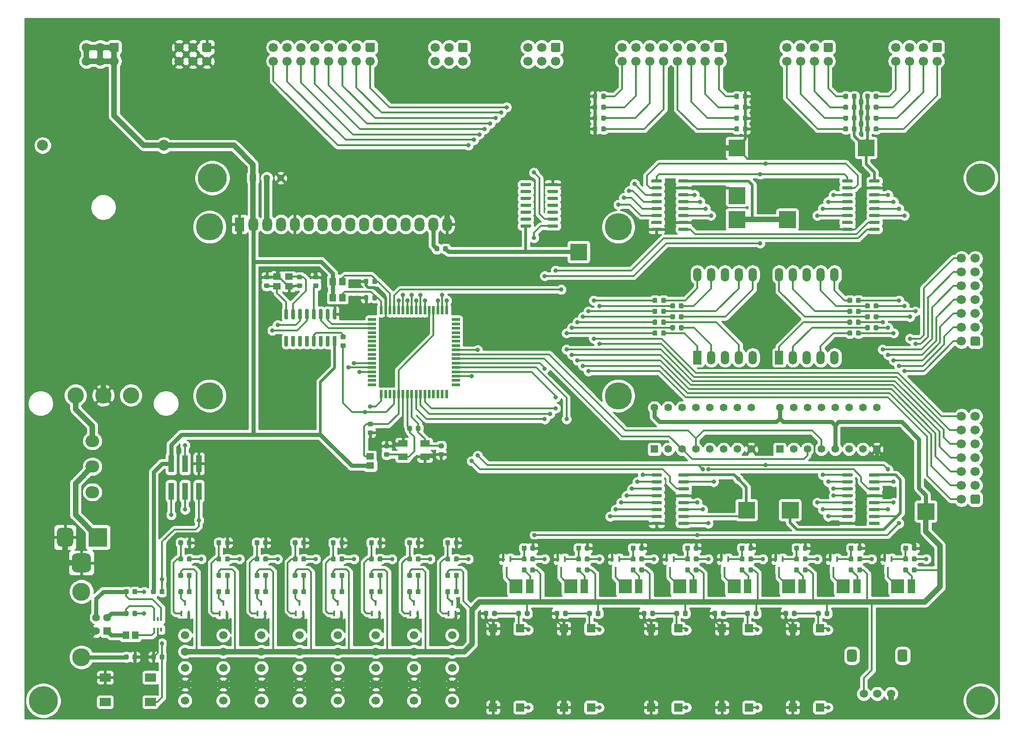
<source format=gtl>
G04 #@! TF.GenerationSoftware,KiCad,Pcbnew,(5.1.6)-1*
G04 #@! TF.CreationDate,2021-11-15T16:27:51+07:00*
G04 #@! TF.ProjectId,digitalSystemBoard,64696769-7461-46c5-9379-7374656d426f,rev?*
G04 #@! TF.SameCoordinates,Original*
G04 #@! TF.FileFunction,Copper,L1,Top*
G04 #@! TF.FilePolarity,Positive*
%FSLAX46Y46*%
G04 Gerber Fmt 4.6, Leading zero omitted, Abs format (unit mm)*
G04 Created by KiCad (PCBNEW (5.1.6)-1) date 2021-11-15 16:27:51*
%MOMM*%
%LPD*%
G01*
G04 APERTURE LIST*
G04 #@! TA.AperFunction,EtchedComponent*
%ADD10C,0.100000*%
G04 #@! TD*
G04 #@! TA.AperFunction,ComponentPad*
%ADD11C,0.750000*%
G04 #@! TD*
G04 #@! TA.AperFunction,ComponentPad*
%ADD12R,1.800000X2.600000*%
G04 #@! TD*
G04 #@! TA.AperFunction,ComponentPad*
%ADD13O,1.800000X2.600000*%
G04 #@! TD*
G04 #@! TA.AperFunction,WasherPad*
%ADD14C,5.000000*%
G04 #@! TD*
G04 #@! TA.AperFunction,SMDPad,CuDef*
%ADD15R,1.200000X1.470000*%
G04 #@! TD*
G04 #@! TA.AperFunction,SMDPad,CuDef*
%ADD16R,1.400000X1.200000*%
G04 #@! TD*
G04 #@! TA.AperFunction,SMDPad,CuDef*
%ADD17R,0.550000X1.500000*%
G04 #@! TD*
G04 #@! TA.AperFunction,SMDPad,CuDef*
%ADD18R,1.500000X0.550000*%
G04 #@! TD*
G04 #@! TA.AperFunction,SMDPad,CuDef*
%ADD19R,1.399997X2.599995*%
G04 #@! TD*
G04 #@! TA.AperFunction,SMDPad,CuDef*
%ADD20R,2.399995X2.599995*%
G04 #@! TD*
G04 #@! TA.AperFunction,SMDPad,CuDef*
%ADD21R,2.000000X1.500000*%
G04 #@! TD*
G04 #@! TA.AperFunction,ComponentPad*
%ADD22C,3.000000*%
G04 #@! TD*
G04 #@! TA.AperFunction,ComponentPad*
%ADD23C,1.248000*%
G04 #@! TD*
G04 #@! TA.AperFunction,ComponentPad*
%ADD24R,1.248000X1.248000*%
G04 #@! TD*
G04 #@! TA.AperFunction,ComponentPad*
%ADD25C,2.000000*%
G04 #@! TD*
G04 #@! TA.AperFunction,ComponentPad*
%ADD26O,2.500000X2.250000*%
G04 #@! TD*
G04 #@! TA.AperFunction,SMDPad,CuDef*
%ADD27R,1.500000X1.500000*%
G04 #@! TD*
G04 #@! TA.AperFunction,SMDPad,CuDef*
%ADD28R,0.457200X1.117600*%
G04 #@! TD*
G04 #@! TA.AperFunction,ComponentPad*
%ADD29R,1.524000X2.524000*%
G04 #@! TD*
G04 #@! TA.AperFunction,ComponentPad*
%ADD30O,1.524000X2.524000*%
G04 #@! TD*
G04 #@! TA.AperFunction,ComponentPad*
%ADD31C,1.700000*%
G04 #@! TD*
G04 #@! TA.AperFunction,ComponentPad*
%ADD32C,1.397000*%
G04 #@! TD*
G04 #@! TA.AperFunction,ComponentPad*
%ADD33R,1.397000X1.397000*%
G04 #@! TD*
G04 #@! TA.AperFunction,WasherPad*
%ADD34C,1.524000*%
G04 #@! TD*
G04 #@! TA.AperFunction,ComponentPad*
%ADD35C,1.524000*%
G04 #@! TD*
G04 #@! TA.AperFunction,ComponentPad*
%ADD36R,3.500000X3.500000*%
G04 #@! TD*
G04 #@! TA.AperFunction,SMDPad,CuDef*
%ADD37R,1.000000X3.150000*%
G04 #@! TD*
G04 #@! TA.AperFunction,WasherPad*
%ADD38C,5.300000*%
G04 #@! TD*
G04 #@! TA.AperFunction,SMDPad,CuDef*
%ADD39R,1.800000X1.200000*%
G04 #@! TD*
G04 #@! TA.AperFunction,ComponentPad*
%ADD40R,1.408000X1.408000*%
G04 #@! TD*
G04 #@! TA.AperFunction,ComponentPad*
%ADD41C,1.408000*%
G04 #@! TD*
G04 #@! TA.AperFunction,ComponentPad*
%ADD42C,3.316000*%
G04 #@! TD*
G04 #@! TA.AperFunction,SMDPad,CuDef*
%ADD43R,1.470000X1.200000*%
G04 #@! TD*
G04 #@! TA.AperFunction,Conductor*
%ADD44R,0.350000X0.800000*%
G04 #@! TD*
G04 #@! TA.AperFunction,ViaPad*
%ADD45C,0.800000*%
G04 #@! TD*
G04 #@! TA.AperFunction,Conductor*
%ADD46C,0.350000*%
G04 #@! TD*
G04 #@! TA.AperFunction,Conductor*
%ADD47C,0.500000*%
G04 #@! TD*
G04 #@! TA.AperFunction,Conductor*
%ADD48C,1.000000*%
G04 #@! TD*
G04 #@! TA.AperFunction,Conductor*
%ADD49C,0.750000*%
G04 #@! TD*
G04 #@! TA.AperFunction,Conductor*
%ADD50C,0.254000*%
G04 #@! TD*
G04 APERTURE END LIST*
D10*
G36*
X184500000Y-122500000D02*
G01*
X181500000Y-122500000D01*
X181500000Y-119500000D01*
X184500000Y-119500000D01*
X184500000Y-122500000D01*
G37*
X184500000Y-122500000D02*
X181500000Y-122500000D01*
X181500000Y-119500000D01*
X184500000Y-119500000D01*
X184500000Y-122500000D01*
G36*
X192500000Y-122500000D02*
G01*
X189500000Y-122500000D01*
X189500000Y-119500000D01*
X192500000Y-119500000D01*
X192500000Y-122500000D01*
G37*
X192500000Y-122500000D02*
X189500000Y-122500000D01*
X189500000Y-119500000D01*
X192500000Y-119500000D01*
X192500000Y-122500000D01*
G36*
X217410000Y-122750000D02*
G01*
X214410000Y-122750000D01*
X214410000Y-119750000D01*
X217410000Y-119750000D01*
X217410000Y-122750000D01*
G37*
X217410000Y-122750000D02*
X214410000Y-122750000D01*
X214410000Y-119750000D01*
X217410000Y-119750000D01*
X217410000Y-122750000D01*
G36*
X182720000Y-55960000D02*
G01*
X179720000Y-55960000D01*
X179720000Y-52960000D01*
X182720000Y-52960000D01*
X182720000Y-55960000D01*
G37*
X182720000Y-55960000D02*
X179720000Y-55960000D01*
X179720000Y-52960000D01*
X182720000Y-52960000D01*
X182720000Y-55960000D01*
G36*
X182720000Y-64700000D02*
G01*
X179720000Y-64700000D01*
X179720000Y-61700000D01*
X182720000Y-61700000D01*
X182720000Y-64700000D01*
G37*
X182720000Y-64700000D02*
X179720000Y-64700000D01*
X179720000Y-61700000D01*
X182720000Y-61700000D01*
X182720000Y-64700000D01*
G36*
X192010000Y-69110000D02*
G01*
X189010000Y-69110000D01*
X189010000Y-66110000D01*
X192010000Y-66110000D01*
X192010000Y-69110000D01*
G37*
X192010000Y-69110000D02*
X189010000Y-69110000D01*
X189010000Y-66110000D01*
X192010000Y-66110000D01*
X192010000Y-69110000D01*
G36*
X206450000Y-55960000D02*
G01*
X203450000Y-55960000D01*
X203450000Y-52960000D01*
X206450000Y-52960000D01*
X206450000Y-55960000D01*
G37*
X206450000Y-55960000D02*
X203450000Y-55960000D01*
X203450000Y-52960000D01*
X206450000Y-52960000D01*
X206450000Y-55960000D01*
G36*
X182720000Y-69110000D02*
G01*
X179720000Y-69110000D01*
X179720000Y-66110000D01*
X182720000Y-66110000D01*
X182720000Y-69110000D01*
G37*
X182720000Y-69110000D02*
X179720000Y-69110000D01*
X179720000Y-66110000D01*
X182720000Y-66110000D01*
X182720000Y-69110000D01*
G36*
X153710000Y-75070000D02*
G01*
X150710000Y-75070000D01*
X150710000Y-72070000D01*
X153710000Y-72070000D01*
X153710000Y-75070000D01*
G37*
X153710000Y-75070000D02*
X150710000Y-75070000D01*
X150710000Y-72070000D01*
X153710000Y-72070000D01*
X153710000Y-75070000D01*
D11*
X184000000Y-122000000D03*
X182000000Y-122000000D03*
X182000000Y-120000000D03*
X184000000Y-120000000D03*
X183000000Y-121000000D03*
X191000000Y-121000000D03*
X192000000Y-120000000D03*
X190000000Y-120000000D03*
X190000000Y-122000000D03*
X192000000Y-122000000D03*
X216910000Y-122250000D03*
X214910000Y-122250000D03*
X214910000Y-120250000D03*
X216910000Y-120250000D03*
X215910000Y-121250000D03*
X181220000Y-54460000D03*
X182220000Y-53460000D03*
X180220000Y-53460000D03*
X180220000Y-55460000D03*
X182220000Y-55460000D03*
X182220000Y-64200000D03*
X180220000Y-64200000D03*
X180220000Y-62200000D03*
X182220000Y-62200000D03*
X181220000Y-63200000D03*
X190510000Y-67610000D03*
X191510000Y-66610000D03*
X189510000Y-66610000D03*
X189510000Y-68610000D03*
X191510000Y-68610000D03*
X205950000Y-55460000D03*
X203950000Y-55460000D03*
X203950000Y-53460000D03*
X205950000Y-53460000D03*
X204950000Y-54460000D03*
X182220000Y-68610000D03*
X180220000Y-68610000D03*
X180220000Y-66610000D03*
X182220000Y-66610000D03*
X181220000Y-67610000D03*
X153210000Y-74570000D03*
X151210000Y-74570000D03*
X151210000Y-72570000D03*
X153210000Y-72570000D03*
X152210000Y-73570000D03*
D12*
X90000000Y-68500000D03*
D13*
X92540000Y-68500000D03*
X95080000Y-68500000D03*
X97620000Y-68500000D03*
X100160000Y-68500000D03*
X102700000Y-68500000D03*
X105240000Y-68500000D03*
X107780000Y-68500000D03*
X110320000Y-68500000D03*
X112860000Y-68500000D03*
X115400000Y-68500000D03*
X117940000Y-68500000D03*
X120480000Y-68500000D03*
X123020000Y-68500000D03*
X125560000Y-68500000D03*
X128100000Y-68500000D03*
D14*
X84500000Y-69000000D03*
X84500000Y-100000000D03*
X159500000Y-100000000D03*
X159500000Y-69000000D03*
D15*
X107140000Y-82000000D03*
X108860000Y-82000000D03*
X107140000Y-79000000D03*
X108860000Y-79000000D03*
G04 #@! TA.AperFunction,SMDPad,CuDef*
G36*
G01*
X113650000Y-81743750D02*
X113650000Y-82256250D01*
G75*
G02*
X113431250Y-82475000I-218750J0D01*
G01*
X112993750Y-82475000D01*
G75*
G02*
X112775000Y-82256250I0J218750D01*
G01*
X112775000Y-81743750D01*
G75*
G02*
X112993750Y-81525000I218750J0D01*
G01*
X113431250Y-81525000D01*
G75*
G02*
X113650000Y-81743750I0J-218750D01*
G01*
G37*
G04 #@! TD.AperFunction*
G04 #@! TA.AperFunction,SMDPad,CuDef*
G36*
G01*
X115225000Y-81743750D02*
X115225000Y-82256250D01*
G75*
G02*
X115006250Y-82475000I-218750J0D01*
G01*
X114568750Y-82475000D01*
G75*
G02*
X114350000Y-82256250I0J218750D01*
G01*
X114350000Y-81743750D01*
G75*
G02*
X114568750Y-81525000I218750J0D01*
G01*
X115006250Y-81525000D01*
G75*
G02*
X115225000Y-81743750I0J-218750D01*
G01*
G37*
G04 #@! TD.AperFunction*
G04 #@! TA.AperFunction,SMDPad,CuDef*
G36*
G01*
X113650000Y-78743750D02*
X113650000Y-79256250D01*
G75*
G02*
X113431250Y-79475000I-218750J0D01*
G01*
X112993750Y-79475000D01*
G75*
G02*
X112775000Y-79256250I0J218750D01*
G01*
X112775000Y-78743750D01*
G75*
G02*
X112993750Y-78525000I218750J0D01*
G01*
X113431250Y-78525000D01*
G75*
G02*
X113650000Y-78743750I0J-218750D01*
G01*
G37*
G04 #@! TD.AperFunction*
G04 #@! TA.AperFunction,SMDPad,CuDef*
G36*
G01*
X115225000Y-78743750D02*
X115225000Y-79256250D01*
G75*
G02*
X115006250Y-79475000I-218750J0D01*
G01*
X114568750Y-79475000D01*
G75*
G02*
X114350000Y-79256250I0J218750D01*
G01*
X114350000Y-78743750D01*
G75*
G02*
X114568750Y-78525000I218750J0D01*
G01*
X115006250Y-78525000D01*
G75*
G02*
X115225000Y-78743750I0J-218750D01*
G01*
G37*
G04 #@! TD.AperFunction*
D16*
X99100000Y-79850000D03*
X96900000Y-79850000D03*
X96900000Y-78150000D03*
X99100000Y-78150000D03*
G04 #@! TA.AperFunction,SMDPad,CuDef*
G36*
G01*
X107295000Y-89000000D02*
X107595000Y-89000000D01*
G75*
G02*
X107745000Y-89150000I0J-150000D01*
G01*
X107745000Y-90800000D01*
G75*
G02*
X107595000Y-90950000I-150000J0D01*
G01*
X107295000Y-90950000D01*
G75*
G02*
X107145000Y-90800000I0J150000D01*
G01*
X107145000Y-89150000D01*
G75*
G02*
X107295000Y-89000000I150000J0D01*
G01*
G37*
G04 #@! TD.AperFunction*
G04 #@! TA.AperFunction,SMDPad,CuDef*
G36*
G01*
X106025000Y-89000000D02*
X106325000Y-89000000D01*
G75*
G02*
X106475000Y-89150000I0J-150000D01*
G01*
X106475000Y-90800000D01*
G75*
G02*
X106325000Y-90950000I-150000J0D01*
G01*
X106025000Y-90950000D01*
G75*
G02*
X105875000Y-90800000I0J150000D01*
G01*
X105875000Y-89150000D01*
G75*
G02*
X106025000Y-89000000I150000J0D01*
G01*
G37*
G04 #@! TD.AperFunction*
G04 #@! TA.AperFunction,SMDPad,CuDef*
G36*
G01*
X104755000Y-89000000D02*
X105055000Y-89000000D01*
G75*
G02*
X105205000Y-89150000I0J-150000D01*
G01*
X105205000Y-90800000D01*
G75*
G02*
X105055000Y-90950000I-150000J0D01*
G01*
X104755000Y-90950000D01*
G75*
G02*
X104605000Y-90800000I0J150000D01*
G01*
X104605000Y-89150000D01*
G75*
G02*
X104755000Y-89000000I150000J0D01*
G01*
G37*
G04 #@! TD.AperFunction*
G04 #@! TA.AperFunction,SMDPad,CuDef*
G36*
G01*
X103485000Y-89000000D02*
X103785000Y-89000000D01*
G75*
G02*
X103935000Y-89150000I0J-150000D01*
G01*
X103935000Y-90800000D01*
G75*
G02*
X103785000Y-90950000I-150000J0D01*
G01*
X103485000Y-90950000D01*
G75*
G02*
X103335000Y-90800000I0J150000D01*
G01*
X103335000Y-89150000D01*
G75*
G02*
X103485000Y-89000000I150000J0D01*
G01*
G37*
G04 #@! TD.AperFunction*
G04 #@! TA.AperFunction,SMDPad,CuDef*
G36*
G01*
X102215000Y-89000000D02*
X102515000Y-89000000D01*
G75*
G02*
X102665000Y-89150000I0J-150000D01*
G01*
X102665000Y-90800000D01*
G75*
G02*
X102515000Y-90950000I-150000J0D01*
G01*
X102215000Y-90950000D01*
G75*
G02*
X102065000Y-90800000I0J150000D01*
G01*
X102065000Y-89150000D01*
G75*
G02*
X102215000Y-89000000I150000J0D01*
G01*
G37*
G04 #@! TD.AperFunction*
G04 #@! TA.AperFunction,SMDPad,CuDef*
G36*
G01*
X100945000Y-89000000D02*
X101245000Y-89000000D01*
G75*
G02*
X101395000Y-89150000I0J-150000D01*
G01*
X101395000Y-90800000D01*
G75*
G02*
X101245000Y-90950000I-150000J0D01*
G01*
X100945000Y-90950000D01*
G75*
G02*
X100795000Y-90800000I0J150000D01*
G01*
X100795000Y-89150000D01*
G75*
G02*
X100945000Y-89000000I150000J0D01*
G01*
G37*
G04 #@! TD.AperFunction*
G04 #@! TA.AperFunction,SMDPad,CuDef*
G36*
G01*
X99675000Y-89000000D02*
X99975000Y-89000000D01*
G75*
G02*
X100125000Y-89150000I0J-150000D01*
G01*
X100125000Y-90800000D01*
G75*
G02*
X99975000Y-90950000I-150000J0D01*
G01*
X99675000Y-90950000D01*
G75*
G02*
X99525000Y-90800000I0J150000D01*
G01*
X99525000Y-89150000D01*
G75*
G02*
X99675000Y-89000000I150000J0D01*
G01*
G37*
G04 #@! TD.AperFunction*
G04 #@! TA.AperFunction,SMDPad,CuDef*
G36*
G01*
X98405000Y-89000000D02*
X98705000Y-89000000D01*
G75*
G02*
X98855000Y-89150000I0J-150000D01*
G01*
X98855000Y-90800000D01*
G75*
G02*
X98705000Y-90950000I-150000J0D01*
G01*
X98405000Y-90950000D01*
G75*
G02*
X98255000Y-90800000I0J150000D01*
G01*
X98255000Y-89150000D01*
G75*
G02*
X98405000Y-89000000I150000J0D01*
G01*
G37*
G04 #@! TD.AperFunction*
G04 #@! TA.AperFunction,SMDPad,CuDef*
G36*
G01*
X98405000Y-84050000D02*
X98705000Y-84050000D01*
G75*
G02*
X98855000Y-84200000I0J-150000D01*
G01*
X98855000Y-85850000D01*
G75*
G02*
X98705000Y-86000000I-150000J0D01*
G01*
X98405000Y-86000000D01*
G75*
G02*
X98255000Y-85850000I0J150000D01*
G01*
X98255000Y-84200000D01*
G75*
G02*
X98405000Y-84050000I150000J0D01*
G01*
G37*
G04 #@! TD.AperFunction*
G04 #@! TA.AperFunction,SMDPad,CuDef*
G36*
G01*
X99675000Y-84050000D02*
X99975000Y-84050000D01*
G75*
G02*
X100125000Y-84200000I0J-150000D01*
G01*
X100125000Y-85850000D01*
G75*
G02*
X99975000Y-86000000I-150000J0D01*
G01*
X99675000Y-86000000D01*
G75*
G02*
X99525000Y-85850000I0J150000D01*
G01*
X99525000Y-84200000D01*
G75*
G02*
X99675000Y-84050000I150000J0D01*
G01*
G37*
G04 #@! TD.AperFunction*
G04 #@! TA.AperFunction,SMDPad,CuDef*
G36*
G01*
X100945000Y-84050000D02*
X101245000Y-84050000D01*
G75*
G02*
X101395000Y-84200000I0J-150000D01*
G01*
X101395000Y-85850000D01*
G75*
G02*
X101245000Y-86000000I-150000J0D01*
G01*
X100945000Y-86000000D01*
G75*
G02*
X100795000Y-85850000I0J150000D01*
G01*
X100795000Y-84200000D01*
G75*
G02*
X100945000Y-84050000I150000J0D01*
G01*
G37*
G04 #@! TD.AperFunction*
G04 #@! TA.AperFunction,SMDPad,CuDef*
G36*
G01*
X102215000Y-84050000D02*
X102515000Y-84050000D01*
G75*
G02*
X102665000Y-84200000I0J-150000D01*
G01*
X102665000Y-85850000D01*
G75*
G02*
X102515000Y-86000000I-150000J0D01*
G01*
X102215000Y-86000000D01*
G75*
G02*
X102065000Y-85850000I0J150000D01*
G01*
X102065000Y-84200000D01*
G75*
G02*
X102215000Y-84050000I150000J0D01*
G01*
G37*
G04 #@! TD.AperFunction*
G04 #@! TA.AperFunction,SMDPad,CuDef*
G36*
G01*
X103485000Y-84050000D02*
X103785000Y-84050000D01*
G75*
G02*
X103935000Y-84200000I0J-150000D01*
G01*
X103935000Y-85850000D01*
G75*
G02*
X103785000Y-86000000I-150000J0D01*
G01*
X103485000Y-86000000D01*
G75*
G02*
X103335000Y-85850000I0J150000D01*
G01*
X103335000Y-84200000D01*
G75*
G02*
X103485000Y-84050000I150000J0D01*
G01*
G37*
G04 #@! TD.AperFunction*
G04 #@! TA.AperFunction,SMDPad,CuDef*
G36*
G01*
X104755000Y-84050000D02*
X105055000Y-84050000D01*
G75*
G02*
X105205000Y-84200000I0J-150000D01*
G01*
X105205000Y-85850000D01*
G75*
G02*
X105055000Y-86000000I-150000J0D01*
G01*
X104755000Y-86000000D01*
G75*
G02*
X104605000Y-85850000I0J150000D01*
G01*
X104605000Y-84200000D01*
G75*
G02*
X104755000Y-84050000I150000J0D01*
G01*
G37*
G04 #@! TD.AperFunction*
G04 #@! TA.AperFunction,SMDPad,CuDef*
G36*
G01*
X106025000Y-84050000D02*
X106325000Y-84050000D01*
G75*
G02*
X106475000Y-84200000I0J-150000D01*
G01*
X106475000Y-85850000D01*
G75*
G02*
X106325000Y-86000000I-150000J0D01*
G01*
X106025000Y-86000000D01*
G75*
G02*
X105875000Y-85850000I0J150000D01*
G01*
X105875000Y-84200000D01*
G75*
G02*
X106025000Y-84050000I150000J0D01*
G01*
G37*
G04 #@! TD.AperFunction*
G04 #@! TA.AperFunction,SMDPad,CuDef*
G36*
G01*
X107295000Y-84050000D02*
X107595000Y-84050000D01*
G75*
G02*
X107745000Y-84200000I0J-150000D01*
G01*
X107745000Y-85850000D01*
G75*
G02*
X107595000Y-86000000I-150000J0D01*
G01*
X107295000Y-86000000D01*
G75*
G02*
X107145000Y-85850000I0J150000D01*
G01*
X107145000Y-84200000D01*
G75*
G02*
X107295000Y-84050000I150000J0D01*
G01*
G37*
G04 #@! TD.AperFunction*
G04 #@! TA.AperFunction,SMDPad,CuDef*
G36*
G01*
X109256250Y-89650000D02*
X108743750Y-89650000D01*
G75*
G02*
X108525000Y-89431250I0J218750D01*
G01*
X108525000Y-88993750D01*
G75*
G02*
X108743750Y-88775000I218750J0D01*
G01*
X109256250Y-88775000D01*
G75*
G02*
X109475000Y-88993750I0J-218750D01*
G01*
X109475000Y-89431250D01*
G75*
G02*
X109256250Y-89650000I-218750J0D01*
G01*
G37*
G04 #@! TD.AperFunction*
G04 #@! TA.AperFunction,SMDPad,CuDef*
G36*
G01*
X109256250Y-91225000D02*
X108743750Y-91225000D01*
G75*
G02*
X108525000Y-91006250I0J218750D01*
G01*
X108525000Y-90568750D01*
G75*
G02*
X108743750Y-90350000I218750J0D01*
G01*
X109256250Y-90350000D01*
G75*
G02*
X109475000Y-90568750I0J-218750D01*
G01*
X109475000Y-91006250D01*
G75*
G02*
X109256250Y-91225000I-218750J0D01*
G01*
G37*
G04 #@! TD.AperFunction*
G04 #@! TA.AperFunction,SMDPad,CuDef*
G36*
G01*
X95256250Y-78650000D02*
X94743750Y-78650000D01*
G75*
G02*
X94525000Y-78431250I0J218750D01*
G01*
X94525000Y-77993750D01*
G75*
G02*
X94743750Y-77775000I218750J0D01*
G01*
X95256250Y-77775000D01*
G75*
G02*
X95475000Y-77993750I0J-218750D01*
G01*
X95475000Y-78431250D01*
G75*
G02*
X95256250Y-78650000I-218750J0D01*
G01*
G37*
G04 #@! TD.AperFunction*
G04 #@! TA.AperFunction,SMDPad,CuDef*
G36*
G01*
X95256250Y-80225000D02*
X94743750Y-80225000D01*
G75*
G02*
X94525000Y-80006250I0J218750D01*
G01*
X94525000Y-79568750D01*
G75*
G02*
X94743750Y-79350000I218750J0D01*
G01*
X95256250Y-79350000D01*
G75*
G02*
X95475000Y-79568750I0J-218750D01*
G01*
X95475000Y-80006250D01*
G75*
G02*
X95256250Y-80225000I-218750J0D01*
G01*
G37*
G04 #@! TD.AperFunction*
G04 #@! TA.AperFunction,SMDPad,CuDef*
G36*
G01*
X100743750Y-79350000D02*
X101256250Y-79350000D01*
G75*
G02*
X101475000Y-79568750I0J-218750D01*
G01*
X101475000Y-80006250D01*
G75*
G02*
X101256250Y-80225000I-218750J0D01*
G01*
X100743750Y-80225000D01*
G75*
G02*
X100525000Y-80006250I0J218750D01*
G01*
X100525000Y-79568750D01*
G75*
G02*
X100743750Y-79350000I218750J0D01*
G01*
G37*
G04 #@! TD.AperFunction*
G04 #@! TA.AperFunction,SMDPad,CuDef*
G36*
G01*
X100743750Y-77775000D02*
X101256250Y-77775000D01*
G75*
G02*
X101475000Y-77993750I0J-218750D01*
G01*
X101475000Y-78431250D01*
G75*
G02*
X101256250Y-78650000I-218750J0D01*
G01*
X100743750Y-78650000D01*
G75*
G02*
X100525000Y-78431250I0J218750D01*
G01*
X100525000Y-77993750D01*
G75*
G02*
X100743750Y-77775000I218750J0D01*
G01*
G37*
G04 #@! TD.AperFunction*
G04 #@! TA.AperFunction,SMDPad,CuDef*
G36*
G01*
X104256250Y-78650000D02*
X103743750Y-78650000D01*
G75*
G02*
X103525000Y-78431250I0J218750D01*
G01*
X103525000Y-77993750D01*
G75*
G02*
X103743750Y-77775000I218750J0D01*
G01*
X104256250Y-77775000D01*
G75*
G02*
X104475000Y-77993750I0J-218750D01*
G01*
X104475000Y-78431250D01*
G75*
G02*
X104256250Y-78650000I-218750J0D01*
G01*
G37*
G04 #@! TD.AperFunction*
G04 #@! TA.AperFunction,SMDPad,CuDef*
G36*
G01*
X104256250Y-80225000D02*
X103743750Y-80225000D01*
G75*
G02*
X103525000Y-80006250I0J218750D01*
G01*
X103525000Y-79568750D01*
G75*
G02*
X103743750Y-79350000I218750J0D01*
G01*
X104256250Y-79350000D01*
G75*
G02*
X104475000Y-79568750I0J-218750D01*
G01*
X104475000Y-80006250D01*
G75*
G02*
X104256250Y-80225000I-218750J0D01*
G01*
G37*
G04 #@! TD.AperFunction*
D17*
X116000000Y-84300000D03*
X116800000Y-84300000D03*
X117600000Y-84300000D03*
X118400000Y-84300000D03*
X119200000Y-84300000D03*
X120000000Y-84300000D03*
X120800000Y-84300000D03*
X121600000Y-84300000D03*
X122400000Y-84300000D03*
X123200000Y-84300000D03*
X124000000Y-84300000D03*
X124800000Y-84300000D03*
X125600000Y-84300000D03*
X126400000Y-84300000D03*
X127200000Y-84300000D03*
X128000000Y-84300000D03*
D18*
X129700000Y-86000000D03*
X129700000Y-86800000D03*
X129700000Y-87600000D03*
X129700000Y-88400000D03*
X129700000Y-89200000D03*
X129700000Y-90000000D03*
X129700000Y-90800000D03*
X129700000Y-91600000D03*
X129700000Y-92400000D03*
X129700000Y-93200000D03*
X129700000Y-94000000D03*
X129700000Y-94800000D03*
X129700000Y-95600000D03*
X129700000Y-96400000D03*
X129700000Y-97200000D03*
X129700000Y-98000000D03*
D17*
X128000000Y-99700000D03*
X127200000Y-99700000D03*
X126400000Y-99700000D03*
X125600000Y-99700000D03*
X124800000Y-99700000D03*
X124000000Y-99700000D03*
X123200000Y-99700000D03*
X122400000Y-99700000D03*
X121600000Y-99700000D03*
X120800000Y-99700000D03*
X120000000Y-99700000D03*
X119200000Y-99700000D03*
X118400000Y-99700000D03*
X117600000Y-99700000D03*
X116800000Y-99700000D03*
X116000000Y-99700000D03*
D18*
X114300000Y-98000000D03*
X114300000Y-97200000D03*
X114300000Y-96400000D03*
X114300000Y-95600000D03*
X114300000Y-94800000D03*
X114300000Y-94000000D03*
X114300000Y-93200000D03*
X114300000Y-92400000D03*
X114300000Y-91600000D03*
X114300000Y-90800000D03*
X114300000Y-90000000D03*
X114300000Y-89200000D03*
X114300000Y-88400000D03*
X114300000Y-87600000D03*
X114300000Y-86800000D03*
X114300000Y-86000000D03*
D19*
X213249909Y-135000000D03*
D20*
X210750041Y-135000000D03*
D19*
X203249909Y-135000000D03*
D20*
X200750041Y-135000000D03*
D19*
X193249909Y-135000000D03*
D20*
X190750041Y-135000000D03*
D19*
X183249909Y-135000000D03*
D20*
X180750041Y-135000000D03*
D19*
X173249909Y-135000000D03*
D20*
X170750041Y-135000000D03*
D19*
X163249909Y-135000000D03*
D20*
X160750041Y-135000000D03*
D19*
X153249909Y-135000000D03*
D20*
X150750041Y-135000000D03*
D21*
X73650000Y-156250000D03*
X73650000Y-151750000D03*
X65350000Y-156250000D03*
X65350000Y-151750000D03*
D19*
X143249909Y-135000000D03*
D20*
X140750041Y-135000000D03*
D22*
X70080000Y-99920000D03*
X59920000Y-99920000D03*
X65000000Y-99920000D03*
G04 #@! TA.AperFunction,SMDPad,CuDef*
G36*
G01*
X205500000Y-114705000D02*
X205500000Y-114405000D01*
G75*
G02*
X205650000Y-114255000I150000J0D01*
G01*
X207300000Y-114255000D01*
G75*
G02*
X207450000Y-114405000I0J-150000D01*
G01*
X207450000Y-114705000D01*
G75*
G02*
X207300000Y-114855000I-150000J0D01*
G01*
X205650000Y-114855000D01*
G75*
G02*
X205500000Y-114705000I0J150000D01*
G01*
G37*
G04 #@! TD.AperFunction*
G04 #@! TA.AperFunction,SMDPad,CuDef*
G36*
G01*
X205500000Y-115975000D02*
X205500000Y-115675000D01*
G75*
G02*
X205650000Y-115525000I150000J0D01*
G01*
X207300000Y-115525000D01*
G75*
G02*
X207450000Y-115675000I0J-150000D01*
G01*
X207450000Y-115975000D01*
G75*
G02*
X207300000Y-116125000I-150000J0D01*
G01*
X205650000Y-116125000D01*
G75*
G02*
X205500000Y-115975000I0J150000D01*
G01*
G37*
G04 #@! TD.AperFunction*
G04 #@! TA.AperFunction,SMDPad,CuDef*
G36*
G01*
X205500000Y-117245000D02*
X205500000Y-116945000D01*
G75*
G02*
X205650000Y-116795000I150000J0D01*
G01*
X207300000Y-116795000D01*
G75*
G02*
X207450000Y-116945000I0J-150000D01*
G01*
X207450000Y-117245000D01*
G75*
G02*
X207300000Y-117395000I-150000J0D01*
G01*
X205650000Y-117395000D01*
G75*
G02*
X205500000Y-117245000I0J150000D01*
G01*
G37*
G04 #@! TD.AperFunction*
G04 #@! TA.AperFunction,SMDPad,CuDef*
G36*
G01*
X205500000Y-118515000D02*
X205500000Y-118215000D01*
G75*
G02*
X205650000Y-118065000I150000J0D01*
G01*
X207300000Y-118065000D01*
G75*
G02*
X207450000Y-118215000I0J-150000D01*
G01*
X207450000Y-118515000D01*
G75*
G02*
X207300000Y-118665000I-150000J0D01*
G01*
X205650000Y-118665000D01*
G75*
G02*
X205500000Y-118515000I0J150000D01*
G01*
G37*
G04 #@! TD.AperFunction*
G04 #@! TA.AperFunction,SMDPad,CuDef*
G36*
G01*
X205500000Y-119785000D02*
X205500000Y-119485000D01*
G75*
G02*
X205650000Y-119335000I150000J0D01*
G01*
X207300000Y-119335000D01*
G75*
G02*
X207450000Y-119485000I0J-150000D01*
G01*
X207450000Y-119785000D01*
G75*
G02*
X207300000Y-119935000I-150000J0D01*
G01*
X205650000Y-119935000D01*
G75*
G02*
X205500000Y-119785000I0J150000D01*
G01*
G37*
G04 #@! TD.AperFunction*
G04 #@! TA.AperFunction,SMDPad,CuDef*
G36*
G01*
X205500000Y-121055000D02*
X205500000Y-120755000D01*
G75*
G02*
X205650000Y-120605000I150000J0D01*
G01*
X207300000Y-120605000D01*
G75*
G02*
X207450000Y-120755000I0J-150000D01*
G01*
X207450000Y-121055000D01*
G75*
G02*
X207300000Y-121205000I-150000J0D01*
G01*
X205650000Y-121205000D01*
G75*
G02*
X205500000Y-121055000I0J150000D01*
G01*
G37*
G04 #@! TD.AperFunction*
G04 #@! TA.AperFunction,SMDPad,CuDef*
G36*
G01*
X205500000Y-122325000D02*
X205500000Y-122025000D01*
G75*
G02*
X205650000Y-121875000I150000J0D01*
G01*
X207300000Y-121875000D01*
G75*
G02*
X207450000Y-122025000I0J-150000D01*
G01*
X207450000Y-122325000D01*
G75*
G02*
X207300000Y-122475000I-150000J0D01*
G01*
X205650000Y-122475000D01*
G75*
G02*
X205500000Y-122325000I0J150000D01*
G01*
G37*
G04 #@! TD.AperFunction*
G04 #@! TA.AperFunction,SMDPad,CuDef*
G36*
G01*
X205500000Y-123595000D02*
X205500000Y-123295000D01*
G75*
G02*
X205650000Y-123145000I150000J0D01*
G01*
X207300000Y-123145000D01*
G75*
G02*
X207450000Y-123295000I0J-150000D01*
G01*
X207450000Y-123595000D01*
G75*
G02*
X207300000Y-123745000I-150000J0D01*
G01*
X205650000Y-123745000D01*
G75*
G02*
X205500000Y-123595000I0J150000D01*
G01*
G37*
G04 #@! TD.AperFunction*
G04 #@! TA.AperFunction,SMDPad,CuDef*
G36*
G01*
X200550000Y-123595000D02*
X200550000Y-123295000D01*
G75*
G02*
X200700000Y-123145000I150000J0D01*
G01*
X202350000Y-123145000D01*
G75*
G02*
X202500000Y-123295000I0J-150000D01*
G01*
X202500000Y-123595000D01*
G75*
G02*
X202350000Y-123745000I-150000J0D01*
G01*
X200700000Y-123745000D01*
G75*
G02*
X200550000Y-123595000I0J150000D01*
G01*
G37*
G04 #@! TD.AperFunction*
G04 #@! TA.AperFunction,SMDPad,CuDef*
G36*
G01*
X200550000Y-122325000D02*
X200550000Y-122025000D01*
G75*
G02*
X200700000Y-121875000I150000J0D01*
G01*
X202350000Y-121875000D01*
G75*
G02*
X202500000Y-122025000I0J-150000D01*
G01*
X202500000Y-122325000D01*
G75*
G02*
X202350000Y-122475000I-150000J0D01*
G01*
X200700000Y-122475000D01*
G75*
G02*
X200550000Y-122325000I0J150000D01*
G01*
G37*
G04 #@! TD.AperFunction*
G04 #@! TA.AperFunction,SMDPad,CuDef*
G36*
G01*
X200550000Y-121055000D02*
X200550000Y-120755000D01*
G75*
G02*
X200700000Y-120605000I150000J0D01*
G01*
X202350000Y-120605000D01*
G75*
G02*
X202500000Y-120755000I0J-150000D01*
G01*
X202500000Y-121055000D01*
G75*
G02*
X202350000Y-121205000I-150000J0D01*
G01*
X200700000Y-121205000D01*
G75*
G02*
X200550000Y-121055000I0J150000D01*
G01*
G37*
G04 #@! TD.AperFunction*
G04 #@! TA.AperFunction,SMDPad,CuDef*
G36*
G01*
X200550000Y-119785000D02*
X200550000Y-119485000D01*
G75*
G02*
X200700000Y-119335000I150000J0D01*
G01*
X202350000Y-119335000D01*
G75*
G02*
X202500000Y-119485000I0J-150000D01*
G01*
X202500000Y-119785000D01*
G75*
G02*
X202350000Y-119935000I-150000J0D01*
G01*
X200700000Y-119935000D01*
G75*
G02*
X200550000Y-119785000I0J150000D01*
G01*
G37*
G04 #@! TD.AperFunction*
G04 #@! TA.AperFunction,SMDPad,CuDef*
G36*
G01*
X200550000Y-118515000D02*
X200550000Y-118215000D01*
G75*
G02*
X200700000Y-118065000I150000J0D01*
G01*
X202350000Y-118065000D01*
G75*
G02*
X202500000Y-118215000I0J-150000D01*
G01*
X202500000Y-118515000D01*
G75*
G02*
X202350000Y-118665000I-150000J0D01*
G01*
X200700000Y-118665000D01*
G75*
G02*
X200550000Y-118515000I0J150000D01*
G01*
G37*
G04 #@! TD.AperFunction*
G04 #@! TA.AperFunction,SMDPad,CuDef*
G36*
G01*
X200550000Y-117245000D02*
X200550000Y-116945000D01*
G75*
G02*
X200700000Y-116795000I150000J0D01*
G01*
X202350000Y-116795000D01*
G75*
G02*
X202500000Y-116945000I0J-150000D01*
G01*
X202500000Y-117245000D01*
G75*
G02*
X202350000Y-117395000I-150000J0D01*
G01*
X200700000Y-117395000D01*
G75*
G02*
X200550000Y-117245000I0J150000D01*
G01*
G37*
G04 #@! TD.AperFunction*
G04 #@! TA.AperFunction,SMDPad,CuDef*
G36*
G01*
X200550000Y-115975000D02*
X200550000Y-115675000D01*
G75*
G02*
X200700000Y-115525000I150000J0D01*
G01*
X202350000Y-115525000D01*
G75*
G02*
X202500000Y-115675000I0J-150000D01*
G01*
X202500000Y-115975000D01*
G75*
G02*
X202350000Y-116125000I-150000J0D01*
G01*
X200700000Y-116125000D01*
G75*
G02*
X200550000Y-115975000I0J150000D01*
G01*
G37*
G04 #@! TD.AperFunction*
G04 #@! TA.AperFunction,SMDPad,CuDef*
G36*
G01*
X200550000Y-114705000D02*
X200550000Y-114405000D01*
G75*
G02*
X200700000Y-114255000I150000J0D01*
G01*
X202350000Y-114255000D01*
G75*
G02*
X202500000Y-114405000I0J-150000D01*
G01*
X202500000Y-114705000D01*
G75*
G02*
X202350000Y-114855000I-150000J0D01*
G01*
X200700000Y-114855000D01*
G75*
G02*
X200550000Y-114705000I0J150000D01*
G01*
G37*
G04 #@! TD.AperFunction*
G04 #@! TA.AperFunction,SMDPad,CuDef*
G36*
G01*
X170500000Y-114705000D02*
X170500000Y-114405000D01*
G75*
G02*
X170650000Y-114255000I150000J0D01*
G01*
X172300000Y-114255000D01*
G75*
G02*
X172450000Y-114405000I0J-150000D01*
G01*
X172450000Y-114705000D01*
G75*
G02*
X172300000Y-114855000I-150000J0D01*
G01*
X170650000Y-114855000D01*
G75*
G02*
X170500000Y-114705000I0J150000D01*
G01*
G37*
G04 #@! TD.AperFunction*
G04 #@! TA.AperFunction,SMDPad,CuDef*
G36*
G01*
X170500000Y-115975000D02*
X170500000Y-115675000D01*
G75*
G02*
X170650000Y-115525000I150000J0D01*
G01*
X172300000Y-115525000D01*
G75*
G02*
X172450000Y-115675000I0J-150000D01*
G01*
X172450000Y-115975000D01*
G75*
G02*
X172300000Y-116125000I-150000J0D01*
G01*
X170650000Y-116125000D01*
G75*
G02*
X170500000Y-115975000I0J150000D01*
G01*
G37*
G04 #@! TD.AperFunction*
G04 #@! TA.AperFunction,SMDPad,CuDef*
G36*
G01*
X170500000Y-117245000D02*
X170500000Y-116945000D01*
G75*
G02*
X170650000Y-116795000I150000J0D01*
G01*
X172300000Y-116795000D01*
G75*
G02*
X172450000Y-116945000I0J-150000D01*
G01*
X172450000Y-117245000D01*
G75*
G02*
X172300000Y-117395000I-150000J0D01*
G01*
X170650000Y-117395000D01*
G75*
G02*
X170500000Y-117245000I0J150000D01*
G01*
G37*
G04 #@! TD.AperFunction*
G04 #@! TA.AperFunction,SMDPad,CuDef*
G36*
G01*
X170500000Y-118515000D02*
X170500000Y-118215000D01*
G75*
G02*
X170650000Y-118065000I150000J0D01*
G01*
X172300000Y-118065000D01*
G75*
G02*
X172450000Y-118215000I0J-150000D01*
G01*
X172450000Y-118515000D01*
G75*
G02*
X172300000Y-118665000I-150000J0D01*
G01*
X170650000Y-118665000D01*
G75*
G02*
X170500000Y-118515000I0J150000D01*
G01*
G37*
G04 #@! TD.AperFunction*
G04 #@! TA.AperFunction,SMDPad,CuDef*
G36*
G01*
X170500000Y-119785000D02*
X170500000Y-119485000D01*
G75*
G02*
X170650000Y-119335000I150000J0D01*
G01*
X172300000Y-119335000D01*
G75*
G02*
X172450000Y-119485000I0J-150000D01*
G01*
X172450000Y-119785000D01*
G75*
G02*
X172300000Y-119935000I-150000J0D01*
G01*
X170650000Y-119935000D01*
G75*
G02*
X170500000Y-119785000I0J150000D01*
G01*
G37*
G04 #@! TD.AperFunction*
G04 #@! TA.AperFunction,SMDPad,CuDef*
G36*
G01*
X170500000Y-121055000D02*
X170500000Y-120755000D01*
G75*
G02*
X170650000Y-120605000I150000J0D01*
G01*
X172300000Y-120605000D01*
G75*
G02*
X172450000Y-120755000I0J-150000D01*
G01*
X172450000Y-121055000D01*
G75*
G02*
X172300000Y-121205000I-150000J0D01*
G01*
X170650000Y-121205000D01*
G75*
G02*
X170500000Y-121055000I0J150000D01*
G01*
G37*
G04 #@! TD.AperFunction*
G04 #@! TA.AperFunction,SMDPad,CuDef*
G36*
G01*
X170500000Y-122325000D02*
X170500000Y-122025000D01*
G75*
G02*
X170650000Y-121875000I150000J0D01*
G01*
X172300000Y-121875000D01*
G75*
G02*
X172450000Y-122025000I0J-150000D01*
G01*
X172450000Y-122325000D01*
G75*
G02*
X172300000Y-122475000I-150000J0D01*
G01*
X170650000Y-122475000D01*
G75*
G02*
X170500000Y-122325000I0J150000D01*
G01*
G37*
G04 #@! TD.AperFunction*
G04 #@! TA.AperFunction,SMDPad,CuDef*
G36*
G01*
X170500000Y-123595000D02*
X170500000Y-123295000D01*
G75*
G02*
X170650000Y-123145000I150000J0D01*
G01*
X172300000Y-123145000D01*
G75*
G02*
X172450000Y-123295000I0J-150000D01*
G01*
X172450000Y-123595000D01*
G75*
G02*
X172300000Y-123745000I-150000J0D01*
G01*
X170650000Y-123745000D01*
G75*
G02*
X170500000Y-123595000I0J150000D01*
G01*
G37*
G04 #@! TD.AperFunction*
G04 #@! TA.AperFunction,SMDPad,CuDef*
G36*
G01*
X165550000Y-123595000D02*
X165550000Y-123295000D01*
G75*
G02*
X165700000Y-123145000I150000J0D01*
G01*
X167350000Y-123145000D01*
G75*
G02*
X167500000Y-123295000I0J-150000D01*
G01*
X167500000Y-123595000D01*
G75*
G02*
X167350000Y-123745000I-150000J0D01*
G01*
X165700000Y-123745000D01*
G75*
G02*
X165550000Y-123595000I0J150000D01*
G01*
G37*
G04 #@! TD.AperFunction*
G04 #@! TA.AperFunction,SMDPad,CuDef*
G36*
G01*
X165550000Y-122325000D02*
X165550000Y-122025000D01*
G75*
G02*
X165700000Y-121875000I150000J0D01*
G01*
X167350000Y-121875000D01*
G75*
G02*
X167500000Y-122025000I0J-150000D01*
G01*
X167500000Y-122325000D01*
G75*
G02*
X167350000Y-122475000I-150000J0D01*
G01*
X165700000Y-122475000D01*
G75*
G02*
X165550000Y-122325000I0J150000D01*
G01*
G37*
G04 #@! TD.AperFunction*
G04 #@! TA.AperFunction,SMDPad,CuDef*
G36*
G01*
X165550000Y-121055000D02*
X165550000Y-120755000D01*
G75*
G02*
X165700000Y-120605000I150000J0D01*
G01*
X167350000Y-120605000D01*
G75*
G02*
X167500000Y-120755000I0J-150000D01*
G01*
X167500000Y-121055000D01*
G75*
G02*
X167350000Y-121205000I-150000J0D01*
G01*
X165700000Y-121205000D01*
G75*
G02*
X165550000Y-121055000I0J150000D01*
G01*
G37*
G04 #@! TD.AperFunction*
G04 #@! TA.AperFunction,SMDPad,CuDef*
G36*
G01*
X165550000Y-119785000D02*
X165550000Y-119485000D01*
G75*
G02*
X165700000Y-119335000I150000J0D01*
G01*
X167350000Y-119335000D01*
G75*
G02*
X167500000Y-119485000I0J-150000D01*
G01*
X167500000Y-119785000D01*
G75*
G02*
X167350000Y-119935000I-150000J0D01*
G01*
X165700000Y-119935000D01*
G75*
G02*
X165550000Y-119785000I0J150000D01*
G01*
G37*
G04 #@! TD.AperFunction*
G04 #@! TA.AperFunction,SMDPad,CuDef*
G36*
G01*
X165550000Y-118515000D02*
X165550000Y-118215000D01*
G75*
G02*
X165700000Y-118065000I150000J0D01*
G01*
X167350000Y-118065000D01*
G75*
G02*
X167500000Y-118215000I0J-150000D01*
G01*
X167500000Y-118515000D01*
G75*
G02*
X167350000Y-118665000I-150000J0D01*
G01*
X165700000Y-118665000D01*
G75*
G02*
X165550000Y-118515000I0J150000D01*
G01*
G37*
G04 #@! TD.AperFunction*
G04 #@! TA.AperFunction,SMDPad,CuDef*
G36*
G01*
X165550000Y-117245000D02*
X165550000Y-116945000D01*
G75*
G02*
X165700000Y-116795000I150000J0D01*
G01*
X167350000Y-116795000D01*
G75*
G02*
X167500000Y-116945000I0J-150000D01*
G01*
X167500000Y-117245000D01*
G75*
G02*
X167350000Y-117395000I-150000J0D01*
G01*
X165700000Y-117395000D01*
G75*
G02*
X165550000Y-117245000I0J150000D01*
G01*
G37*
G04 #@! TD.AperFunction*
G04 #@! TA.AperFunction,SMDPad,CuDef*
G36*
G01*
X165550000Y-115975000D02*
X165550000Y-115675000D01*
G75*
G02*
X165700000Y-115525000I150000J0D01*
G01*
X167350000Y-115525000D01*
G75*
G02*
X167500000Y-115675000I0J-150000D01*
G01*
X167500000Y-115975000D01*
G75*
G02*
X167350000Y-116125000I-150000J0D01*
G01*
X165700000Y-116125000D01*
G75*
G02*
X165550000Y-115975000I0J150000D01*
G01*
G37*
G04 #@! TD.AperFunction*
G04 #@! TA.AperFunction,SMDPad,CuDef*
G36*
G01*
X165550000Y-114705000D02*
X165550000Y-114405000D01*
G75*
G02*
X165700000Y-114255000I150000J0D01*
G01*
X167350000Y-114255000D01*
G75*
G02*
X167500000Y-114405000I0J-150000D01*
G01*
X167500000Y-114705000D01*
G75*
G02*
X167350000Y-114855000I-150000J0D01*
G01*
X165700000Y-114855000D01*
G75*
G02*
X165550000Y-114705000I0J150000D01*
G01*
G37*
G04 #@! TD.AperFunction*
G04 #@! TA.AperFunction,SMDPad,CuDef*
G36*
G01*
X201650000Y-50743750D02*
X201650000Y-51256250D01*
G75*
G02*
X201431250Y-51475000I-218750J0D01*
G01*
X200993750Y-51475000D01*
G75*
G02*
X200775000Y-51256250I0J218750D01*
G01*
X200775000Y-50743750D01*
G75*
G02*
X200993750Y-50525000I218750J0D01*
G01*
X201431250Y-50525000D01*
G75*
G02*
X201650000Y-50743750I0J-218750D01*
G01*
G37*
G04 #@! TD.AperFunction*
G04 #@! TA.AperFunction,SMDPad,CuDef*
G36*
G01*
X203225000Y-50743750D02*
X203225000Y-51256250D01*
G75*
G02*
X203006250Y-51475000I-218750J0D01*
G01*
X202568750Y-51475000D01*
G75*
G02*
X202350000Y-51256250I0J218750D01*
G01*
X202350000Y-50743750D01*
G75*
G02*
X202568750Y-50525000I218750J0D01*
G01*
X203006250Y-50525000D01*
G75*
G02*
X203225000Y-50743750I0J-218750D01*
G01*
G37*
G04 #@! TD.AperFunction*
G04 #@! TA.AperFunction,SMDPad,CuDef*
G36*
G01*
X201650000Y-48743750D02*
X201650000Y-49256250D01*
G75*
G02*
X201431250Y-49475000I-218750J0D01*
G01*
X200993750Y-49475000D01*
G75*
G02*
X200775000Y-49256250I0J218750D01*
G01*
X200775000Y-48743750D01*
G75*
G02*
X200993750Y-48525000I218750J0D01*
G01*
X201431250Y-48525000D01*
G75*
G02*
X201650000Y-48743750I0J-218750D01*
G01*
G37*
G04 #@! TD.AperFunction*
G04 #@! TA.AperFunction,SMDPad,CuDef*
G36*
G01*
X203225000Y-48743750D02*
X203225000Y-49256250D01*
G75*
G02*
X203006250Y-49475000I-218750J0D01*
G01*
X202568750Y-49475000D01*
G75*
G02*
X202350000Y-49256250I0J218750D01*
G01*
X202350000Y-48743750D01*
G75*
G02*
X202568750Y-48525000I218750J0D01*
G01*
X203006250Y-48525000D01*
G75*
G02*
X203225000Y-48743750I0J-218750D01*
G01*
G37*
G04 #@! TD.AperFunction*
G04 #@! TA.AperFunction,SMDPad,CuDef*
G36*
G01*
X201650000Y-46743750D02*
X201650000Y-47256250D01*
G75*
G02*
X201431250Y-47475000I-218750J0D01*
G01*
X200993750Y-47475000D01*
G75*
G02*
X200775000Y-47256250I0J218750D01*
G01*
X200775000Y-46743750D01*
G75*
G02*
X200993750Y-46525000I218750J0D01*
G01*
X201431250Y-46525000D01*
G75*
G02*
X201650000Y-46743750I0J-218750D01*
G01*
G37*
G04 #@! TD.AperFunction*
G04 #@! TA.AperFunction,SMDPad,CuDef*
G36*
G01*
X203225000Y-46743750D02*
X203225000Y-47256250D01*
G75*
G02*
X203006250Y-47475000I-218750J0D01*
G01*
X202568750Y-47475000D01*
G75*
G02*
X202350000Y-47256250I0J218750D01*
G01*
X202350000Y-46743750D01*
G75*
G02*
X202568750Y-46525000I218750J0D01*
G01*
X203006250Y-46525000D01*
G75*
G02*
X203225000Y-46743750I0J-218750D01*
G01*
G37*
G04 #@! TD.AperFunction*
G04 #@! TA.AperFunction,SMDPad,CuDef*
G36*
G01*
X201650000Y-44743750D02*
X201650000Y-45256250D01*
G75*
G02*
X201431250Y-45475000I-218750J0D01*
G01*
X200993750Y-45475000D01*
G75*
G02*
X200775000Y-45256250I0J218750D01*
G01*
X200775000Y-44743750D01*
G75*
G02*
X200993750Y-44525000I218750J0D01*
G01*
X201431250Y-44525000D01*
G75*
G02*
X201650000Y-44743750I0J-218750D01*
G01*
G37*
G04 #@! TD.AperFunction*
G04 #@! TA.AperFunction,SMDPad,CuDef*
G36*
G01*
X203225000Y-44743750D02*
X203225000Y-45256250D01*
G75*
G02*
X203006250Y-45475000I-218750J0D01*
G01*
X202568750Y-45475000D01*
G75*
G02*
X202350000Y-45256250I0J218750D01*
G01*
X202350000Y-44743750D01*
G75*
G02*
X202568750Y-44525000I218750J0D01*
G01*
X203006250Y-44525000D01*
G75*
G02*
X203225000Y-44743750I0J-218750D01*
G01*
G37*
G04 #@! TD.AperFunction*
G04 #@! TA.AperFunction,SMDPad,CuDef*
G36*
G01*
X206350000Y-45256250D02*
X206350000Y-44743750D01*
G75*
G02*
X206568750Y-44525000I218750J0D01*
G01*
X207006250Y-44525000D01*
G75*
G02*
X207225000Y-44743750I0J-218750D01*
G01*
X207225000Y-45256250D01*
G75*
G02*
X207006250Y-45475000I-218750J0D01*
G01*
X206568750Y-45475000D01*
G75*
G02*
X206350000Y-45256250I0J218750D01*
G01*
G37*
G04 #@! TD.AperFunction*
G04 #@! TA.AperFunction,SMDPad,CuDef*
G36*
G01*
X204775000Y-45256250D02*
X204775000Y-44743750D01*
G75*
G02*
X204993750Y-44525000I218750J0D01*
G01*
X205431250Y-44525000D01*
G75*
G02*
X205650000Y-44743750I0J-218750D01*
G01*
X205650000Y-45256250D01*
G75*
G02*
X205431250Y-45475000I-218750J0D01*
G01*
X204993750Y-45475000D01*
G75*
G02*
X204775000Y-45256250I0J218750D01*
G01*
G37*
G04 #@! TD.AperFunction*
G04 #@! TA.AperFunction,SMDPad,CuDef*
G36*
G01*
X206350000Y-47256250D02*
X206350000Y-46743750D01*
G75*
G02*
X206568750Y-46525000I218750J0D01*
G01*
X207006250Y-46525000D01*
G75*
G02*
X207225000Y-46743750I0J-218750D01*
G01*
X207225000Y-47256250D01*
G75*
G02*
X207006250Y-47475000I-218750J0D01*
G01*
X206568750Y-47475000D01*
G75*
G02*
X206350000Y-47256250I0J218750D01*
G01*
G37*
G04 #@! TD.AperFunction*
G04 #@! TA.AperFunction,SMDPad,CuDef*
G36*
G01*
X204775000Y-47256250D02*
X204775000Y-46743750D01*
G75*
G02*
X204993750Y-46525000I218750J0D01*
G01*
X205431250Y-46525000D01*
G75*
G02*
X205650000Y-46743750I0J-218750D01*
G01*
X205650000Y-47256250D01*
G75*
G02*
X205431250Y-47475000I-218750J0D01*
G01*
X204993750Y-47475000D01*
G75*
G02*
X204775000Y-47256250I0J218750D01*
G01*
G37*
G04 #@! TD.AperFunction*
G04 #@! TA.AperFunction,SMDPad,CuDef*
G36*
G01*
X206350000Y-49256250D02*
X206350000Y-48743750D01*
G75*
G02*
X206568750Y-48525000I218750J0D01*
G01*
X207006250Y-48525000D01*
G75*
G02*
X207225000Y-48743750I0J-218750D01*
G01*
X207225000Y-49256250D01*
G75*
G02*
X207006250Y-49475000I-218750J0D01*
G01*
X206568750Y-49475000D01*
G75*
G02*
X206350000Y-49256250I0J218750D01*
G01*
G37*
G04 #@! TD.AperFunction*
G04 #@! TA.AperFunction,SMDPad,CuDef*
G36*
G01*
X204775000Y-49256250D02*
X204775000Y-48743750D01*
G75*
G02*
X204993750Y-48525000I218750J0D01*
G01*
X205431250Y-48525000D01*
G75*
G02*
X205650000Y-48743750I0J-218750D01*
G01*
X205650000Y-49256250D01*
G75*
G02*
X205431250Y-49475000I-218750J0D01*
G01*
X204993750Y-49475000D01*
G75*
G02*
X204775000Y-49256250I0J218750D01*
G01*
G37*
G04 #@! TD.AperFunction*
G04 #@! TA.AperFunction,SMDPad,CuDef*
G36*
G01*
X206350000Y-51256250D02*
X206350000Y-50743750D01*
G75*
G02*
X206568750Y-50525000I218750J0D01*
G01*
X207006250Y-50525000D01*
G75*
G02*
X207225000Y-50743750I0J-218750D01*
G01*
X207225000Y-51256250D01*
G75*
G02*
X207006250Y-51475000I-218750J0D01*
G01*
X206568750Y-51475000D01*
G75*
G02*
X206350000Y-51256250I0J218750D01*
G01*
G37*
G04 #@! TD.AperFunction*
G04 #@! TA.AperFunction,SMDPad,CuDef*
G36*
G01*
X204775000Y-51256250D02*
X204775000Y-50743750D01*
G75*
G02*
X204993750Y-50525000I218750J0D01*
G01*
X205431250Y-50525000D01*
G75*
G02*
X205650000Y-50743750I0J-218750D01*
G01*
X205650000Y-51256250D01*
G75*
G02*
X205431250Y-51475000I-218750J0D01*
G01*
X204993750Y-51475000D01*
G75*
G02*
X204775000Y-51256250I0J218750D01*
G01*
G37*
G04 #@! TD.AperFunction*
G04 #@! TA.AperFunction,SMDPad,CuDef*
G36*
G01*
X156350000Y-45256250D02*
X156350000Y-44743750D01*
G75*
G02*
X156568750Y-44525000I218750J0D01*
G01*
X157006250Y-44525000D01*
G75*
G02*
X157225000Y-44743750I0J-218750D01*
G01*
X157225000Y-45256250D01*
G75*
G02*
X157006250Y-45475000I-218750J0D01*
G01*
X156568750Y-45475000D01*
G75*
G02*
X156350000Y-45256250I0J218750D01*
G01*
G37*
G04 #@! TD.AperFunction*
G04 #@! TA.AperFunction,SMDPad,CuDef*
G36*
G01*
X154775000Y-45256250D02*
X154775000Y-44743750D01*
G75*
G02*
X154993750Y-44525000I218750J0D01*
G01*
X155431250Y-44525000D01*
G75*
G02*
X155650000Y-44743750I0J-218750D01*
G01*
X155650000Y-45256250D01*
G75*
G02*
X155431250Y-45475000I-218750J0D01*
G01*
X154993750Y-45475000D01*
G75*
G02*
X154775000Y-45256250I0J218750D01*
G01*
G37*
G04 #@! TD.AperFunction*
G04 #@! TA.AperFunction,SMDPad,CuDef*
G36*
G01*
X156350000Y-47256250D02*
X156350000Y-46743750D01*
G75*
G02*
X156568750Y-46525000I218750J0D01*
G01*
X157006250Y-46525000D01*
G75*
G02*
X157225000Y-46743750I0J-218750D01*
G01*
X157225000Y-47256250D01*
G75*
G02*
X157006250Y-47475000I-218750J0D01*
G01*
X156568750Y-47475000D01*
G75*
G02*
X156350000Y-47256250I0J218750D01*
G01*
G37*
G04 #@! TD.AperFunction*
G04 #@! TA.AperFunction,SMDPad,CuDef*
G36*
G01*
X154775000Y-47256250D02*
X154775000Y-46743750D01*
G75*
G02*
X154993750Y-46525000I218750J0D01*
G01*
X155431250Y-46525000D01*
G75*
G02*
X155650000Y-46743750I0J-218750D01*
G01*
X155650000Y-47256250D01*
G75*
G02*
X155431250Y-47475000I-218750J0D01*
G01*
X154993750Y-47475000D01*
G75*
G02*
X154775000Y-47256250I0J218750D01*
G01*
G37*
G04 #@! TD.AperFunction*
G04 #@! TA.AperFunction,SMDPad,CuDef*
G36*
G01*
X156350000Y-49256250D02*
X156350000Y-48743750D01*
G75*
G02*
X156568750Y-48525000I218750J0D01*
G01*
X157006250Y-48525000D01*
G75*
G02*
X157225000Y-48743750I0J-218750D01*
G01*
X157225000Y-49256250D01*
G75*
G02*
X157006250Y-49475000I-218750J0D01*
G01*
X156568750Y-49475000D01*
G75*
G02*
X156350000Y-49256250I0J218750D01*
G01*
G37*
G04 #@! TD.AperFunction*
G04 #@! TA.AperFunction,SMDPad,CuDef*
G36*
G01*
X154775000Y-49256250D02*
X154775000Y-48743750D01*
G75*
G02*
X154993750Y-48525000I218750J0D01*
G01*
X155431250Y-48525000D01*
G75*
G02*
X155650000Y-48743750I0J-218750D01*
G01*
X155650000Y-49256250D01*
G75*
G02*
X155431250Y-49475000I-218750J0D01*
G01*
X154993750Y-49475000D01*
G75*
G02*
X154775000Y-49256250I0J218750D01*
G01*
G37*
G04 #@! TD.AperFunction*
G04 #@! TA.AperFunction,SMDPad,CuDef*
G36*
G01*
X156350000Y-51256250D02*
X156350000Y-50743750D01*
G75*
G02*
X156568750Y-50525000I218750J0D01*
G01*
X157006250Y-50525000D01*
G75*
G02*
X157225000Y-50743750I0J-218750D01*
G01*
X157225000Y-51256250D01*
G75*
G02*
X157006250Y-51475000I-218750J0D01*
G01*
X156568750Y-51475000D01*
G75*
G02*
X156350000Y-51256250I0J218750D01*
G01*
G37*
G04 #@! TD.AperFunction*
G04 #@! TA.AperFunction,SMDPad,CuDef*
G36*
G01*
X154775000Y-51256250D02*
X154775000Y-50743750D01*
G75*
G02*
X154993750Y-50525000I218750J0D01*
G01*
X155431250Y-50525000D01*
G75*
G02*
X155650000Y-50743750I0J-218750D01*
G01*
X155650000Y-51256250D01*
G75*
G02*
X155431250Y-51475000I-218750J0D01*
G01*
X154993750Y-51475000D01*
G75*
G02*
X154775000Y-51256250I0J218750D01*
G01*
G37*
G04 #@! TD.AperFunction*
G04 #@! TA.AperFunction,SMDPad,CuDef*
G36*
G01*
X181650000Y-50743750D02*
X181650000Y-51256250D01*
G75*
G02*
X181431250Y-51475000I-218750J0D01*
G01*
X180993750Y-51475000D01*
G75*
G02*
X180775000Y-51256250I0J218750D01*
G01*
X180775000Y-50743750D01*
G75*
G02*
X180993750Y-50525000I218750J0D01*
G01*
X181431250Y-50525000D01*
G75*
G02*
X181650000Y-50743750I0J-218750D01*
G01*
G37*
G04 #@! TD.AperFunction*
G04 #@! TA.AperFunction,SMDPad,CuDef*
G36*
G01*
X183225000Y-50743750D02*
X183225000Y-51256250D01*
G75*
G02*
X183006250Y-51475000I-218750J0D01*
G01*
X182568750Y-51475000D01*
G75*
G02*
X182350000Y-51256250I0J218750D01*
G01*
X182350000Y-50743750D01*
G75*
G02*
X182568750Y-50525000I218750J0D01*
G01*
X183006250Y-50525000D01*
G75*
G02*
X183225000Y-50743750I0J-218750D01*
G01*
G37*
G04 #@! TD.AperFunction*
G04 #@! TA.AperFunction,SMDPad,CuDef*
G36*
G01*
X181650000Y-48743750D02*
X181650000Y-49256250D01*
G75*
G02*
X181431250Y-49475000I-218750J0D01*
G01*
X180993750Y-49475000D01*
G75*
G02*
X180775000Y-49256250I0J218750D01*
G01*
X180775000Y-48743750D01*
G75*
G02*
X180993750Y-48525000I218750J0D01*
G01*
X181431250Y-48525000D01*
G75*
G02*
X181650000Y-48743750I0J-218750D01*
G01*
G37*
G04 #@! TD.AperFunction*
G04 #@! TA.AperFunction,SMDPad,CuDef*
G36*
G01*
X183225000Y-48743750D02*
X183225000Y-49256250D01*
G75*
G02*
X183006250Y-49475000I-218750J0D01*
G01*
X182568750Y-49475000D01*
G75*
G02*
X182350000Y-49256250I0J218750D01*
G01*
X182350000Y-48743750D01*
G75*
G02*
X182568750Y-48525000I218750J0D01*
G01*
X183006250Y-48525000D01*
G75*
G02*
X183225000Y-48743750I0J-218750D01*
G01*
G37*
G04 #@! TD.AperFunction*
G04 #@! TA.AperFunction,SMDPad,CuDef*
G36*
G01*
X181650000Y-46743750D02*
X181650000Y-47256250D01*
G75*
G02*
X181431250Y-47475000I-218750J0D01*
G01*
X180993750Y-47475000D01*
G75*
G02*
X180775000Y-47256250I0J218750D01*
G01*
X180775000Y-46743750D01*
G75*
G02*
X180993750Y-46525000I218750J0D01*
G01*
X181431250Y-46525000D01*
G75*
G02*
X181650000Y-46743750I0J-218750D01*
G01*
G37*
G04 #@! TD.AperFunction*
G04 #@! TA.AperFunction,SMDPad,CuDef*
G36*
G01*
X183225000Y-46743750D02*
X183225000Y-47256250D01*
G75*
G02*
X183006250Y-47475000I-218750J0D01*
G01*
X182568750Y-47475000D01*
G75*
G02*
X182350000Y-47256250I0J218750D01*
G01*
X182350000Y-46743750D01*
G75*
G02*
X182568750Y-46525000I218750J0D01*
G01*
X183006250Y-46525000D01*
G75*
G02*
X183225000Y-46743750I0J-218750D01*
G01*
G37*
G04 #@! TD.AperFunction*
G04 #@! TA.AperFunction,SMDPad,CuDef*
G36*
G01*
X181650000Y-44743750D02*
X181650000Y-45256250D01*
G75*
G02*
X181431250Y-45475000I-218750J0D01*
G01*
X180993750Y-45475000D01*
G75*
G02*
X180775000Y-45256250I0J218750D01*
G01*
X180775000Y-44743750D01*
G75*
G02*
X180993750Y-44525000I218750J0D01*
G01*
X181431250Y-44525000D01*
G75*
G02*
X181650000Y-44743750I0J-218750D01*
G01*
G37*
G04 #@! TD.AperFunction*
G04 #@! TA.AperFunction,SMDPad,CuDef*
G36*
G01*
X183225000Y-44743750D02*
X183225000Y-45256250D01*
G75*
G02*
X183006250Y-45475000I-218750J0D01*
G01*
X182568750Y-45475000D01*
G75*
G02*
X182350000Y-45256250I0J218750D01*
G01*
X182350000Y-44743750D01*
G75*
G02*
X182568750Y-44525000I218750J0D01*
G01*
X183006250Y-44525000D01*
G75*
G02*
X183225000Y-44743750I0J-218750D01*
G01*
G37*
G04 #@! TD.AperFunction*
D23*
X97540000Y-60000000D03*
X95000000Y-60000000D03*
D24*
X92460000Y-60000000D03*
G04 #@! TA.AperFunction,SMDPad,CuDef*
G36*
G01*
X127350000Y-73256250D02*
X127350000Y-72743750D01*
G75*
G02*
X127568750Y-72525000I218750J0D01*
G01*
X128006250Y-72525000D01*
G75*
G02*
X128225000Y-72743750I0J-218750D01*
G01*
X128225000Y-73256250D01*
G75*
G02*
X128006250Y-73475000I-218750J0D01*
G01*
X127568750Y-73475000D01*
G75*
G02*
X127350000Y-73256250I0J218750D01*
G01*
G37*
G04 #@! TD.AperFunction*
G04 #@! TA.AperFunction,SMDPad,CuDef*
G36*
G01*
X125775000Y-73256250D02*
X125775000Y-72743750D01*
G75*
G02*
X125993750Y-72525000I218750J0D01*
G01*
X126431250Y-72525000D01*
G75*
G02*
X126650000Y-72743750I0J-218750D01*
G01*
X126650000Y-73256250D01*
G75*
G02*
X126431250Y-73475000I-218750J0D01*
G01*
X125993750Y-73475000D01*
G75*
G02*
X125775000Y-73256250I0J218750D01*
G01*
G37*
G04 #@! TD.AperFunction*
D25*
X76125000Y-54000000D03*
X53875000Y-54000000D03*
D26*
X63000000Y-117700000D03*
X63000000Y-108300000D03*
X63000000Y-113000000D03*
D27*
X196500000Y-157250000D03*
X196500000Y-142750000D03*
X191500000Y-142750000D03*
X191500000Y-157250000D03*
X183500000Y-157250000D03*
X183500000Y-142750000D03*
X178500000Y-142750000D03*
X178500000Y-157250000D03*
X170500000Y-157250000D03*
X170500000Y-142750000D03*
X165500000Y-142750000D03*
X165500000Y-157250000D03*
X154500000Y-157250000D03*
X154500000Y-142750000D03*
X149500000Y-142750000D03*
X149500000Y-157250000D03*
X141500000Y-157250000D03*
X141500000Y-142750000D03*
X136500000Y-142750000D03*
X136500000Y-157250000D03*
D28*
X79339600Y-139965200D03*
X80660400Y-139965200D03*
X80000000Y-138034800D03*
X86339600Y-139965200D03*
X87660400Y-139965200D03*
X87000000Y-138034800D03*
X93339600Y-139965200D03*
X94660400Y-139965200D03*
X94000000Y-138034800D03*
X100339600Y-139965200D03*
X101660400Y-139965200D03*
X101000000Y-138034800D03*
X107339600Y-139965200D03*
X108660400Y-139965200D03*
X108000000Y-138034800D03*
X114339600Y-139965200D03*
X115660400Y-139965200D03*
X115000000Y-138034800D03*
X121339600Y-139965200D03*
X122660400Y-139965200D03*
X122000000Y-138034800D03*
X128339600Y-139965200D03*
X129660400Y-139965200D03*
X129000000Y-138034800D03*
X139660400Y-130034800D03*
X138339600Y-130034800D03*
X139000000Y-131965200D03*
X149660400Y-130034800D03*
X148339600Y-130034800D03*
X149000000Y-131965200D03*
X159660400Y-130034800D03*
X158339600Y-130034800D03*
X159000000Y-131965200D03*
X169660400Y-130034800D03*
X168339600Y-130034800D03*
X169000000Y-131965200D03*
X179660400Y-130034800D03*
X178339600Y-130034800D03*
X179000000Y-131965200D03*
X189660400Y-130034800D03*
X188339600Y-130034800D03*
X189000000Y-131965200D03*
X199660400Y-130034800D03*
X198339600Y-130034800D03*
X199000000Y-131965200D03*
X209660400Y-130034800D03*
X208339600Y-130034800D03*
X209000000Y-131965200D03*
G04 #@! TA.AperFunction,SMDPad,CuDef*
G36*
G01*
X166650000Y-82243750D02*
X166650000Y-82756250D01*
G75*
G02*
X166431250Y-82975000I-218750J0D01*
G01*
X165993750Y-82975000D01*
G75*
G02*
X165775000Y-82756250I0J218750D01*
G01*
X165775000Y-82243750D01*
G75*
G02*
X165993750Y-82025000I218750J0D01*
G01*
X166431250Y-82025000D01*
G75*
G02*
X166650000Y-82243750I0J-218750D01*
G01*
G37*
G04 #@! TD.AperFunction*
G04 #@! TA.AperFunction,SMDPad,CuDef*
G36*
G01*
X168225000Y-82243750D02*
X168225000Y-82756250D01*
G75*
G02*
X168006250Y-82975000I-218750J0D01*
G01*
X167568750Y-82975000D01*
G75*
G02*
X167350000Y-82756250I0J218750D01*
G01*
X167350000Y-82243750D01*
G75*
G02*
X167568750Y-82025000I218750J0D01*
G01*
X168006250Y-82025000D01*
G75*
G02*
X168225000Y-82243750I0J-218750D01*
G01*
G37*
G04 #@! TD.AperFunction*
G04 #@! TA.AperFunction,SMDPad,CuDef*
G36*
G01*
X169900000Y-83243750D02*
X169900000Y-83756250D01*
G75*
G02*
X169681250Y-83975000I-218750J0D01*
G01*
X169243750Y-83975000D01*
G75*
G02*
X169025000Y-83756250I0J218750D01*
G01*
X169025000Y-83243750D01*
G75*
G02*
X169243750Y-83025000I218750J0D01*
G01*
X169681250Y-83025000D01*
G75*
G02*
X169900000Y-83243750I0J-218750D01*
G01*
G37*
G04 #@! TD.AperFunction*
G04 #@! TA.AperFunction,SMDPad,CuDef*
G36*
G01*
X171475000Y-83243750D02*
X171475000Y-83756250D01*
G75*
G02*
X171256250Y-83975000I-218750J0D01*
G01*
X170818750Y-83975000D01*
G75*
G02*
X170600000Y-83756250I0J218750D01*
G01*
X170600000Y-83243750D01*
G75*
G02*
X170818750Y-83025000I218750J0D01*
G01*
X171256250Y-83025000D01*
G75*
G02*
X171475000Y-83243750I0J-218750D01*
G01*
G37*
G04 #@! TD.AperFunction*
G04 #@! TA.AperFunction,SMDPad,CuDef*
G36*
G01*
X166650000Y-88243750D02*
X166650000Y-88756250D01*
G75*
G02*
X166431250Y-88975000I-218750J0D01*
G01*
X165993750Y-88975000D01*
G75*
G02*
X165775000Y-88756250I0J218750D01*
G01*
X165775000Y-88243750D01*
G75*
G02*
X165993750Y-88025000I218750J0D01*
G01*
X166431250Y-88025000D01*
G75*
G02*
X166650000Y-88243750I0J-218750D01*
G01*
G37*
G04 #@! TD.AperFunction*
G04 #@! TA.AperFunction,SMDPad,CuDef*
G36*
G01*
X168225000Y-88243750D02*
X168225000Y-88756250D01*
G75*
G02*
X168006250Y-88975000I-218750J0D01*
G01*
X167568750Y-88975000D01*
G75*
G02*
X167350000Y-88756250I0J218750D01*
G01*
X167350000Y-88243750D01*
G75*
G02*
X167568750Y-88025000I218750J0D01*
G01*
X168006250Y-88025000D01*
G75*
G02*
X168225000Y-88243750I0J-218750D01*
G01*
G37*
G04 #@! TD.AperFunction*
G04 #@! TA.AperFunction,SMDPad,CuDef*
G36*
G01*
X169900000Y-87243750D02*
X169900000Y-87756250D01*
G75*
G02*
X169681250Y-87975000I-218750J0D01*
G01*
X169243750Y-87975000D01*
G75*
G02*
X169025000Y-87756250I0J218750D01*
G01*
X169025000Y-87243750D01*
G75*
G02*
X169243750Y-87025000I218750J0D01*
G01*
X169681250Y-87025000D01*
G75*
G02*
X169900000Y-87243750I0J-218750D01*
G01*
G37*
G04 #@! TD.AperFunction*
G04 #@! TA.AperFunction,SMDPad,CuDef*
G36*
G01*
X171475000Y-87243750D02*
X171475000Y-87756250D01*
G75*
G02*
X171256250Y-87975000I-218750J0D01*
G01*
X170818750Y-87975000D01*
G75*
G02*
X170600000Y-87756250I0J218750D01*
G01*
X170600000Y-87243750D01*
G75*
G02*
X170818750Y-87025000I218750J0D01*
G01*
X171256250Y-87025000D01*
G75*
G02*
X171475000Y-87243750I0J-218750D01*
G01*
G37*
G04 #@! TD.AperFunction*
G04 #@! TA.AperFunction,SMDPad,CuDef*
G36*
G01*
X166650000Y-86243750D02*
X166650000Y-86756250D01*
G75*
G02*
X166431250Y-86975000I-218750J0D01*
G01*
X165993750Y-86975000D01*
G75*
G02*
X165775000Y-86756250I0J218750D01*
G01*
X165775000Y-86243750D01*
G75*
G02*
X165993750Y-86025000I218750J0D01*
G01*
X166431250Y-86025000D01*
G75*
G02*
X166650000Y-86243750I0J-218750D01*
G01*
G37*
G04 #@! TD.AperFunction*
G04 #@! TA.AperFunction,SMDPad,CuDef*
G36*
G01*
X168225000Y-86243750D02*
X168225000Y-86756250D01*
G75*
G02*
X168006250Y-86975000I-218750J0D01*
G01*
X167568750Y-86975000D01*
G75*
G02*
X167350000Y-86756250I0J218750D01*
G01*
X167350000Y-86243750D01*
G75*
G02*
X167568750Y-86025000I218750J0D01*
G01*
X168006250Y-86025000D01*
G75*
G02*
X168225000Y-86243750I0J-218750D01*
G01*
G37*
G04 #@! TD.AperFunction*
G04 #@! TA.AperFunction,SMDPad,CuDef*
G36*
G01*
X169900000Y-85243750D02*
X169900000Y-85756250D01*
G75*
G02*
X169681250Y-85975000I-218750J0D01*
G01*
X169243750Y-85975000D01*
G75*
G02*
X169025000Y-85756250I0J218750D01*
G01*
X169025000Y-85243750D01*
G75*
G02*
X169243750Y-85025000I218750J0D01*
G01*
X169681250Y-85025000D01*
G75*
G02*
X169900000Y-85243750I0J-218750D01*
G01*
G37*
G04 #@! TD.AperFunction*
G04 #@! TA.AperFunction,SMDPad,CuDef*
G36*
G01*
X171475000Y-85243750D02*
X171475000Y-85756250D01*
G75*
G02*
X171256250Y-85975000I-218750J0D01*
G01*
X170818750Y-85975000D01*
G75*
G02*
X170600000Y-85756250I0J218750D01*
G01*
X170600000Y-85243750D01*
G75*
G02*
X170818750Y-85025000I218750J0D01*
G01*
X171256250Y-85025000D01*
G75*
G02*
X171475000Y-85243750I0J-218750D01*
G01*
G37*
G04 #@! TD.AperFunction*
G04 #@! TA.AperFunction,SMDPad,CuDef*
G36*
G01*
X166650000Y-84243750D02*
X166650000Y-84756250D01*
G75*
G02*
X166431250Y-84975000I-218750J0D01*
G01*
X165993750Y-84975000D01*
G75*
G02*
X165775000Y-84756250I0J218750D01*
G01*
X165775000Y-84243750D01*
G75*
G02*
X165993750Y-84025000I218750J0D01*
G01*
X166431250Y-84025000D01*
G75*
G02*
X166650000Y-84243750I0J-218750D01*
G01*
G37*
G04 #@! TD.AperFunction*
G04 #@! TA.AperFunction,SMDPad,CuDef*
G36*
G01*
X168225000Y-84243750D02*
X168225000Y-84756250D01*
G75*
G02*
X168006250Y-84975000I-218750J0D01*
G01*
X167568750Y-84975000D01*
G75*
G02*
X167350000Y-84756250I0J218750D01*
G01*
X167350000Y-84243750D01*
G75*
G02*
X167568750Y-84025000I218750J0D01*
G01*
X168006250Y-84025000D01*
G75*
G02*
X168225000Y-84243750I0J-218750D01*
G01*
G37*
G04 #@! TD.AperFunction*
G04 #@! TA.AperFunction,SMDPad,CuDef*
G36*
G01*
X206350000Y-85756250D02*
X206350000Y-85243750D01*
G75*
G02*
X206568750Y-85025000I218750J0D01*
G01*
X207006250Y-85025000D01*
G75*
G02*
X207225000Y-85243750I0J-218750D01*
G01*
X207225000Y-85756250D01*
G75*
G02*
X207006250Y-85975000I-218750J0D01*
G01*
X206568750Y-85975000D01*
G75*
G02*
X206350000Y-85756250I0J218750D01*
G01*
G37*
G04 #@! TD.AperFunction*
G04 #@! TA.AperFunction,SMDPad,CuDef*
G36*
G01*
X204775000Y-85756250D02*
X204775000Y-85243750D01*
G75*
G02*
X204993750Y-85025000I218750J0D01*
G01*
X205431250Y-85025000D01*
G75*
G02*
X205650000Y-85243750I0J-218750D01*
G01*
X205650000Y-85756250D01*
G75*
G02*
X205431250Y-85975000I-218750J0D01*
G01*
X204993750Y-85975000D01*
G75*
G02*
X204775000Y-85756250I0J218750D01*
G01*
G37*
G04 #@! TD.AperFunction*
G04 #@! TA.AperFunction,SMDPad,CuDef*
G36*
G01*
X203100000Y-84756250D02*
X203100000Y-84243750D01*
G75*
G02*
X203318750Y-84025000I218750J0D01*
G01*
X203756250Y-84025000D01*
G75*
G02*
X203975000Y-84243750I0J-218750D01*
G01*
X203975000Y-84756250D01*
G75*
G02*
X203756250Y-84975000I-218750J0D01*
G01*
X203318750Y-84975000D01*
G75*
G02*
X203100000Y-84756250I0J218750D01*
G01*
G37*
G04 #@! TD.AperFunction*
G04 #@! TA.AperFunction,SMDPad,CuDef*
G36*
G01*
X201525000Y-84756250D02*
X201525000Y-84243750D01*
G75*
G02*
X201743750Y-84025000I218750J0D01*
G01*
X202181250Y-84025000D01*
G75*
G02*
X202400000Y-84243750I0J-218750D01*
G01*
X202400000Y-84756250D01*
G75*
G02*
X202181250Y-84975000I-218750J0D01*
G01*
X201743750Y-84975000D01*
G75*
G02*
X201525000Y-84756250I0J218750D01*
G01*
G37*
G04 #@! TD.AperFunction*
G04 #@! TA.AperFunction,SMDPad,CuDef*
G36*
G01*
X203100000Y-86756250D02*
X203100000Y-86243750D01*
G75*
G02*
X203318750Y-86025000I218750J0D01*
G01*
X203756250Y-86025000D01*
G75*
G02*
X203975000Y-86243750I0J-218750D01*
G01*
X203975000Y-86756250D01*
G75*
G02*
X203756250Y-86975000I-218750J0D01*
G01*
X203318750Y-86975000D01*
G75*
G02*
X203100000Y-86756250I0J218750D01*
G01*
G37*
G04 #@! TD.AperFunction*
G04 #@! TA.AperFunction,SMDPad,CuDef*
G36*
G01*
X201525000Y-86756250D02*
X201525000Y-86243750D01*
G75*
G02*
X201743750Y-86025000I218750J0D01*
G01*
X202181250Y-86025000D01*
G75*
G02*
X202400000Y-86243750I0J-218750D01*
G01*
X202400000Y-86756250D01*
G75*
G02*
X202181250Y-86975000I-218750J0D01*
G01*
X201743750Y-86975000D01*
G75*
G02*
X201525000Y-86756250I0J218750D01*
G01*
G37*
G04 #@! TD.AperFunction*
G04 #@! TA.AperFunction,SMDPad,CuDef*
G36*
G01*
X206350000Y-87756250D02*
X206350000Y-87243750D01*
G75*
G02*
X206568750Y-87025000I218750J0D01*
G01*
X207006250Y-87025000D01*
G75*
G02*
X207225000Y-87243750I0J-218750D01*
G01*
X207225000Y-87756250D01*
G75*
G02*
X207006250Y-87975000I-218750J0D01*
G01*
X206568750Y-87975000D01*
G75*
G02*
X206350000Y-87756250I0J218750D01*
G01*
G37*
G04 #@! TD.AperFunction*
G04 #@! TA.AperFunction,SMDPad,CuDef*
G36*
G01*
X204775000Y-87756250D02*
X204775000Y-87243750D01*
G75*
G02*
X204993750Y-87025000I218750J0D01*
G01*
X205431250Y-87025000D01*
G75*
G02*
X205650000Y-87243750I0J-218750D01*
G01*
X205650000Y-87756250D01*
G75*
G02*
X205431250Y-87975000I-218750J0D01*
G01*
X204993750Y-87975000D01*
G75*
G02*
X204775000Y-87756250I0J218750D01*
G01*
G37*
G04 #@! TD.AperFunction*
G04 #@! TA.AperFunction,SMDPad,CuDef*
G36*
G01*
X203100000Y-88756250D02*
X203100000Y-88243750D01*
G75*
G02*
X203318750Y-88025000I218750J0D01*
G01*
X203756250Y-88025000D01*
G75*
G02*
X203975000Y-88243750I0J-218750D01*
G01*
X203975000Y-88756250D01*
G75*
G02*
X203756250Y-88975000I-218750J0D01*
G01*
X203318750Y-88975000D01*
G75*
G02*
X203100000Y-88756250I0J218750D01*
G01*
G37*
G04 #@! TD.AperFunction*
G04 #@! TA.AperFunction,SMDPad,CuDef*
G36*
G01*
X201525000Y-88756250D02*
X201525000Y-88243750D01*
G75*
G02*
X201743750Y-88025000I218750J0D01*
G01*
X202181250Y-88025000D01*
G75*
G02*
X202400000Y-88243750I0J-218750D01*
G01*
X202400000Y-88756250D01*
G75*
G02*
X202181250Y-88975000I-218750J0D01*
G01*
X201743750Y-88975000D01*
G75*
G02*
X201525000Y-88756250I0J218750D01*
G01*
G37*
G04 #@! TD.AperFunction*
G04 #@! TA.AperFunction,SMDPad,CuDef*
G36*
G01*
X203100000Y-82756250D02*
X203100000Y-82243750D01*
G75*
G02*
X203318750Y-82025000I218750J0D01*
G01*
X203756250Y-82025000D01*
G75*
G02*
X203975000Y-82243750I0J-218750D01*
G01*
X203975000Y-82756250D01*
G75*
G02*
X203756250Y-82975000I-218750J0D01*
G01*
X203318750Y-82975000D01*
G75*
G02*
X203100000Y-82756250I0J218750D01*
G01*
G37*
G04 #@! TD.AperFunction*
G04 #@! TA.AperFunction,SMDPad,CuDef*
G36*
G01*
X201525000Y-82756250D02*
X201525000Y-82243750D01*
G75*
G02*
X201743750Y-82025000I218750J0D01*
G01*
X202181250Y-82025000D01*
G75*
G02*
X202400000Y-82243750I0J-218750D01*
G01*
X202400000Y-82756250D01*
G75*
G02*
X202181250Y-82975000I-218750J0D01*
G01*
X201743750Y-82975000D01*
G75*
G02*
X201525000Y-82756250I0J218750D01*
G01*
G37*
G04 #@! TD.AperFunction*
G04 #@! TA.AperFunction,SMDPad,CuDef*
G36*
G01*
X206350000Y-83756250D02*
X206350000Y-83243750D01*
G75*
G02*
X206568750Y-83025000I218750J0D01*
G01*
X207006250Y-83025000D01*
G75*
G02*
X207225000Y-83243750I0J-218750D01*
G01*
X207225000Y-83756250D01*
G75*
G02*
X207006250Y-83975000I-218750J0D01*
G01*
X206568750Y-83975000D01*
G75*
G02*
X206350000Y-83756250I0J218750D01*
G01*
G37*
G04 #@! TD.AperFunction*
G04 #@! TA.AperFunction,SMDPad,CuDef*
G36*
G01*
X204775000Y-83756250D02*
X204775000Y-83243750D01*
G75*
G02*
X204993750Y-83025000I218750J0D01*
G01*
X205431250Y-83025000D01*
G75*
G02*
X205650000Y-83243750I0J-218750D01*
G01*
X205650000Y-83756250D01*
G75*
G02*
X205431250Y-83975000I-218750J0D01*
G01*
X204993750Y-83975000D01*
G75*
G02*
X204775000Y-83756250I0J218750D01*
G01*
G37*
G04 #@! TD.AperFunction*
D29*
X174000000Y-93000000D03*
D30*
X176540000Y-93000000D03*
X179080000Y-93000000D03*
X181620000Y-93000000D03*
X184160000Y-93000000D03*
X184160000Y-77760000D03*
X181620000Y-77760000D03*
X179080000Y-77760000D03*
X176540000Y-77760000D03*
X174000000Y-77760000D03*
D31*
X142920000Y-38540000D03*
X145460000Y-38540000D03*
X148000000Y-38540000D03*
X142920000Y-36000000D03*
X145460000Y-36000000D03*
G04 #@! TA.AperFunction,ComponentPad*
G36*
G01*
X147400000Y-35150000D02*
X148600000Y-35150000D01*
G75*
G02*
X148850000Y-35400000I0J-250000D01*
G01*
X148850000Y-36600000D01*
G75*
G02*
X148600000Y-36850000I-250000J0D01*
G01*
X147400000Y-36850000D01*
G75*
G02*
X147150000Y-36600000I0J250000D01*
G01*
X147150000Y-35400000D01*
G75*
G02*
X147400000Y-35150000I250000J0D01*
G01*
G37*
G04 #@! TD.AperFunction*
D32*
X166110000Y-102190000D03*
X168650000Y-102190000D03*
X183890000Y-109810000D03*
X173730000Y-102190000D03*
X176270000Y-102190000D03*
X178810000Y-102190000D03*
X181350000Y-102190000D03*
X183890000Y-102190000D03*
X181350000Y-109810000D03*
X178810000Y-109810000D03*
X176270000Y-109810000D03*
X171190000Y-102190000D03*
X173730000Y-109810000D03*
X171190000Y-109810000D03*
X168650000Y-109810000D03*
D33*
X166110000Y-109810000D03*
G04 #@! TA.AperFunction,SMDPad,CuDef*
G36*
G01*
X183350000Y-130256250D02*
X183350000Y-129743750D01*
G75*
G02*
X183568750Y-129525000I218750J0D01*
G01*
X184006250Y-129525000D01*
G75*
G02*
X184225000Y-129743750I0J-218750D01*
G01*
X184225000Y-130256250D01*
G75*
G02*
X184006250Y-130475000I-218750J0D01*
G01*
X183568750Y-130475000D01*
G75*
G02*
X183350000Y-130256250I0J218750D01*
G01*
G37*
G04 #@! TD.AperFunction*
G04 #@! TA.AperFunction,SMDPad,CuDef*
G36*
G01*
X181775000Y-130256250D02*
X181775000Y-129743750D01*
G75*
G02*
X181993750Y-129525000I218750J0D01*
G01*
X182431250Y-129525000D01*
G75*
G02*
X182650000Y-129743750I0J-218750D01*
G01*
X182650000Y-130256250D01*
G75*
G02*
X182431250Y-130475000I-218750J0D01*
G01*
X181993750Y-130475000D01*
G75*
G02*
X181775000Y-130256250I0J218750D01*
G01*
G37*
G04 #@! TD.AperFunction*
G04 #@! TA.AperFunction,SMDPad,CuDef*
G36*
G01*
X182650000Y-131743750D02*
X182650000Y-132256250D01*
G75*
G02*
X182431250Y-132475000I-218750J0D01*
G01*
X181993750Y-132475000D01*
G75*
G02*
X181775000Y-132256250I0J218750D01*
G01*
X181775000Y-131743750D01*
G75*
G02*
X181993750Y-131525000I218750J0D01*
G01*
X182431250Y-131525000D01*
G75*
G02*
X182650000Y-131743750I0J-218750D01*
G01*
G37*
G04 #@! TD.AperFunction*
G04 #@! TA.AperFunction,SMDPad,CuDef*
G36*
G01*
X184225000Y-131743750D02*
X184225000Y-132256250D01*
G75*
G02*
X184006250Y-132475000I-218750J0D01*
G01*
X183568750Y-132475000D01*
G75*
G02*
X183350000Y-132256250I0J218750D01*
G01*
X183350000Y-131743750D01*
G75*
G02*
X183568750Y-131525000I218750J0D01*
G01*
X184006250Y-131525000D01*
G75*
G02*
X184225000Y-131743750I0J-218750D01*
G01*
G37*
G04 #@! TD.AperFunction*
G04 #@! TA.AperFunction,SMDPad,CuDef*
G36*
G01*
X182650000Y-127743750D02*
X182650000Y-128256250D01*
G75*
G02*
X182431250Y-128475000I-218750J0D01*
G01*
X181993750Y-128475000D01*
G75*
G02*
X181775000Y-128256250I0J218750D01*
G01*
X181775000Y-127743750D01*
G75*
G02*
X181993750Y-127525000I218750J0D01*
G01*
X182431250Y-127525000D01*
G75*
G02*
X182650000Y-127743750I0J-218750D01*
G01*
G37*
G04 #@! TD.AperFunction*
G04 #@! TA.AperFunction,SMDPad,CuDef*
G36*
G01*
X184225000Y-127743750D02*
X184225000Y-128256250D01*
G75*
G02*
X184006250Y-128475000I-218750J0D01*
G01*
X183568750Y-128475000D01*
G75*
G02*
X183350000Y-128256250I0J218750D01*
G01*
X183350000Y-127743750D01*
G75*
G02*
X183568750Y-127525000I218750J0D01*
G01*
X184006250Y-127525000D01*
G75*
G02*
X184225000Y-127743750I0J-218750D01*
G01*
G37*
G04 #@! TD.AperFunction*
D34*
X129000000Y-144000000D03*
X129000000Y-156000000D03*
D35*
X129000000Y-147000000D03*
X129000000Y-153000000D03*
X129000000Y-150000000D03*
G04 #@! TA.AperFunction,SMDPad,CuDef*
G36*
G01*
X101350000Y-136256250D02*
X101350000Y-135743750D01*
G75*
G02*
X101568750Y-135525000I218750J0D01*
G01*
X102006250Y-135525000D01*
G75*
G02*
X102225000Y-135743750I0J-218750D01*
G01*
X102225000Y-136256250D01*
G75*
G02*
X102006250Y-136475000I-218750J0D01*
G01*
X101568750Y-136475000D01*
G75*
G02*
X101350000Y-136256250I0J218750D01*
G01*
G37*
G04 #@! TD.AperFunction*
G04 #@! TA.AperFunction,SMDPad,CuDef*
G36*
G01*
X99775000Y-136256250D02*
X99775000Y-135743750D01*
G75*
G02*
X99993750Y-135525000I218750J0D01*
G01*
X100431250Y-135525000D01*
G75*
G02*
X100650000Y-135743750I0J-218750D01*
G01*
X100650000Y-136256250D01*
G75*
G02*
X100431250Y-136475000I-218750J0D01*
G01*
X99993750Y-136475000D01*
G75*
G02*
X99775000Y-136256250I0J218750D01*
G01*
G37*
G04 #@! TD.AperFunction*
G04 #@! TA.AperFunction,SMDPad,CuDef*
G36*
G01*
X101350000Y-133256250D02*
X101350000Y-132743750D01*
G75*
G02*
X101568750Y-132525000I218750J0D01*
G01*
X102006250Y-132525000D01*
G75*
G02*
X102225000Y-132743750I0J-218750D01*
G01*
X102225000Y-133256250D01*
G75*
G02*
X102006250Y-133475000I-218750J0D01*
G01*
X101568750Y-133475000D01*
G75*
G02*
X101350000Y-133256250I0J218750D01*
G01*
G37*
G04 #@! TD.AperFunction*
G04 #@! TA.AperFunction,SMDPad,CuDef*
G36*
G01*
X99775000Y-133256250D02*
X99775000Y-132743750D01*
G75*
G02*
X99993750Y-132525000I218750J0D01*
G01*
X100431250Y-132525000D01*
G75*
G02*
X100650000Y-132743750I0J-218750D01*
G01*
X100650000Y-133256250D01*
G75*
G02*
X100431250Y-133475000I-218750J0D01*
G01*
X99993750Y-133475000D01*
G75*
G02*
X99775000Y-133256250I0J218750D01*
G01*
G37*
G04 #@! TD.AperFunction*
G04 #@! TA.AperFunction,SMDPad,CuDef*
G36*
G01*
X101350000Y-130256250D02*
X101350000Y-129743750D01*
G75*
G02*
X101568750Y-129525000I218750J0D01*
G01*
X102006250Y-129525000D01*
G75*
G02*
X102225000Y-129743750I0J-218750D01*
G01*
X102225000Y-130256250D01*
G75*
G02*
X102006250Y-130475000I-218750J0D01*
G01*
X101568750Y-130475000D01*
G75*
G02*
X101350000Y-130256250I0J218750D01*
G01*
G37*
G04 #@! TD.AperFunction*
G04 #@! TA.AperFunction,SMDPad,CuDef*
G36*
G01*
X99775000Y-130256250D02*
X99775000Y-129743750D01*
G75*
G02*
X99993750Y-129525000I218750J0D01*
G01*
X100431250Y-129525000D01*
G75*
G02*
X100650000Y-129743750I0J-218750D01*
G01*
X100650000Y-130256250D01*
G75*
G02*
X100431250Y-130475000I-218750J0D01*
G01*
X99993750Y-130475000D01*
G75*
G02*
X99775000Y-130256250I0J218750D01*
G01*
G37*
G04 #@! TD.AperFunction*
G04 #@! TA.AperFunction,SMDPad,CuDef*
G36*
G01*
X100650000Y-126743750D02*
X100650000Y-127256250D01*
G75*
G02*
X100431250Y-127475000I-218750J0D01*
G01*
X99993750Y-127475000D01*
G75*
G02*
X99775000Y-127256250I0J218750D01*
G01*
X99775000Y-126743750D01*
G75*
G02*
X99993750Y-126525000I218750J0D01*
G01*
X100431250Y-126525000D01*
G75*
G02*
X100650000Y-126743750I0J-218750D01*
G01*
G37*
G04 #@! TD.AperFunction*
G04 #@! TA.AperFunction,SMDPad,CuDef*
G36*
G01*
X102225000Y-126743750D02*
X102225000Y-127256250D01*
G75*
G02*
X102006250Y-127475000I-218750J0D01*
G01*
X101568750Y-127475000D01*
G75*
G02*
X101350000Y-127256250I0J218750D01*
G01*
X101350000Y-126743750D01*
G75*
G02*
X101568750Y-126525000I218750J0D01*
G01*
X102006250Y-126525000D01*
G75*
G02*
X102225000Y-126743750I0J-218750D01*
G01*
G37*
G04 #@! TD.AperFunction*
D34*
X80000000Y-144000000D03*
X80000000Y-156000000D03*
D35*
X80000000Y-147000000D03*
X80000000Y-153000000D03*
X80000000Y-150000000D03*
D31*
X78920000Y-38540000D03*
X81460000Y-38540000D03*
X84000000Y-38540000D03*
X78920000Y-36000000D03*
X81460000Y-36000000D03*
G04 #@! TA.AperFunction,ComponentPad*
G36*
G01*
X83400000Y-35150000D02*
X84600000Y-35150000D01*
G75*
G02*
X84850000Y-35400000I0J-250000D01*
G01*
X84850000Y-36600000D01*
G75*
G02*
X84600000Y-36850000I-250000J0D01*
G01*
X83400000Y-36850000D01*
G75*
G02*
X83150000Y-36600000I0J250000D01*
G01*
X83150000Y-35400000D01*
G75*
G02*
X83400000Y-35150000I250000J0D01*
G01*
G37*
G04 #@! TD.AperFunction*
X61920000Y-38540000D03*
X64460000Y-38540000D03*
X67000000Y-38540000D03*
X61920000Y-36000000D03*
X64460000Y-36000000D03*
G04 #@! TA.AperFunction,ComponentPad*
G36*
G01*
X66400000Y-35150000D02*
X67600000Y-35150000D01*
G75*
G02*
X67850000Y-35400000I0J-250000D01*
G01*
X67850000Y-36600000D01*
G75*
G02*
X67600000Y-36850000I-250000J0D01*
G01*
X66400000Y-36850000D01*
G75*
G02*
X66150000Y-36600000I0J250000D01*
G01*
X66150000Y-35400000D01*
G75*
G02*
X66400000Y-35150000I250000J0D01*
G01*
G37*
G04 #@! TD.AperFunction*
X125920000Y-38540000D03*
X128460000Y-38540000D03*
X131000000Y-38540000D03*
X125920000Y-36000000D03*
X128460000Y-36000000D03*
G04 #@! TA.AperFunction,ComponentPad*
G36*
G01*
X130400000Y-35150000D02*
X131600000Y-35150000D01*
G75*
G02*
X131850000Y-35400000I0J-250000D01*
G01*
X131850000Y-36600000D01*
G75*
G02*
X131600000Y-36850000I-250000J0D01*
G01*
X130400000Y-36850000D01*
G75*
G02*
X130150000Y-36600000I0J250000D01*
G01*
X130150000Y-35400000D01*
G75*
G02*
X130400000Y-35150000I250000J0D01*
G01*
G37*
G04 #@! TD.AperFunction*
X96220000Y-38540000D03*
X98760000Y-38540000D03*
X101300000Y-38540000D03*
X103840000Y-38540000D03*
X106380000Y-38540000D03*
X108920000Y-38540000D03*
X111460000Y-38540000D03*
X114000000Y-38540000D03*
X96220000Y-36000000D03*
X98760000Y-36000000D03*
X101300000Y-36000000D03*
X103840000Y-36000000D03*
X106380000Y-36000000D03*
X108920000Y-36000000D03*
X111460000Y-36000000D03*
G04 #@! TA.AperFunction,ComponentPad*
G36*
G01*
X113400000Y-35150000D02*
X114600000Y-35150000D01*
G75*
G02*
X114850000Y-35400000I0J-250000D01*
G01*
X114850000Y-36600000D01*
G75*
G02*
X114600000Y-36850000I-250000J0D01*
G01*
X113400000Y-36850000D01*
G75*
G02*
X113150000Y-36600000I0J250000D01*
G01*
X113150000Y-35400000D01*
G75*
G02*
X113400000Y-35150000I250000J0D01*
G01*
G37*
G04 #@! TD.AperFunction*
X222460000Y-103760000D03*
X222460000Y-106300000D03*
X222460000Y-108840000D03*
X222460000Y-111380000D03*
X222460000Y-113920000D03*
X222460000Y-116460000D03*
X222460000Y-119000000D03*
X225000000Y-103760000D03*
X225000000Y-106300000D03*
X225000000Y-108840000D03*
X225000000Y-111380000D03*
X225000000Y-113920000D03*
X225000000Y-116460000D03*
G04 #@! TA.AperFunction,ComponentPad*
G36*
G01*
X225850000Y-118400000D02*
X225850000Y-119600000D01*
G75*
G02*
X225600000Y-119850000I-250000J0D01*
G01*
X224400000Y-119850000D01*
G75*
G02*
X224150000Y-119600000I0J250000D01*
G01*
X224150000Y-118400000D01*
G75*
G02*
X224400000Y-118150000I250000J0D01*
G01*
X225600000Y-118150000D01*
G75*
G02*
X225850000Y-118400000I0J-250000D01*
G01*
G37*
G04 #@! TD.AperFunction*
X222460000Y-74760000D03*
X222460000Y-77300000D03*
X222460000Y-79840000D03*
X222460000Y-82380000D03*
X222460000Y-84920000D03*
X222460000Y-87460000D03*
X222460000Y-90000000D03*
X225000000Y-74760000D03*
X225000000Y-77300000D03*
X225000000Y-79840000D03*
X225000000Y-82380000D03*
X225000000Y-84920000D03*
X225000000Y-87460000D03*
G04 #@! TA.AperFunction,ComponentPad*
G36*
G01*
X225850000Y-89400000D02*
X225850000Y-90600000D01*
G75*
G02*
X225600000Y-90850000I-250000J0D01*
G01*
X224400000Y-90850000D01*
G75*
G02*
X224150000Y-90600000I0J250000D01*
G01*
X224150000Y-89400000D01*
G75*
G02*
X224400000Y-89150000I250000J0D01*
G01*
X225600000Y-89150000D01*
G75*
G02*
X225850000Y-89400000I0J-250000D01*
G01*
G37*
G04 #@! TD.AperFunction*
X160220000Y-38540000D03*
X162760000Y-38540000D03*
X165300000Y-38540000D03*
X167840000Y-38540000D03*
X170380000Y-38540000D03*
X172920000Y-38540000D03*
X175460000Y-38540000D03*
X178000000Y-38540000D03*
X160220000Y-36000000D03*
X162760000Y-36000000D03*
X165300000Y-36000000D03*
X167840000Y-36000000D03*
X170380000Y-36000000D03*
X172920000Y-36000000D03*
X175460000Y-36000000D03*
G04 #@! TA.AperFunction,ComponentPad*
G36*
G01*
X177400000Y-35150000D02*
X178600000Y-35150000D01*
G75*
G02*
X178850000Y-35400000I0J-250000D01*
G01*
X178850000Y-36600000D01*
G75*
G02*
X178600000Y-36850000I-250000J0D01*
G01*
X177400000Y-36850000D01*
G75*
G02*
X177150000Y-36600000I0J250000D01*
G01*
X177150000Y-35400000D01*
G75*
G02*
X177400000Y-35150000I250000J0D01*
G01*
G37*
G04 #@! TD.AperFunction*
X190380000Y-38540000D03*
X192920000Y-38540000D03*
X195460000Y-38540000D03*
X198000000Y-38540000D03*
X190380000Y-36000000D03*
X192920000Y-36000000D03*
X195460000Y-36000000D03*
G04 #@! TA.AperFunction,ComponentPad*
G36*
G01*
X197400000Y-35150000D02*
X198600000Y-35150000D01*
G75*
G02*
X198850000Y-35400000I0J-250000D01*
G01*
X198850000Y-36600000D01*
G75*
G02*
X198600000Y-36850000I-250000J0D01*
G01*
X197400000Y-36850000D01*
G75*
G02*
X197150000Y-36600000I0J250000D01*
G01*
X197150000Y-35400000D01*
G75*
G02*
X197400000Y-35150000I250000J0D01*
G01*
G37*
G04 #@! TD.AperFunction*
X210380000Y-38540000D03*
X212920000Y-38540000D03*
X215460000Y-38540000D03*
X218000000Y-38540000D03*
X210380000Y-36000000D03*
X212920000Y-36000000D03*
X215460000Y-36000000D03*
G04 #@! TA.AperFunction,ComponentPad*
G36*
G01*
X217400000Y-35150000D02*
X218600000Y-35150000D01*
G75*
G02*
X218850000Y-35400000I0J-250000D01*
G01*
X218850000Y-36600000D01*
G75*
G02*
X218600000Y-36850000I-250000J0D01*
G01*
X217400000Y-36850000D01*
G75*
G02*
X217150000Y-36600000I0J250000D01*
G01*
X217150000Y-35400000D01*
G75*
G02*
X217400000Y-35150000I250000J0D01*
G01*
G37*
G04 #@! TD.AperFunction*
G04 #@! TA.AperFunction,ComponentPad*
G36*
G01*
X59250000Y-131575000D02*
X59250000Y-129825000D01*
G75*
G02*
X60125000Y-128950000I875000J0D01*
G01*
X61875000Y-128950000D01*
G75*
G02*
X62750000Y-129825000I0J-875000D01*
G01*
X62750000Y-131575000D01*
G75*
G02*
X61875000Y-132450000I-875000J0D01*
G01*
X60125000Y-132450000D01*
G75*
G02*
X59250000Y-131575000I0J875000D01*
G01*
G37*
G04 #@! TD.AperFunction*
G04 #@! TA.AperFunction,ComponentPad*
G36*
G01*
X56500000Y-127000000D02*
X56500000Y-125000000D01*
G75*
G02*
X57250000Y-124250000I750000J0D01*
G01*
X58750000Y-124250000D01*
G75*
G02*
X59500000Y-125000000I0J-750000D01*
G01*
X59500000Y-127000000D01*
G75*
G02*
X58750000Y-127750000I-750000J0D01*
G01*
X57250000Y-127750000D01*
G75*
G02*
X56500000Y-127000000I0J750000D01*
G01*
G37*
G04 #@! TD.AperFunction*
D36*
X64000000Y-126000000D03*
D37*
X82540000Y-112475000D03*
X82540000Y-117525000D03*
X80000000Y-112475000D03*
X80000000Y-117525000D03*
X77460000Y-112475000D03*
X77460000Y-117525000D03*
D34*
X87000000Y-144000000D03*
X87000000Y-156000000D03*
D35*
X87000000Y-147000000D03*
X87000000Y-153000000D03*
X87000000Y-150000000D03*
D34*
X94000000Y-144000000D03*
X94000000Y-156000000D03*
D35*
X94000000Y-147000000D03*
X94000000Y-153000000D03*
X94000000Y-150000000D03*
D34*
X101000000Y-144000000D03*
X101000000Y-156000000D03*
D35*
X101000000Y-147000000D03*
X101000000Y-153000000D03*
X101000000Y-150000000D03*
D34*
X108000000Y-144000000D03*
X108000000Y-156000000D03*
D35*
X108000000Y-147000000D03*
X108000000Y-153000000D03*
X108000000Y-150000000D03*
D34*
X115000000Y-144000000D03*
X115000000Y-156000000D03*
D35*
X115000000Y-147000000D03*
X115000000Y-153000000D03*
X115000000Y-150000000D03*
D34*
X122000000Y-144000000D03*
X122000000Y-156000000D03*
D35*
X122000000Y-147000000D03*
X122000000Y-153000000D03*
X122000000Y-150000000D03*
G04 #@! TA.AperFunction,SMDPad,CuDef*
G36*
G01*
X80350000Y-136256250D02*
X80350000Y-135743750D01*
G75*
G02*
X80568750Y-135525000I218750J0D01*
G01*
X81006250Y-135525000D01*
G75*
G02*
X81225000Y-135743750I0J-218750D01*
G01*
X81225000Y-136256250D01*
G75*
G02*
X81006250Y-136475000I-218750J0D01*
G01*
X80568750Y-136475000D01*
G75*
G02*
X80350000Y-136256250I0J218750D01*
G01*
G37*
G04 #@! TD.AperFunction*
G04 #@! TA.AperFunction,SMDPad,CuDef*
G36*
G01*
X78775000Y-136256250D02*
X78775000Y-135743750D01*
G75*
G02*
X78993750Y-135525000I218750J0D01*
G01*
X79431250Y-135525000D01*
G75*
G02*
X79650000Y-135743750I0J-218750D01*
G01*
X79650000Y-136256250D01*
G75*
G02*
X79431250Y-136475000I-218750J0D01*
G01*
X78993750Y-136475000D01*
G75*
G02*
X78775000Y-136256250I0J218750D01*
G01*
G37*
G04 #@! TD.AperFunction*
G04 #@! TA.AperFunction,SMDPad,CuDef*
G36*
G01*
X87350000Y-136256250D02*
X87350000Y-135743750D01*
G75*
G02*
X87568750Y-135525000I218750J0D01*
G01*
X88006250Y-135525000D01*
G75*
G02*
X88225000Y-135743750I0J-218750D01*
G01*
X88225000Y-136256250D01*
G75*
G02*
X88006250Y-136475000I-218750J0D01*
G01*
X87568750Y-136475000D01*
G75*
G02*
X87350000Y-136256250I0J218750D01*
G01*
G37*
G04 #@! TD.AperFunction*
G04 #@! TA.AperFunction,SMDPad,CuDef*
G36*
G01*
X85775000Y-136256250D02*
X85775000Y-135743750D01*
G75*
G02*
X85993750Y-135525000I218750J0D01*
G01*
X86431250Y-135525000D01*
G75*
G02*
X86650000Y-135743750I0J-218750D01*
G01*
X86650000Y-136256250D01*
G75*
G02*
X86431250Y-136475000I-218750J0D01*
G01*
X85993750Y-136475000D01*
G75*
G02*
X85775000Y-136256250I0J218750D01*
G01*
G37*
G04 #@! TD.AperFunction*
G04 #@! TA.AperFunction,SMDPad,CuDef*
G36*
G01*
X94350000Y-136256250D02*
X94350000Y-135743750D01*
G75*
G02*
X94568750Y-135525000I218750J0D01*
G01*
X95006250Y-135525000D01*
G75*
G02*
X95225000Y-135743750I0J-218750D01*
G01*
X95225000Y-136256250D01*
G75*
G02*
X95006250Y-136475000I-218750J0D01*
G01*
X94568750Y-136475000D01*
G75*
G02*
X94350000Y-136256250I0J218750D01*
G01*
G37*
G04 #@! TD.AperFunction*
G04 #@! TA.AperFunction,SMDPad,CuDef*
G36*
G01*
X92775000Y-136256250D02*
X92775000Y-135743750D01*
G75*
G02*
X92993750Y-135525000I218750J0D01*
G01*
X93431250Y-135525000D01*
G75*
G02*
X93650000Y-135743750I0J-218750D01*
G01*
X93650000Y-136256250D01*
G75*
G02*
X93431250Y-136475000I-218750J0D01*
G01*
X92993750Y-136475000D01*
G75*
G02*
X92775000Y-136256250I0J218750D01*
G01*
G37*
G04 #@! TD.AperFunction*
G04 #@! TA.AperFunction,SMDPad,CuDef*
G36*
G01*
X108350000Y-136256250D02*
X108350000Y-135743750D01*
G75*
G02*
X108568750Y-135525000I218750J0D01*
G01*
X109006250Y-135525000D01*
G75*
G02*
X109225000Y-135743750I0J-218750D01*
G01*
X109225000Y-136256250D01*
G75*
G02*
X109006250Y-136475000I-218750J0D01*
G01*
X108568750Y-136475000D01*
G75*
G02*
X108350000Y-136256250I0J218750D01*
G01*
G37*
G04 #@! TD.AperFunction*
G04 #@! TA.AperFunction,SMDPad,CuDef*
G36*
G01*
X106775000Y-136256250D02*
X106775000Y-135743750D01*
G75*
G02*
X106993750Y-135525000I218750J0D01*
G01*
X107431250Y-135525000D01*
G75*
G02*
X107650000Y-135743750I0J-218750D01*
G01*
X107650000Y-136256250D01*
G75*
G02*
X107431250Y-136475000I-218750J0D01*
G01*
X106993750Y-136475000D01*
G75*
G02*
X106775000Y-136256250I0J218750D01*
G01*
G37*
G04 #@! TD.AperFunction*
G04 #@! TA.AperFunction,SMDPad,CuDef*
G36*
G01*
X115350000Y-136256250D02*
X115350000Y-135743750D01*
G75*
G02*
X115568750Y-135525000I218750J0D01*
G01*
X116006250Y-135525000D01*
G75*
G02*
X116225000Y-135743750I0J-218750D01*
G01*
X116225000Y-136256250D01*
G75*
G02*
X116006250Y-136475000I-218750J0D01*
G01*
X115568750Y-136475000D01*
G75*
G02*
X115350000Y-136256250I0J218750D01*
G01*
G37*
G04 #@! TD.AperFunction*
G04 #@! TA.AperFunction,SMDPad,CuDef*
G36*
G01*
X113775000Y-136256250D02*
X113775000Y-135743750D01*
G75*
G02*
X113993750Y-135525000I218750J0D01*
G01*
X114431250Y-135525000D01*
G75*
G02*
X114650000Y-135743750I0J-218750D01*
G01*
X114650000Y-136256250D01*
G75*
G02*
X114431250Y-136475000I-218750J0D01*
G01*
X113993750Y-136475000D01*
G75*
G02*
X113775000Y-136256250I0J218750D01*
G01*
G37*
G04 #@! TD.AperFunction*
G04 #@! TA.AperFunction,SMDPad,CuDef*
G36*
G01*
X122350000Y-136256250D02*
X122350000Y-135743750D01*
G75*
G02*
X122568750Y-135525000I218750J0D01*
G01*
X123006250Y-135525000D01*
G75*
G02*
X123225000Y-135743750I0J-218750D01*
G01*
X123225000Y-136256250D01*
G75*
G02*
X123006250Y-136475000I-218750J0D01*
G01*
X122568750Y-136475000D01*
G75*
G02*
X122350000Y-136256250I0J218750D01*
G01*
G37*
G04 #@! TD.AperFunction*
G04 #@! TA.AperFunction,SMDPad,CuDef*
G36*
G01*
X120775000Y-136256250D02*
X120775000Y-135743750D01*
G75*
G02*
X120993750Y-135525000I218750J0D01*
G01*
X121431250Y-135525000D01*
G75*
G02*
X121650000Y-135743750I0J-218750D01*
G01*
X121650000Y-136256250D01*
G75*
G02*
X121431250Y-136475000I-218750J0D01*
G01*
X120993750Y-136475000D01*
G75*
G02*
X120775000Y-136256250I0J218750D01*
G01*
G37*
G04 #@! TD.AperFunction*
G04 #@! TA.AperFunction,SMDPad,CuDef*
G36*
G01*
X129350000Y-136256250D02*
X129350000Y-135743750D01*
G75*
G02*
X129568750Y-135525000I218750J0D01*
G01*
X130006250Y-135525000D01*
G75*
G02*
X130225000Y-135743750I0J-218750D01*
G01*
X130225000Y-136256250D01*
G75*
G02*
X130006250Y-136475000I-218750J0D01*
G01*
X129568750Y-136475000D01*
G75*
G02*
X129350000Y-136256250I0J218750D01*
G01*
G37*
G04 #@! TD.AperFunction*
G04 #@! TA.AperFunction,SMDPad,CuDef*
G36*
G01*
X127775000Y-136256250D02*
X127775000Y-135743750D01*
G75*
G02*
X127993750Y-135525000I218750J0D01*
G01*
X128431250Y-135525000D01*
G75*
G02*
X128650000Y-135743750I0J-218750D01*
G01*
X128650000Y-136256250D01*
G75*
G02*
X128431250Y-136475000I-218750J0D01*
G01*
X127993750Y-136475000D01*
G75*
G02*
X127775000Y-136256250I0J218750D01*
G01*
G37*
G04 #@! TD.AperFunction*
G04 #@! TA.AperFunction,WasherPad*
G36*
G01*
X212550000Y-147040000D02*
X212550000Y-148440000D01*
G75*
G02*
X212100000Y-148890000I-450000J0D01*
G01*
X211200000Y-148890000D01*
G75*
G02*
X210750000Y-148440000I0J450000D01*
G01*
X210750000Y-147040000D01*
G75*
G02*
X211200000Y-146590000I450000J0D01*
G01*
X212100000Y-146590000D01*
G75*
G02*
X212550000Y-147040000I0J-450000D01*
G01*
G37*
G04 #@! TD.AperFunction*
G04 #@! TA.AperFunction,WasherPad*
G36*
G01*
X203250000Y-147040000D02*
X203250000Y-148440000D01*
G75*
G02*
X202800000Y-148890000I-450000J0D01*
G01*
X201900000Y-148890000D01*
G75*
G02*
X201450000Y-148440000I0J450000D01*
G01*
X201450000Y-147040000D01*
G75*
G02*
X201900000Y-146590000I450000J0D01*
G01*
X202800000Y-146590000D01*
G75*
G02*
X203250000Y-147040000I0J-450000D01*
G01*
G37*
G04 #@! TD.AperFunction*
X207000000Y-154740000D03*
X204540000Y-154740000D03*
X209540000Y-154740000D03*
D38*
X226000000Y-60000000D03*
X85000000Y-60000000D03*
X226000000Y-156000000D03*
X54000000Y-156000000D03*
D39*
X124000000Y-111200000D03*
X120000000Y-111200000D03*
X120000000Y-108800000D03*
X124000000Y-108800000D03*
G04 #@! TA.AperFunction,SMDPad,CuDef*
G36*
G01*
X205500000Y-60705000D02*
X205500000Y-60405000D01*
G75*
G02*
X205650000Y-60255000I150000J0D01*
G01*
X207300000Y-60255000D01*
G75*
G02*
X207450000Y-60405000I0J-150000D01*
G01*
X207450000Y-60705000D01*
G75*
G02*
X207300000Y-60855000I-150000J0D01*
G01*
X205650000Y-60855000D01*
G75*
G02*
X205500000Y-60705000I0J150000D01*
G01*
G37*
G04 #@! TD.AperFunction*
G04 #@! TA.AperFunction,SMDPad,CuDef*
G36*
G01*
X205500000Y-61975000D02*
X205500000Y-61675000D01*
G75*
G02*
X205650000Y-61525000I150000J0D01*
G01*
X207300000Y-61525000D01*
G75*
G02*
X207450000Y-61675000I0J-150000D01*
G01*
X207450000Y-61975000D01*
G75*
G02*
X207300000Y-62125000I-150000J0D01*
G01*
X205650000Y-62125000D01*
G75*
G02*
X205500000Y-61975000I0J150000D01*
G01*
G37*
G04 #@! TD.AperFunction*
G04 #@! TA.AperFunction,SMDPad,CuDef*
G36*
G01*
X205500000Y-63245000D02*
X205500000Y-62945000D01*
G75*
G02*
X205650000Y-62795000I150000J0D01*
G01*
X207300000Y-62795000D01*
G75*
G02*
X207450000Y-62945000I0J-150000D01*
G01*
X207450000Y-63245000D01*
G75*
G02*
X207300000Y-63395000I-150000J0D01*
G01*
X205650000Y-63395000D01*
G75*
G02*
X205500000Y-63245000I0J150000D01*
G01*
G37*
G04 #@! TD.AperFunction*
G04 #@! TA.AperFunction,SMDPad,CuDef*
G36*
G01*
X205500000Y-64515000D02*
X205500000Y-64215000D01*
G75*
G02*
X205650000Y-64065000I150000J0D01*
G01*
X207300000Y-64065000D01*
G75*
G02*
X207450000Y-64215000I0J-150000D01*
G01*
X207450000Y-64515000D01*
G75*
G02*
X207300000Y-64665000I-150000J0D01*
G01*
X205650000Y-64665000D01*
G75*
G02*
X205500000Y-64515000I0J150000D01*
G01*
G37*
G04 #@! TD.AperFunction*
G04 #@! TA.AperFunction,SMDPad,CuDef*
G36*
G01*
X205500000Y-65785000D02*
X205500000Y-65485000D01*
G75*
G02*
X205650000Y-65335000I150000J0D01*
G01*
X207300000Y-65335000D01*
G75*
G02*
X207450000Y-65485000I0J-150000D01*
G01*
X207450000Y-65785000D01*
G75*
G02*
X207300000Y-65935000I-150000J0D01*
G01*
X205650000Y-65935000D01*
G75*
G02*
X205500000Y-65785000I0J150000D01*
G01*
G37*
G04 #@! TD.AperFunction*
G04 #@! TA.AperFunction,SMDPad,CuDef*
G36*
G01*
X205500000Y-67055000D02*
X205500000Y-66755000D01*
G75*
G02*
X205650000Y-66605000I150000J0D01*
G01*
X207300000Y-66605000D01*
G75*
G02*
X207450000Y-66755000I0J-150000D01*
G01*
X207450000Y-67055000D01*
G75*
G02*
X207300000Y-67205000I-150000J0D01*
G01*
X205650000Y-67205000D01*
G75*
G02*
X205500000Y-67055000I0J150000D01*
G01*
G37*
G04 #@! TD.AperFunction*
G04 #@! TA.AperFunction,SMDPad,CuDef*
G36*
G01*
X205500000Y-68325000D02*
X205500000Y-68025000D01*
G75*
G02*
X205650000Y-67875000I150000J0D01*
G01*
X207300000Y-67875000D01*
G75*
G02*
X207450000Y-68025000I0J-150000D01*
G01*
X207450000Y-68325000D01*
G75*
G02*
X207300000Y-68475000I-150000J0D01*
G01*
X205650000Y-68475000D01*
G75*
G02*
X205500000Y-68325000I0J150000D01*
G01*
G37*
G04 #@! TD.AperFunction*
G04 #@! TA.AperFunction,SMDPad,CuDef*
G36*
G01*
X205500000Y-69595000D02*
X205500000Y-69295000D01*
G75*
G02*
X205650000Y-69145000I150000J0D01*
G01*
X207300000Y-69145000D01*
G75*
G02*
X207450000Y-69295000I0J-150000D01*
G01*
X207450000Y-69595000D01*
G75*
G02*
X207300000Y-69745000I-150000J0D01*
G01*
X205650000Y-69745000D01*
G75*
G02*
X205500000Y-69595000I0J150000D01*
G01*
G37*
G04 #@! TD.AperFunction*
G04 #@! TA.AperFunction,SMDPad,CuDef*
G36*
G01*
X200550000Y-69595000D02*
X200550000Y-69295000D01*
G75*
G02*
X200700000Y-69145000I150000J0D01*
G01*
X202350000Y-69145000D01*
G75*
G02*
X202500000Y-69295000I0J-150000D01*
G01*
X202500000Y-69595000D01*
G75*
G02*
X202350000Y-69745000I-150000J0D01*
G01*
X200700000Y-69745000D01*
G75*
G02*
X200550000Y-69595000I0J150000D01*
G01*
G37*
G04 #@! TD.AperFunction*
G04 #@! TA.AperFunction,SMDPad,CuDef*
G36*
G01*
X200550000Y-68325000D02*
X200550000Y-68025000D01*
G75*
G02*
X200700000Y-67875000I150000J0D01*
G01*
X202350000Y-67875000D01*
G75*
G02*
X202500000Y-68025000I0J-150000D01*
G01*
X202500000Y-68325000D01*
G75*
G02*
X202350000Y-68475000I-150000J0D01*
G01*
X200700000Y-68475000D01*
G75*
G02*
X200550000Y-68325000I0J150000D01*
G01*
G37*
G04 #@! TD.AperFunction*
G04 #@! TA.AperFunction,SMDPad,CuDef*
G36*
G01*
X200550000Y-67055000D02*
X200550000Y-66755000D01*
G75*
G02*
X200700000Y-66605000I150000J0D01*
G01*
X202350000Y-66605000D01*
G75*
G02*
X202500000Y-66755000I0J-150000D01*
G01*
X202500000Y-67055000D01*
G75*
G02*
X202350000Y-67205000I-150000J0D01*
G01*
X200700000Y-67205000D01*
G75*
G02*
X200550000Y-67055000I0J150000D01*
G01*
G37*
G04 #@! TD.AperFunction*
G04 #@! TA.AperFunction,SMDPad,CuDef*
G36*
G01*
X200550000Y-65785000D02*
X200550000Y-65485000D01*
G75*
G02*
X200700000Y-65335000I150000J0D01*
G01*
X202350000Y-65335000D01*
G75*
G02*
X202500000Y-65485000I0J-150000D01*
G01*
X202500000Y-65785000D01*
G75*
G02*
X202350000Y-65935000I-150000J0D01*
G01*
X200700000Y-65935000D01*
G75*
G02*
X200550000Y-65785000I0J150000D01*
G01*
G37*
G04 #@! TD.AperFunction*
G04 #@! TA.AperFunction,SMDPad,CuDef*
G36*
G01*
X200550000Y-64515000D02*
X200550000Y-64215000D01*
G75*
G02*
X200700000Y-64065000I150000J0D01*
G01*
X202350000Y-64065000D01*
G75*
G02*
X202500000Y-64215000I0J-150000D01*
G01*
X202500000Y-64515000D01*
G75*
G02*
X202350000Y-64665000I-150000J0D01*
G01*
X200700000Y-64665000D01*
G75*
G02*
X200550000Y-64515000I0J150000D01*
G01*
G37*
G04 #@! TD.AperFunction*
G04 #@! TA.AperFunction,SMDPad,CuDef*
G36*
G01*
X200550000Y-63245000D02*
X200550000Y-62945000D01*
G75*
G02*
X200700000Y-62795000I150000J0D01*
G01*
X202350000Y-62795000D01*
G75*
G02*
X202500000Y-62945000I0J-150000D01*
G01*
X202500000Y-63245000D01*
G75*
G02*
X202350000Y-63395000I-150000J0D01*
G01*
X200700000Y-63395000D01*
G75*
G02*
X200550000Y-63245000I0J150000D01*
G01*
G37*
G04 #@! TD.AperFunction*
G04 #@! TA.AperFunction,SMDPad,CuDef*
G36*
G01*
X200550000Y-61975000D02*
X200550000Y-61675000D01*
G75*
G02*
X200700000Y-61525000I150000J0D01*
G01*
X202350000Y-61525000D01*
G75*
G02*
X202500000Y-61675000I0J-150000D01*
G01*
X202500000Y-61975000D01*
G75*
G02*
X202350000Y-62125000I-150000J0D01*
G01*
X200700000Y-62125000D01*
G75*
G02*
X200550000Y-61975000I0J150000D01*
G01*
G37*
G04 #@! TD.AperFunction*
G04 #@! TA.AperFunction,SMDPad,CuDef*
G36*
G01*
X200550000Y-60705000D02*
X200550000Y-60405000D01*
G75*
G02*
X200700000Y-60255000I150000J0D01*
G01*
X202350000Y-60255000D01*
G75*
G02*
X202500000Y-60405000I0J-150000D01*
G01*
X202500000Y-60705000D01*
G75*
G02*
X202350000Y-60855000I-150000J0D01*
G01*
X200700000Y-60855000D01*
G75*
G02*
X200550000Y-60705000I0J150000D01*
G01*
G37*
G04 #@! TD.AperFunction*
G04 #@! TA.AperFunction,SMDPad,CuDef*
G36*
G01*
X170500000Y-60705000D02*
X170500000Y-60405000D01*
G75*
G02*
X170650000Y-60255000I150000J0D01*
G01*
X172300000Y-60255000D01*
G75*
G02*
X172450000Y-60405000I0J-150000D01*
G01*
X172450000Y-60705000D01*
G75*
G02*
X172300000Y-60855000I-150000J0D01*
G01*
X170650000Y-60855000D01*
G75*
G02*
X170500000Y-60705000I0J150000D01*
G01*
G37*
G04 #@! TD.AperFunction*
G04 #@! TA.AperFunction,SMDPad,CuDef*
G36*
G01*
X170500000Y-61975000D02*
X170500000Y-61675000D01*
G75*
G02*
X170650000Y-61525000I150000J0D01*
G01*
X172300000Y-61525000D01*
G75*
G02*
X172450000Y-61675000I0J-150000D01*
G01*
X172450000Y-61975000D01*
G75*
G02*
X172300000Y-62125000I-150000J0D01*
G01*
X170650000Y-62125000D01*
G75*
G02*
X170500000Y-61975000I0J150000D01*
G01*
G37*
G04 #@! TD.AperFunction*
G04 #@! TA.AperFunction,SMDPad,CuDef*
G36*
G01*
X170500000Y-63245000D02*
X170500000Y-62945000D01*
G75*
G02*
X170650000Y-62795000I150000J0D01*
G01*
X172300000Y-62795000D01*
G75*
G02*
X172450000Y-62945000I0J-150000D01*
G01*
X172450000Y-63245000D01*
G75*
G02*
X172300000Y-63395000I-150000J0D01*
G01*
X170650000Y-63395000D01*
G75*
G02*
X170500000Y-63245000I0J150000D01*
G01*
G37*
G04 #@! TD.AperFunction*
G04 #@! TA.AperFunction,SMDPad,CuDef*
G36*
G01*
X170500000Y-64515000D02*
X170500000Y-64215000D01*
G75*
G02*
X170650000Y-64065000I150000J0D01*
G01*
X172300000Y-64065000D01*
G75*
G02*
X172450000Y-64215000I0J-150000D01*
G01*
X172450000Y-64515000D01*
G75*
G02*
X172300000Y-64665000I-150000J0D01*
G01*
X170650000Y-64665000D01*
G75*
G02*
X170500000Y-64515000I0J150000D01*
G01*
G37*
G04 #@! TD.AperFunction*
G04 #@! TA.AperFunction,SMDPad,CuDef*
G36*
G01*
X170500000Y-65785000D02*
X170500000Y-65485000D01*
G75*
G02*
X170650000Y-65335000I150000J0D01*
G01*
X172300000Y-65335000D01*
G75*
G02*
X172450000Y-65485000I0J-150000D01*
G01*
X172450000Y-65785000D01*
G75*
G02*
X172300000Y-65935000I-150000J0D01*
G01*
X170650000Y-65935000D01*
G75*
G02*
X170500000Y-65785000I0J150000D01*
G01*
G37*
G04 #@! TD.AperFunction*
G04 #@! TA.AperFunction,SMDPad,CuDef*
G36*
G01*
X170500000Y-67055000D02*
X170500000Y-66755000D01*
G75*
G02*
X170650000Y-66605000I150000J0D01*
G01*
X172300000Y-66605000D01*
G75*
G02*
X172450000Y-66755000I0J-150000D01*
G01*
X172450000Y-67055000D01*
G75*
G02*
X172300000Y-67205000I-150000J0D01*
G01*
X170650000Y-67205000D01*
G75*
G02*
X170500000Y-67055000I0J150000D01*
G01*
G37*
G04 #@! TD.AperFunction*
G04 #@! TA.AperFunction,SMDPad,CuDef*
G36*
G01*
X170500000Y-68325000D02*
X170500000Y-68025000D01*
G75*
G02*
X170650000Y-67875000I150000J0D01*
G01*
X172300000Y-67875000D01*
G75*
G02*
X172450000Y-68025000I0J-150000D01*
G01*
X172450000Y-68325000D01*
G75*
G02*
X172300000Y-68475000I-150000J0D01*
G01*
X170650000Y-68475000D01*
G75*
G02*
X170500000Y-68325000I0J150000D01*
G01*
G37*
G04 #@! TD.AperFunction*
G04 #@! TA.AperFunction,SMDPad,CuDef*
G36*
G01*
X170500000Y-69595000D02*
X170500000Y-69295000D01*
G75*
G02*
X170650000Y-69145000I150000J0D01*
G01*
X172300000Y-69145000D01*
G75*
G02*
X172450000Y-69295000I0J-150000D01*
G01*
X172450000Y-69595000D01*
G75*
G02*
X172300000Y-69745000I-150000J0D01*
G01*
X170650000Y-69745000D01*
G75*
G02*
X170500000Y-69595000I0J150000D01*
G01*
G37*
G04 #@! TD.AperFunction*
G04 #@! TA.AperFunction,SMDPad,CuDef*
G36*
G01*
X165550000Y-69595000D02*
X165550000Y-69295000D01*
G75*
G02*
X165700000Y-69145000I150000J0D01*
G01*
X167350000Y-69145000D01*
G75*
G02*
X167500000Y-69295000I0J-150000D01*
G01*
X167500000Y-69595000D01*
G75*
G02*
X167350000Y-69745000I-150000J0D01*
G01*
X165700000Y-69745000D01*
G75*
G02*
X165550000Y-69595000I0J150000D01*
G01*
G37*
G04 #@! TD.AperFunction*
G04 #@! TA.AperFunction,SMDPad,CuDef*
G36*
G01*
X165550000Y-68325000D02*
X165550000Y-68025000D01*
G75*
G02*
X165700000Y-67875000I150000J0D01*
G01*
X167350000Y-67875000D01*
G75*
G02*
X167500000Y-68025000I0J-150000D01*
G01*
X167500000Y-68325000D01*
G75*
G02*
X167350000Y-68475000I-150000J0D01*
G01*
X165700000Y-68475000D01*
G75*
G02*
X165550000Y-68325000I0J150000D01*
G01*
G37*
G04 #@! TD.AperFunction*
G04 #@! TA.AperFunction,SMDPad,CuDef*
G36*
G01*
X165550000Y-67055000D02*
X165550000Y-66755000D01*
G75*
G02*
X165700000Y-66605000I150000J0D01*
G01*
X167350000Y-66605000D01*
G75*
G02*
X167500000Y-66755000I0J-150000D01*
G01*
X167500000Y-67055000D01*
G75*
G02*
X167350000Y-67205000I-150000J0D01*
G01*
X165700000Y-67205000D01*
G75*
G02*
X165550000Y-67055000I0J150000D01*
G01*
G37*
G04 #@! TD.AperFunction*
G04 #@! TA.AperFunction,SMDPad,CuDef*
G36*
G01*
X165550000Y-65785000D02*
X165550000Y-65485000D01*
G75*
G02*
X165700000Y-65335000I150000J0D01*
G01*
X167350000Y-65335000D01*
G75*
G02*
X167500000Y-65485000I0J-150000D01*
G01*
X167500000Y-65785000D01*
G75*
G02*
X167350000Y-65935000I-150000J0D01*
G01*
X165700000Y-65935000D01*
G75*
G02*
X165550000Y-65785000I0J150000D01*
G01*
G37*
G04 #@! TD.AperFunction*
G04 #@! TA.AperFunction,SMDPad,CuDef*
G36*
G01*
X165550000Y-64515000D02*
X165550000Y-64215000D01*
G75*
G02*
X165700000Y-64065000I150000J0D01*
G01*
X167350000Y-64065000D01*
G75*
G02*
X167500000Y-64215000I0J-150000D01*
G01*
X167500000Y-64515000D01*
G75*
G02*
X167350000Y-64665000I-150000J0D01*
G01*
X165700000Y-64665000D01*
G75*
G02*
X165550000Y-64515000I0J150000D01*
G01*
G37*
G04 #@! TD.AperFunction*
G04 #@! TA.AperFunction,SMDPad,CuDef*
G36*
G01*
X165550000Y-63245000D02*
X165550000Y-62945000D01*
G75*
G02*
X165700000Y-62795000I150000J0D01*
G01*
X167350000Y-62795000D01*
G75*
G02*
X167500000Y-62945000I0J-150000D01*
G01*
X167500000Y-63245000D01*
G75*
G02*
X167350000Y-63395000I-150000J0D01*
G01*
X165700000Y-63395000D01*
G75*
G02*
X165550000Y-63245000I0J150000D01*
G01*
G37*
G04 #@! TD.AperFunction*
G04 #@! TA.AperFunction,SMDPad,CuDef*
G36*
G01*
X165550000Y-61975000D02*
X165550000Y-61675000D01*
G75*
G02*
X165700000Y-61525000I150000J0D01*
G01*
X167350000Y-61525000D01*
G75*
G02*
X167500000Y-61675000I0J-150000D01*
G01*
X167500000Y-61975000D01*
G75*
G02*
X167350000Y-62125000I-150000J0D01*
G01*
X165700000Y-62125000D01*
G75*
G02*
X165550000Y-61975000I0J150000D01*
G01*
G37*
G04 #@! TD.AperFunction*
G04 #@! TA.AperFunction,SMDPad,CuDef*
G36*
G01*
X165550000Y-60705000D02*
X165550000Y-60405000D01*
G75*
G02*
X165700000Y-60255000I150000J0D01*
G01*
X167350000Y-60255000D01*
G75*
G02*
X167500000Y-60405000I0J-150000D01*
G01*
X167500000Y-60705000D01*
G75*
G02*
X167350000Y-60855000I-150000J0D01*
G01*
X165700000Y-60855000D01*
G75*
G02*
X165550000Y-60705000I0J150000D01*
G01*
G37*
G04 #@! TD.AperFunction*
G04 #@! TA.AperFunction,SMDPad,CuDef*
G36*
G01*
X143500000Y-68660000D02*
X143500000Y-68960000D01*
G75*
G02*
X143350000Y-69110000I-150000J0D01*
G01*
X141700000Y-69110000D01*
G75*
G02*
X141550000Y-68960000I0J150000D01*
G01*
X141550000Y-68660000D01*
G75*
G02*
X141700000Y-68510000I150000J0D01*
G01*
X143350000Y-68510000D01*
G75*
G02*
X143500000Y-68660000I0J-150000D01*
G01*
G37*
G04 #@! TD.AperFunction*
G04 #@! TA.AperFunction,SMDPad,CuDef*
G36*
G01*
X143500000Y-67390000D02*
X143500000Y-67690000D01*
G75*
G02*
X143350000Y-67840000I-150000J0D01*
G01*
X141700000Y-67840000D01*
G75*
G02*
X141550000Y-67690000I0J150000D01*
G01*
X141550000Y-67390000D01*
G75*
G02*
X141700000Y-67240000I150000J0D01*
G01*
X143350000Y-67240000D01*
G75*
G02*
X143500000Y-67390000I0J-150000D01*
G01*
G37*
G04 #@! TD.AperFunction*
G04 #@! TA.AperFunction,SMDPad,CuDef*
G36*
G01*
X143500000Y-66120000D02*
X143500000Y-66420000D01*
G75*
G02*
X143350000Y-66570000I-150000J0D01*
G01*
X141700000Y-66570000D01*
G75*
G02*
X141550000Y-66420000I0J150000D01*
G01*
X141550000Y-66120000D01*
G75*
G02*
X141700000Y-65970000I150000J0D01*
G01*
X143350000Y-65970000D01*
G75*
G02*
X143500000Y-66120000I0J-150000D01*
G01*
G37*
G04 #@! TD.AperFunction*
G04 #@! TA.AperFunction,SMDPad,CuDef*
G36*
G01*
X143500000Y-64850000D02*
X143500000Y-65150000D01*
G75*
G02*
X143350000Y-65300000I-150000J0D01*
G01*
X141700000Y-65300000D01*
G75*
G02*
X141550000Y-65150000I0J150000D01*
G01*
X141550000Y-64850000D01*
G75*
G02*
X141700000Y-64700000I150000J0D01*
G01*
X143350000Y-64700000D01*
G75*
G02*
X143500000Y-64850000I0J-150000D01*
G01*
G37*
G04 #@! TD.AperFunction*
G04 #@! TA.AperFunction,SMDPad,CuDef*
G36*
G01*
X143500000Y-63580000D02*
X143500000Y-63880000D01*
G75*
G02*
X143350000Y-64030000I-150000J0D01*
G01*
X141700000Y-64030000D01*
G75*
G02*
X141550000Y-63880000I0J150000D01*
G01*
X141550000Y-63580000D01*
G75*
G02*
X141700000Y-63430000I150000J0D01*
G01*
X143350000Y-63430000D01*
G75*
G02*
X143500000Y-63580000I0J-150000D01*
G01*
G37*
G04 #@! TD.AperFunction*
G04 #@! TA.AperFunction,SMDPad,CuDef*
G36*
G01*
X143500000Y-62310000D02*
X143500000Y-62610000D01*
G75*
G02*
X143350000Y-62760000I-150000J0D01*
G01*
X141700000Y-62760000D01*
G75*
G02*
X141550000Y-62610000I0J150000D01*
G01*
X141550000Y-62310000D01*
G75*
G02*
X141700000Y-62160000I150000J0D01*
G01*
X143350000Y-62160000D01*
G75*
G02*
X143500000Y-62310000I0J-150000D01*
G01*
G37*
G04 #@! TD.AperFunction*
G04 #@! TA.AperFunction,SMDPad,CuDef*
G36*
G01*
X143500000Y-61040000D02*
X143500000Y-61340000D01*
G75*
G02*
X143350000Y-61490000I-150000J0D01*
G01*
X141700000Y-61490000D01*
G75*
G02*
X141550000Y-61340000I0J150000D01*
G01*
X141550000Y-61040000D01*
G75*
G02*
X141700000Y-60890000I150000J0D01*
G01*
X143350000Y-60890000D01*
G75*
G02*
X143500000Y-61040000I0J-150000D01*
G01*
G37*
G04 #@! TD.AperFunction*
G04 #@! TA.AperFunction,SMDPad,CuDef*
G36*
G01*
X148450000Y-61040000D02*
X148450000Y-61340000D01*
G75*
G02*
X148300000Y-61490000I-150000J0D01*
G01*
X146650000Y-61490000D01*
G75*
G02*
X146500000Y-61340000I0J150000D01*
G01*
X146500000Y-61040000D01*
G75*
G02*
X146650000Y-60890000I150000J0D01*
G01*
X148300000Y-60890000D01*
G75*
G02*
X148450000Y-61040000I0J-150000D01*
G01*
G37*
G04 #@! TD.AperFunction*
G04 #@! TA.AperFunction,SMDPad,CuDef*
G36*
G01*
X148450000Y-62310000D02*
X148450000Y-62610000D01*
G75*
G02*
X148300000Y-62760000I-150000J0D01*
G01*
X146650000Y-62760000D01*
G75*
G02*
X146500000Y-62610000I0J150000D01*
G01*
X146500000Y-62310000D01*
G75*
G02*
X146650000Y-62160000I150000J0D01*
G01*
X148300000Y-62160000D01*
G75*
G02*
X148450000Y-62310000I0J-150000D01*
G01*
G37*
G04 #@! TD.AperFunction*
G04 #@! TA.AperFunction,SMDPad,CuDef*
G36*
G01*
X148450000Y-63580000D02*
X148450000Y-63880000D01*
G75*
G02*
X148300000Y-64030000I-150000J0D01*
G01*
X146650000Y-64030000D01*
G75*
G02*
X146500000Y-63880000I0J150000D01*
G01*
X146500000Y-63580000D01*
G75*
G02*
X146650000Y-63430000I150000J0D01*
G01*
X148300000Y-63430000D01*
G75*
G02*
X148450000Y-63580000I0J-150000D01*
G01*
G37*
G04 #@! TD.AperFunction*
G04 #@! TA.AperFunction,SMDPad,CuDef*
G36*
G01*
X148450000Y-64850000D02*
X148450000Y-65150000D01*
G75*
G02*
X148300000Y-65300000I-150000J0D01*
G01*
X146650000Y-65300000D01*
G75*
G02*
X146500000Y-65150000I0J150000D01*
G01*
X146500000Y-64850000D01*
G75*
G02*
X146650000Y-64700000I150000J0D01*
G01*
X148300000Y-64700000D01*
G75*
G02*
X148450000Y-64850000I0J-150000D01*
G01*
G37*
G04 #@! TD.AperFunction*
G04 #@! TA.AperFunction,SMDPad,CuDef*
G36*
G01*
X148450000Y-66120000D02*
X148450000Y-66420000D01*
G75*
G02*
X148300000Y-66570000I-150000J0D01*
G01*
X146650000Y-66570000D01*
G75*
G02*
X146500000Y-66420000I0J150000D01*
G01*
X146500000Y-66120000D01*
G75*
G02*
X146650000Y-65970000I150000J0D01*
G01*
X148300000Y-65970000D01*
G75*
G02*
X148450000Y-66120000I0J-150000D01*
G01*
G37*
G04 #@! TD.AperFunction*
G04 #@! TA.AperFunction,SMDPad,CuDef*
G36*
G01*
X148450000Y-67390000D02*
X148450000Y-67690000D01*
G75*
G02*
X148300000Y-67840000I-150000J0D01*
G01*
X146650000Y-67840000D01*
G75*
G02*
X146500000Y-67690000I0J150000D01*
G01*
X146500000Y-67390000D01*
G75*
G02*
X146650000Y-67240000I150000J0D01*
G01*
X148300000Y-67240000D01*
G75*
G02*
X148450000Y-67390000I0J-150000D01*
G01*
G37*
G04 #@! TD.AperFunction*
G04 #@! TA.AperFunction,SMDPad,CuDef*
G36*
G01*
X148450000Y-68660000D02*
X148450000Y-68960000D01*
G75*
G02*
X148300000Y-69110000I-150000J0D01*
G01*
X146650000Y-69110000D01*
G75*
G02*
X146500000Y-68960000I0J150000D01*
G01*
X146500000Y-68660000D01*
G75*
G02*
X146650000Y-68510000I150000J0D01*
G01*
X148300000Y-68510000D01*
G75*
G02*
X148450000Y-68660000I0J-150000D01*
G01*
G37*
G04 #@! TD.AperFunction*
D32*
X189110000Y-102190000D03*
X191650000Y-102190000D03*
X206890000Y-109810000D03*
X196730000Y-102190000D03*
X199270000Y-102190000D03*
X201810000Y-102190000D03*
X204350000Y-102190000D03*
X206890000Y-102190000D03*
X204350000Y-109810000D03*
X201810000Y-109810000D03*
X199270000Y-109810000D03*
X194190000Y-102190000D03*
X196730000Y-109810000D03*
X194190000Y-109810000D03*
X191650000Y-109810000D03*
D33*
X189110000Y-109810000D03*
D29*
X189000000Y-93000000D03*
D30*
X191540000Y-93000000D03*
X194080000Y-93000000D03*
X196620000Y-93000000D03*
X199160000Y-93000000D03*
X199160000Y-77760000D03*
X196620000Y-77760000D03*
X194080000Y-77760000D03*
X191540000Y-77760000D03*
X189000000Y-77760000D03*
G04 #@! TA.AperFunction,SMDPad,CuDef*
G36*
G01*
X121650000Y-105743750D02*
X121650000Y-106256250D01*
G75*
G02*
X121431250Y-106475000I-218750J0D01*
G01*
X120993750Y-106475000D01*
G75*
G02*
X120775000Y-106256250I0J218750D01*
G01*
X120775000Y-105743750D01*
G75*
G02*
X120993750Y-105525000I218750J0D01*
G01*
X121431250Y-105525000D01*
G75*
G02*
X121650000Y-105743750I0J-218750D01*
G01*
G37*
G04 #@! TD.AperFunction*
G04 #@! TA.AperFunction,SMDPad,CuDef*
G36*
G01*
X123225000Y-105743750D02*
X123225000Y-106256250D01*
G75*
G02*
X123006250Y-106475000I-218750J0D01*
G01*
X122568750Y-106475000D01*
G75*
G02*
X122350000Y-106256250I0J218750D01*
G01*
X122350000Y-105743750D01*
G75*
G02*
X122568750Y-105525000I218750J0D01*
G01*
X123006250Y-105525000D01*
G75*
G02*
X123225000Y-105743750I0J-218750D01*
G01*
G37*
G04 #@! TD.AperFunction*
G04 #@! TA.AperFunction,SMDPad,CuDef*
G36*
G01*
X75350000Y-136256250D02*
X75350000Y-135743750D01*
G75*
G02*
X75568750Y-135525000I218750J0D01*
G01*
X76006250Y-135525000D01*
G75*
G02*
X76225000Y-135743750I0J-218750D01*
G01*
X76225000Y-136256250D01*
G75*
G02*
X76006250Y-136475000I-218750J0D01*
G01*
X75568750Y-136475000D01*
G75*
G02*
X75350000Y-136256250I0J218750D01*
G01*
G37*
G04 #@! TD.AperFunction*
G04 #@! TA.AperFunction,SMDPad,CuDef*
G36*
G01*
X73775000Y-136256250D02*
X73775000Y-135743750D01*
G75*
G02*
X73993750Y-135525000I218750J0D01*
G01*
X74431250Y-135525000D01*
G75*
G02*
X74650000Y-135743750I0J-218750D01*
G01*
X74650000Y-136256250D01*
G75*
G02*
X74431250Y-136475000I-218750J0D01*
G01*
X73993750Y-136475000D01*
G75*
G02*
X73775000Y-136256250I0J218750D01*
G01*
G37*
G04 #@! TD.AperFunction*
G04 #@! TA.AperFunction,SMDPad,CuDef*
G36*
G01*
X69650000Y-139743750D02*
X69650000Y-140256250D01*
G75*
G02*
X69431250Y-140475000I-218750J0D01*
G01*
X68993750Y-140475000D01*
G75*
G02*
X68775000Y-140256250I0J218750D01*
G01*
X68775000Y-139743750D01*
G75*
G02*
X68993750Y-139525000I218750J0D01*
G01*
X69431250Y-139525000D01*
G75*
G02*
X69650000Y-139743750I0J-218750D01*
G01*
G37*
G04 #@! TD.AperFunction*
G04 #@! TA.AperFunction,SMDPad,CuDef*
G36*
G01*
X71225000Y-139743750D02*
X71225000Y-140256250D01*
G75*
G02*
X71006250Y-140475000I-218750J0D01*
G01*
X70568750Y-140475000D01*
G75*
G02*
X70350000Y-140256250I0J218750D01*
G01*
X70350000Y-139743750D01*
G75*
G02*
X70568750Y-139525000I218750J0D01*
G01*
X71006250Y-139525000D01*
G75*
G02*
X71225000Y-139743750I0J-218750D01*
G01*
G37*
G04 #@! TD.AperFunction*
G04 #@! TA.AperFunction,SMDPad,CuDef*
G36*
G01*
X69650000Y-135743750D02*
X69650000Y-136256250D01*
G75*
G02*
X69431250Y-136475000I-218750J0D01*
G01*
X68993750Y-136475000D01*
G75*
G02*
X68775000Y-136256250I0J218750D01*
G01*
X68775000Y-135743750D01*
G75*
G02*
X68993750Y-135525000I218750J0D01*
G01*
X69431250Y-135525000D01*
G75*
G02*
X69650000Y-135743750I0J-218750D01*
G01*
G37*
G04 #@! TD.AperFunction*
G04 #@! TA.AperFunction,SMDPad,CuDef*
G36*
G01*
X71225000Y-135743750D02*
X71225000Y-136256250D01*
G75*
G02*
X71006250Y-136475000I-218750J0D01*
G01*
X70568750Y-136475000D01*
G75*
G02*
X70350000Y-136256250I0J218750D01*
G01*
X70350000Y-135743750D01*
G75*
G02*
X70568750Y-135525000I218750J0D01*
G01*
X71006250Y-135525000D01*
G75*
G02*
X71225000Y-135743750I0J-218750D01*
G01*
G37*
G04 #@! TD.AperFunction*
G04 #@! TA.AperFunction,SMDPad,CuDef*
G36*
G01*
X69650000Y-147743750D02*
X69650000Y-148256250D01*
G75*
G02*
X69431250Y-148475000I-218750J0D01*
G01*
X68993750Y-148475000D01*
G75*
G02*
X68775000Y-148256250I0J218750D01*
G01*
X68775000Y-147743750D01*
G75*
G02*
X68993750Y-147525000I218750J0D01*
G01*
X69431250Y-147525000D01*
G75*
G02*
X69650000Y-147743750I0J-218750D01*
G01*
G37*
G04 #@! TD.AperFunction*
G04 #@! TA.AperFunction,SMDPad,CuDef*
G36*
G01*
X71225000Y-147743750D02*
X71225000Y-148256250D01*
G75*
G02*
X71006250Y-148475000I-218750J0D01*
G01*
X70568750Y-148475000D01*
G75*
G02*
X70350000Y-148256250I0J218750D01*
G01*
X70350000Y-147743750D01*
G75*
G02*
X70568750Y-147525000I218750J0D01*
G01*
X71006250Y-147525000D01*
G75*
G02*
X71225000Y-147743750I0J-218750D01*
G01*
G37*
G04 #@! TD.AperFunction*
G04 #@! TA.AperFunction,SMDPad,CuDef*
G36*
G01*
X197350000Y-140256250D02*
X197350000Y-139743750D01*
G75*
G02*
X197568750Y-139525000I218750J0D01*
G01*
X198006250Y-139525000D01*
G75*
G02*
X198225000Y-139743750I0J-218750D01*
G01*
X198225000Y-140256250D01*
G75*
G02*
X198006250Y-140475000I-218750J0D01*
G01*
X197568750Y-140475000D01*
G75*
G02*
X197350000Y-140256250I0J218750D01*
G01*
G37*
G04 #@! TD.AperFunction*
G04 #@! TA.AperFunction,SMDPad,CuDef*
G36*
G01*
X195775000Y-140256250D02*
X195775000Y-139743750D01*
G75*
G02*
X195993750Y-139525000I218750J0D01*
G01*
X196431250Y-139525000D01*
G75*
G02*
X196650000Y-139743750I0J-218750D01*
G01*
X196650000Y-140256250D01*
G75*
G02*
X196431250Y-140475000I-218750J0D01*
G01*
X195993750Y-140475000D01*
G75*
G02*
X195775000Y-140256250I0J218750D01*
G01*
G37*
G04 #@! TD.AperFunction*
G04 #@! TA.AperFunction,SMDPad,CuDef*
G36*
G01*
X184350000Y-140256250D02*
X184350000Y-139743750D01*
G75*
G02*
X184568750Y-139525000I218750J0D01*
G01*
X185006250Y-139525000D01*
G75*
G02*
X185225000Y-139743750I0J-218750D01*
G01*
X185225000Y-140256250D01*
G75*
G02*
X185006250Y-140475000I-218750J0D01*
G01*
X184568750Y-140475000D01*
G75*
G02*
X184350000Y-140256250I0J218750D01*
G01*
G37*
G04 #@! TD.AperFunction*
G04 #@! TA.AperFunction,SMDPad,CuDef*
G36*
G01*
X182775000Y-140256250D02*
X182775000Y-139743750D01*
G75*
G02*
X182993750Y-139525000I218750J0D01*
G01*
X183431250Y-139525000D01*
G75*
G02*
X183650000Y-139743750I0J-218750D01*
G01*
X183650000Y-140256250D01*
G75*
G02*
X183431250Y-140475000I-218750J0D01*
G01*
X182993750Y-140475000D01*
G75*
G02*
X182775000Y-140256250I0J218750D01*
G01*
G37*
G04 #@! TD.AperFunction*
G04 #@! TA.AperFunction,SMDPad,CuDef*
G36*
G01*
X171350000Y-140256250D02*
X171350000Y-139743750D01*
G75*
G02*
X171568750Y-139525000I218750J0D01*
G01*
X172006250Y-139525000D01*
G75*
G02*
X172225000Y-139743750I0J-218750D01*
G01*
X172225000Y-140256250D01*
G75*
G02*
X172006250Y-140475000I-218750J0D01*
G01*
X171568750Y-140475000D01*
G75*
G02*
X171350000Y-140256250I0J218750D01*
G01*
G37*
G04 #@! TD.AperFunction*
G04 #@! TA.AperFunction,SMDPad,CuDef*
G36*
G01*
X169775000Y-140256250D02*
X169775000Y-139743750D01*
G75*
G02*
X169993750Y-139525000I218750J0D01*
G01*
X170431250Y-139525000D01*
G75*
G02*
X170650000Y-139743750I0J-218750D01*
G01*
X170650000Y-140256250D01*
G75*
G02*
X170431250Y-140475000I-218750J0D01*
G01*
X169993750Y-140475000D01*
G75*
G02*
X169775000Y-140256250I0J218750D01*
G01*
G37*
G04 #@! TD.AperFunction*
G04 #@! TA.AperFunction,SMDPad,CuDef*
G36*
G01*
X142350000Y-140256250D02*
X142350000Y-139743750D01*
G75*
G02*
X142568750Y-139525000I218750J0D01*
G01*
X143006250Y-139525000D01*
G75*
G02*
X143225000Y-139743750I0J-218750D01*
G01*
X143225000Y-140256250D01*
G75*
G02*
X143006250Y-140475000I-218750J0D01*
G01*
X142568750Y-140475000D01*
G75*
G02*
X142350000Y-140256250I0J218750D01*
G01*
G37*
G04 #@! TD.AperFunction*
G04 #@! TA.AperFunction,SMDPad,CuDef*
G36*
G01*
X140775000Y-140256250D02*
X140775000Y-139743750D01*
G75*
G02*
X140993750Y-139525000I218750J0D01*
G01*
X141431250Y-139525000D01*
G75*
G02*
X141650000Y-139743750I0J-218750D01*
G01*
X141650000Y-140256250D01*
G75*
G02*
X141431250Y-140475000I-218750J0D01*
G01*
X140993750Y-140475000D01*
G75*
G02*
X140775000Y-140256250I0J218750D01*
G01*
G37*
G04 #@! TD.AperFunction*
G04 #@! TA.AperFunction,SMDPad,CuDef*
G36*
G01*
X155350000Y-140256250D02*
X155350000Y-139743750D01*
G75*
G02*
X155568750Y-139525000I218750J0D01*
G01*
X156006250Y-139525000D01*
G75*
G02*
X156225000Y-139743750I0J-218750D01*
G01*
X156225000Y-140256250D01*
G75*
G02*
X156006250Y-140475000I-218750J0D01*
G01*
X155568750Y-140475000D01*
G75*
G02*
X155350000Y-140256250I0J218750D01*
G01*
G37*
G04 #@! TD.AperFunction*
G04 #@! TA.AperFunction,SMDPad,CuDef*
G36*
G01*
X153775000Y-140256250D02*
X153775000Y-139743750D01*
G75*
G02*
X153993750Y-139525000I218750J0D01*
G01*
X154431250Y-139525000D01*
G75*
G02*
X154650000Y-139743750I0J-218750D01*
G01*
X154650000Y-140256250D01*
G75*
G02*
X154431250Y-140475000I-218750J0D01*
G01*
X153993750Y-140475000D01*
G75*
G02*
X153775000Y-140256250I0J218750D01*
G01*
G37*
G04 #@! TD.AperFunction*
G04 #@! TA.AperFunction,SMDPad,CuDef*
G36*
G01*
X80350000Y-133256250D02*
X80350000Y-132743750D01*
G75*
G02*
X80568750Y-132525000I218750J0D01*
G01*
X81006250Y-132525000D01*
G75*
G02*
X81225000Y-132743750I0J-218750D01*
G01*
X81225000Y-133256250D01*
G75*
G02*
X81006250Y-133475000I-218750J0D01*
G01*
X80568750Y-133475000D01*
G75*
G02*
X80350000Y-133256250I0J218750D01*
G01*
G37*
G04 #@! TD.AperFunction*
G04 #@! TA.AperFunction,SMDPad,CuDef*
G36*
G01*
X78775000Y-133256250D02*
X78775000Y-132743750D01*
G75*
G02*
X78993750Y-132525000I218750J0D01*
G01*
X79431250Y-132525000D01*
G75*
G02*
X79650000Y-132743750I0J-218750D01*
G01*
X79650000Y-133256250D01*
G75*
G02*
X79431250Y-133475000I-218750J0D01*
G01*
X78993750Y-133475000D01*
G75*
G02*
X78775000Y-133256250I0J218750D01*
G01*
G37*
G04 #@! TD.AperFunction*
G04 #@! TA.AperFunction,SMDPad,CuDef*
G36*
G01*
X79650000Y-126743750D02*
X79650000Y-127256250D01*
G75*
G02*
X79431250Y-127475000I-218750J0D01*
G01*
X78993750Y-127475000D01*
G75*
G02*
X78775000Y-127256250I0J218750D01*
G01*
X78775000Y-126743750D01*
G75*
G02*
X78993750Y-126525000I218750J0D01*
G01*
X79431250Y-126525000D01*
G75*
G02*
X79650000Y-126743750I0J-218750D01*
G01*
G37*
G04 #@! TD.AperFunction*
G04 #@! TA.AperFunction,SMDPad,CuDef*
G36*
G01*
X81225000Y-126743750D02*
X81225000Y-127256250D01*
G75*
G02*
X81006250Y-127475000I-218750J0D01*
G01*
X80568750Y-127475000D01*
G75*
G02*
X80350000Y-127256250I0J218750D01*
G01*
X80350000Y-126743750D01*
G75*
G02*
X80568750Y-126525000I218750J0D01*
G01*
X81006250Y-126525000D01*
G75*
G02*
X81225000Y-126743750I0J-218750D01*
G01*
G37*
G04 #@! TD.AperFunction*
G04 #@! TA.AperFunction,SMDPad,CuDef*
G36*
G01*
X80350000Y-130256250D02*
X80350000Y-129743750D01*
G75*
G02*
X80568750Y-129525000I218750J0D01*
G01*
X81006250Y-129525000D01*
G75*
G02*
X81225000Y-129743750I0J-218750D01*
G01*
X81225000Y-130256250D01*
G75*
G02*
X81006250Y-130475000I-218750J0D01*
G01*
X80568750Y-130475000D01*
G75*
G02*
X80350000Y-130256250I0J218750D01*
G01*
G37*
G04 #@! TD.AperFunction*
G04 #@! TA.AperFunction,SMDPad,CuDef*
G36*
G01*
X78775000Y-130256250D02*
X78775000Y-129743750D01*
G75*
G02*
X78993750Y-129525000I218750J0D01*
G01*
X79431250Y-129525000D01*
G75*
G02*
X79650000Y-129743750I0J-218750D01*
G01*
X79650000Y-130256250D01*
G75*
G02*
X79431250Y-130475000I-218750J0D01*
G01*
X78993750Y-130475000D01*
G75*
G02*
X78775000Y-130256250I0J218750D01*
G01*
G37*
G04 #@! TD.AperFunction*
G04 #@! TA.AperFunction,SMDPad,CuDef*
G36*
G01*
X87350000Y-133256250D02*
X87350000Y-132743750D01*
G75*
G02*
X87568750Y-132525000I218750J0D01*
G01*
X88006250Y-132525000D01*
G75*
G02*
X88225000Y-132743750I0J-218750D01*
G01*
X88225000Y-133256250D01*
G75*
G02*
X88006250Y-133475000I-218750J0D01*
G01*
X87568750Y-133475000D01*
G75*
G02*
X87350000Y-133256250I0J218750D01*
G01*
G37*
G04 #@! TD.AperFunction*
G04 #@! TA.AperFunction,SMDPad,CuDef*
G36*
G01*
X85775000Y-133256250D02*
X85775000Y-132743750D01*
G75*
G02*
X85993750Y-132525000I218750J0D01*
G01*
X86431250Y-132525000D01*
G75*
G02*
X86650000Y-132743750I0J-218750D01*
G01*
X86650000Y-133256250D01*
G75*
G02*
X86431250Y-133475000I-218750J0D01*
G01*
X85993750Y-133475000D01*
G75*
G02*
X85775000Y-133256250I0J218750D01*
G01*
G37*
G04 #@! TD.AperFunction*
G04 #@! TA.AperFunction,SMDPad,CuDef*
G36*
G01*
X86650000Y-126743750D02*
X86650000Y-127256250D01*
G75*
G02*
X86431250Y-127475000I-218750J0D01*
G01*
X85993750Y-127475000D01*
G75*
G02*
X85775000Y-127256250I0J218750D01*
G01*
X85775000Y-126743750D01*
G75*
G02*
X85993750Y-126525000I218750J0D01*
G01*
X86431250Y-126525000D01*
G75*
G02*
X86650000Y-126743750I0J-218750D01*
G01*
G37*
G04 #@! TD.AperFunction*
G04 #@! TA.AperFunction,SMDPad,CuDef*
G36*
G01*
X88225000Y-126743750D02*
X88225000Y-127256250D01*
G75*
G02*
X88006250Y-127475000I-218750J0D01*
G01*
X87568750Y-127475000D01*
G75*
G02*
X87350000Y-127256250I0J218750D01*
G01*
X87350000Y-126743750D01*
G75*
G02*
X87568750Y-126525000I218750J0D01*
G01*
X88006250Y-126525000D01*
G75*
G02*
X88225000Y-126743750I0J-218750D01*
G01*
G37*
G04 #@! TD.AperFunction*
G04 #@! TA.AperFunction,SMDPad,CuDef*
G36*
G01*
X87350000Y-130256250D02*
X87350000Y-129743750D01*
G75*
G02*
X87568750Y-129525000I218750J0D01*
G01*
X88006250Y-129525000D01*
G75*
G02*
X88225000Y-129743750I0J-218750D01*
G01*
X88225000Y-130256250D01*
G75*
G02*
X88006250Y-130475000I-218750J0D01*
G01*
X87568750Y-130475000D01*
G75*
G02*
X87350000Y-130256250I0J218750D01*
G01*
G37*
G04 #@! TD.AperFunction*
G04 #@! TA.AperFunction,SMDPad,CuDef*
G36*
G01*
X85775000Y-130256250D02*
X85775000Y-129743750D01*
G75*
G02*
X85993750Y-129525000I218750J0D01*
G01*
X86431250Y-129525000D01*
G75*
G02*
X86650000Y-129743750I0J-218750D01*
G01*
X86650000Y-130256250D01*
G75*
G02*
X86431250Y-130475000I-218750J0D01*
G01*
X85993750Y-130475000D01*
G75*
G02*
X85775000Y-130256250I0J218750D01*
G01*
G37*
G04 #@! TD.AperFunction*
G04 #@! TA.AperFunction,SMDPad,CuDef*
G36*
G01*
X94350000Y-133256250D02*
X94350000Y-132743750D01*
G75*
G02*
X94568750Y-132525000I218750J0D01*
G01*
X95006250Y-132525000D01*
G75*
G02*
X95225000Y-132743750I0J-218750D01*
G01*
X95225000Y-133256250D01*
G75*
G02*
X95006250Y-133475000I-218750J0D01*
G01*
X94568750Y-133475000D01*
G75*
G02*
X94350000Y-133256250I0J218750D01*
G01*
G37*
G04 #@! TD.AperFunction*
G04 #@! TA.AperFunction,SMDPad,CuDef*
G36*
G01*
X92775000Y-133256250D02*
X92775000Y-132743750D01*
G75*
G02*
X92993750Y-132525000I218750J0D01*
G01*
X93431250Y-132525000D01*
G75*
G02*
X93650000Y-132743750I0J-218750D01*
G01*
X93650000Y-133256250D01*
G75*
G02*
X93431250Y-133475000I-218750J0D01*
G01*
X92993750Y-133475000D01*
G75*
G02*
X92775000Y-133256250I0J218750D01*
G01*
G37*
G04 #@! TD.AperFunction*
G04 #@! TA.AperFunction,SMDPad,CuDef*
G36*
G01*
X93650000Y-126743750D02*
X93650000Y-127256250D01*
G75*
G02*
X93431250Y-127475000I-218750J0D01*
G01*
X92993750Y-127475000D01*
G75*
G02*
X92775000Y-127256250I0J218750D01*
G01*
X92775000Y-126743750D01*
G75*
G02*
X92993750Y-126525000I218750J0D01*
G01*
X93431250Y-126525000D01*
G75*
G02*
X93650000Y-126743750I0J-218750D01*
G01*
G37*
G04 #@! TD.AperFunction*
G04 #@! TA.AperFunction,SMDPad,CuDef*
G36*
G01*
X95225000Y-126743750D02*
X95225000Y-127256250D01*
G75*
G02*
X95006250Y-127475000I-218750J0D01*
G01*
X94568750Y-127475000D01*
G75*
G02*
X94350000Y-127256250I0J218750D01*
G01*
X94350000Y-126743750D01*
G75*
G02*
X94568750Y-126525000I218750J0D01*
G01*
X95006250Y-126525000D01*
G75*
G02*
X95225000Y-126743750I0J-218750D01*
G01*
G37*
G04 #@! TD.AperFunction*
G04 #@! TA.AperFunction,SMDPad,CuDef*
G36*
G01*
X94350000Y-130256250D02*
X94350000Y-129743750D01*
G75*
G02*
X94568750Y-129525000I218750J0D01*
G01*
X95006250Y-129525000D01*
G75*
G02*
X95225000Y-129743750I0J-218750D01*
G01*
X95225000Y-130256250D01*
G75*
G02*
X95006250Y-130475000I-218750J0D01*
G01*
X94568750Y-130475000D01*
G75*
G02*
X94350000Y-130256250I0J218750D01*
G01*
G37*
G04 #@! TD.AperFunction*
G04 #@! TA.AperFunction,SMDPad,CuDef*
G36*
G01*
X92775000Y-130256250D02*
X92775000Y-129743750D01*
G75*
G02*
X92993750Y-129525000I218750J0D01*
G01*
X93431250Y-129525000D01*
G75*
G02*
X93650000Y-129743750I0J-218750D01*
G01*
X93650000Y-130256250D01*
G75*
G02*
X93431250Y-130475000I-218750J0D01*
G01*
X92993750Y-130475000D01*
G75*
G02*
X92775000Y-130256250I0J218750D01*
G01*
G37*
G04 #@! TD.AperFunction*
G04 #@! TA.AperFunction,SMDPad,CuDef*
G36*
G01*
X108350000Y-133256250D02*
X108350000Y-132743750D01*
G75*
G02*
X108568750Y-132525000I218750J0D01*
G01*
X109006250Y-132525000D01*
G75*
G02*
X109225000Y-132743750I0J-218750D01*
G01*
X109225000Y-133256250D01*
G75*
G02*
X109006250Y-133475000I-218750J0D01*
G01*
X108568750Y-133475000D01*
G75*
G02*
X108350000Y-133256250I0J218750D01*
G01*
G37*
G04 #@! TD.AperFunction*
G04 #@! TA.AperFunction,SMDPad,CuDef*
G36*
G01*
X106775000Y-133256250D02*
X106775000Y-132743750D01*
G75*
G02*
X106993750Y-132525000I218750J0D01*
G01*
X107431250Y-132525000D01*
G75*
G02*
X107650000Y-132743750I0J-218750D01*
G01*
X107650000Y-133256250D01*
G75*
G02*
X107431250Y-133475000I-218750J0D01*
G01*
X106993750Y-133475000D01*
G75*
G02*
X106775000Y-133256250I0J218750D01*
G01*
G37*
G04 #@! TD.AperFunction*
G04 #@! TA.AperFunction,SMDPad,CuDef*
G36*
G01*
X107650000Y-126743750D02*
X107650000Y-127256250D01*
G75*
G02*
X107431250Y-127475000I-218750J0D01*
G01*
X106993750Y-127475000D01*
G75*
G02*
X106775000Y-127256250I0J218750D01*
G01*
X106775000Y-126743750D01*
G75*
G02*
X106993750Y-126525000I218750J0D01*
G01*
X107431250Y-126525000D01*
G75*
G02*
X107650000Y-126743750I0J-218750D01*
G01*
G37*
G04 #@! TD.AperFunction*
G04 #@! TA.AperFunction,SMDPad,CuDef*
G36*
G01*
X109225000Y-126743750D02*
X109225000Y-127256250D01*
G75*
G02*
X109006250Y-127475000I-218750J0D01*
G01*
X108568750Y-127475000D01*
G75*
G02*
X108350000Y-127256250I0J218750D01*
G01*
X108350000Y-126743750D01*
G75*
G02*
X108568750Y-126525000I218750J0D01*
G01*
X109006250Y-126525000D01*
G75*
G02*
X109225000Y-126743750I0J-218750D01*
G01*
G37*
G04 #@! TD.AperFunction*
G04 #@! TA.AperFunction,SMDPad,CuDef*
G36*
G01*
X108350000Y-130256250D02*
X108350000Y-129743750D01*
G75*
G02*
X108568750Y-129525000I218750J0D01*
G01*
X109006250Y-129525000D01*
G75*
G02*
X109225000Y-129743750I0J-218750D01*
G01*
X109225000Y-130256250D01*
G75*
G02*
X109006250Y-130475000I-218750J0D01*
G01*
X108568750Y-130475000D01*
G75*
G02*
X108350000Y-130256250I0J218750D01*
G01*
G37*
G04 #@! TD.AperFunction*
G04 #@! TA.AperFunction,SMDPad,CuDef*
G36*
G01*
X106775000Y-130256250D02*
X106775000Y-129743750D01*
G75*
G02*
X106993750Y-129525000I218750J0D01*
G01*
X107431250Y-129525000D01*
G75*
G02*
X107650000Y-129743750I0J-218750D01*
G01*
X107650000Y-130256250D01*
G75*
G02*
X107431250Y-130475000I-218750J0D01*
G01*
X106993750Y-130475000D01*
G75*
G02*
X106775000Y-130256250I0J218750D01*
G01*
G37*
G04 #@! TD.AperFunction*
G04 #@! TA.AperFunction,SMDPad,CuDef*
G36*
G01*
X115350000Y-133256250D02*
X115350000Y-132743750D01*
G75*
G02*
X115568750Y-132525000I218750J0D01*
G01*
X116006250Y-132525000D01*
G75*
G02*
X116225000Y-132743750I0J-218750D01*
G01*
X116225000Y-133256250D01*
G75*
G02*
X116006250Y-133475000I-218750J0D01*
G01*
X115568750Y-133475000D01*
G75*
G02*
X115350000Y-133256250I0J218750D01*
G01*
G37*
G04 #@! TD.AperFunction*
G04 #@! TA.AperFunction,SMDPad,CuDef*
G36*
G01*
X113775000Y-133256250D02*
X113775000Y-132743750D01*
G75*
G02*
X113993750Y-132525000I218750J0D01*
G01*
X114431250Y-132525000D01*
G75*
G02*
X114650000Y-132743750I0J-218750D01*
G01*
X114650000Y-133256250D01*
G75*
G02*
X114431250Y-133475000I-218750J0D01*
G01*
X113993750Y-133475000D01*
G75*
G02*
X113775000Y-133256250I0J218750D01*
G01*
G37*
G04 #@! TD.AperFunction*
G04 #@! TA.AperFunction,SMDPad,CuDef*
G36*
G01*
X114650000Y-126743750D02*
X114650000Y-127256250D01*
G75*
G02*
X114431250Y-127475000I-218750J0D01*
G01*
X113993750Y-127475000D01*
G75*
G02*
X113775000Y-127256250I0J218750D01*
G01*
X113775000Y-126743750D01*
G75*
G02*
X113993750Y-126525000I218750J0D01*
G01*
X114431250Y-126525000D01*
G75*
G02*
X114650000Y-126743750I0J-218750D01*
G01*
G37*
G04 #@! TD.AperFunction*
G04 #@! TA.AperFunction,SMDPad,CuDef*
G36*
G01*
X116225000Y-126743750D02*
X116225000Y-127256250D01*
G75*
G02*
X116006250Y-127475000I-218750J0D01*
G01*
X115568750Y-127475000D01*
G75*
G02*
X115350000Y-127256250I0J218750D01*
G01*
X115350000Y-126743750D01*
G75*
G02*
X115568750Y-126525000I218750J0D01*
G01*
X116006250Y-126525000D01*
G75*
G02*
X116225000Y-126743750I0J-218750D01*
G01*
G37*
G04 #@! TD.AperFunction*
G04 #@! TA.AperFunction,SMDPad,CuDef*
G36*
G01*
X115350000Y-130256250D02*
X115350000Y-129743750D01*
G75*
G02*
X115568750Y-129525000I218750J0D01*
G01*
X116006250Y-129525000D01*
G75*
G02*
X116225000Y-129743750I0J-218750D01*
G01*
X116225000Y-130256250D01*
G75*
G02*
X116006250Y-130475000I-218750J0D01*
G01*
X115568750Y-130475000D01*
G75*
G02*
X115350000Y-130256250I0J218750D01*
G01*
G37*
G04 #@! TD.AperFunction*
G04 #@! TA.AperFunction,SMDPad,CuDef*
G36*
G01*
X113775000Y-130256250D02*
X113775000Y-129743750D01*
G75*
G02*
X113993750Y-129525000I218750J0D01*
G01*
X114431250Y-129525000D01*
G75*
G02*
X114650000Y-129743750I0J-218750D01*
G01*
X114650000Y-130256250D01*
G75*
G02*
X114431250Y-130475000I-218750J0D01*
G01*
X113993750Y-130475000D01*
G75*
G02*
X113775000Y-130256250I0J218750D01*
G01*
G37*
G04 #@! TD.AperFunction*
G04 #@! TA.AperFunction,SMDPad,CuDef*
G36*
G01*
X122350000Y-133256250D02*
X122350000Y-132743750D01*
G75*
G02*
X122568750Y-132525000I218750J0D01*
G01*
X123006250Y-132525000D01*
G75*
G02*
X123225000Y-132743750I0J-218750D01*
G01*
X123225000Y-133256250D01*
G75*
G02*
X123006250Y-133475000I-218750J0D01*
G01*
X122568750Y-133475000D01*
G75*
G02*
X122350000Y-133256250I0J218750D01*
G01*
G37*
G04 #@! TD.AperFunction*
G04 #@! TA.AperFunction,SMDPad,CuDef*
G36*
G01*
X120775000Y-133256250D02*
X120775000Y-132743750D01*
G75*
G02*
X120993750Y-132525000I218750J0D01*
G01*
X121431250Y-132525000D01*
G75*
G02*
X121650000Y-132743750I0J-218750D01*
G01*
X121650000Y-133256250D01*
G75*
G02*
X121431250Y-133475000I-218750J0D01*
G01*
X120993750Y-133475000D01*
G75*
G02*
X120775000Y-133256250I0J218750D01*
G01*
G37*
G04 #@! TD.AperFunction*
G04 #@! TA.AperFunction,SMDPad,CuDef*
G36*
G01*
X121650000Y-126743750D02*
X121650000Y-127256250D01*
G75*
G02*
X121431250Y-127475000I-218750J0D01*
G01*
X120993750Y-127475000D01*
G75*
G02*
X120775000Y-127256250I0J218750D01*
G01*
X120775000Y-126743750D01*
G75*
G02*
X120993750Y-126525000I218750J0D01*
G01*
X121431250Y-126525000D01*
G75*
G02*
X121650000Y-126743750I0J-218750D01*
G01*
G37*
G04 #@! TD.AperFunction*
G04 #@! TA.AperFunction,SMDPad,CuDef*
G36*
G01*
X123225000Y-126743750D02*
X123225000Y-127256250D01*
G75*
G02*
X123006250Y-127475000I-218750J0D01*
G01*
X122568750Y-127475000D01*
G75*
G02*
X122350000Y-127256250I0J218750D01*
G01*
X122350000Y-126743750D01*
G75*
G02*
X122568750Y-126525000I218750J0D01*
G01*
X123006250Y-126525000D01*
G75*
G02*
X123225000Y-126743750I0J-218750D01*
G01*
G37*
G04 #@! TD.AperFunction*
G04 #@! TA.AperFunction,SMDPad,CuDef*
G36*
G01*
X122350000Y-130256250D02*
X122350000Y-129743750D01*
G75*
G02*
X122568750Y-129525000I218750J0D01*
G01*
X123006250Y-129525000D01*
G75*
G02*
X123225000Y-129743750I0J-218750D01*
G01*
X123225000Y-130256250D01*
G75*
G02*
X123006250Y-130475000I-218750J0D01*
G01*
X122568750Y-130475000D01*
G75*
G02*
X122350000Y-130256250I0J218750D01*
G01*
G37*
G04 #@! TD.AperFunction*
G04 #@! TA.AperFunction,SMDPad,CuDef*
G36*
G01*
X120775000Y-130256250D02*
X120775000Y-129743750D01*
G75*
G02*
X120993750Y-129525000I218750J0D01*
G01*
X121431250Y-129525000D01*
G75*
G02*
X121650000Y-129743750I0J-218750D01*
G01*
X121650000Y-130256250D01*
G75*
G02*
X121431250Y-130475000I-218750J0D01*
G01*
X120993750Y-130475000D01*
G75*
G02*
X120775000Y-130256250I0J218750D01*
G01*
G37*
G04 #@! TD.AperFunction*
G04 #@! TA.AperFunction,SMDPad,CuDef*
G36*
G01*
X129350000Y-133256250D02*
X129350000Y-132743750D01*
G75*
G02*
X129568750Y-132525000I218750J0D01*
G01*
X130006250Y-132525000D01*
G75*
G02*
X130225000Y-132743750I0J-218750D01*
G01*
X130225000Y-133256250D01*
G75*
G02*
X130006250Y-133475000I-218750J0D01*
G01*
X129568750Y-133475000D01*
G75*
G02*
X129350000Y-133256250I0J218750D01*
G01*
G37*
G04 #@! TD.AperFunction*
G04 #@! TA.AperFunction,SMDPad,CuDef*
G36*
G01*
X127775000Y-133256250D02*
X127775000Y-132743750D01*
G75*
G02*
X127993750Y-132525000I218750J0D01*
G01*
X128431250Y-132525000D01*
G75*
G02*
X128650000Y-132743750I0J-218750D01*
G01*
X128650000Y-133256250D01*
G75*
G02*
X128431250Y-133475000I-218750J0D01*
G01*
X127993750Y-133475000D01*
G75*
G02*
X127775000Y-133256250I0J218750D01*
G01*
G37*
G04 #@! TD.AperFunction*
G04 #@! TA.AperFunction,SMDPad,CuDef*
G36*
G01*
X128650000Y-126743750D02*
X128650000Y-127256250D01*
G75*
G02*
X128431250Y-127475000I-218750J0D01*
G01*
X127993750Y-127475000D01*
G75*
G02*
X127775000Y-127256250I0J218750D01*
G01*
X127775000Y-126743750D01*
G75*
G02*
X127993750Y-126525000I218750J0D01*
G01*
X128431250Y-126525000D01*
G75*
G02*
X128650000Y-126743750I0J-218750D01*
G01*
G37*
G04 #@! TD.AperFunction*
G04 #@! TA.AperFunction,SMDPad,CuDef*
G36*
G01*
X130225000Y-126743750D02*
X130225000Y-127256250D01*
G75*
G02*
X130006250Y-127475000I-218750J0D01*
G01*
X129568750Y-127475000D01*
G75*
G02*
X129350000Y-127256250I0J218750D01*
G01*
X129350000Y-126743750D01*
G75*
G02*
X129568750Y-126525000I218750J0D01*
G01*
X130006250Y-126525000D01*
G75*
G02*
X130225000Y-126743750I0J-218750D01*
G01*
G37*
G04 #@! TD.AperFunction*
G04 #@! TA.AperFunction,SMDPad,CuDef*
G36*
G01*
X129350000Y-130256250D02*
X129350000Y-129743750D01*
G75*
G02*
X129568750Y-129525000I218750J0D01*
G01*
X130006250Y-129525000D01*
G75*
G02*
X130225000Y-129743750I0J-218750D01*
G01*
X130225000Y-130256250D01*
G75*
G02*
X130006250Y-130475000I-218750J0D01*
G01*
X129568750Y-130475000D01*
G75*
G02*
X129350000Y-130256250I0J218750D01*
G01*
G37*
G04 #@! TD.AperFunction*
G04 #@! TA.AperFunction,SMDPad,CuDef*
G36*
G01*
X127775000Y-130256250D02*
X127775000Y-129743750D01*
G75*
G02*
X127993750Y-129525000I218750J0D01*
G01*
X128431250Y-129525000D01*
G75*
G02*
X128650000Y-129743750I0J-218750D01*
G01*
X128650000Y-130256250D01*
G75*
G02*
X128431250Y-130475000I-218750J0D01*
G01*
X127993750Y-130475000D01*
G75*
G02*
X127775000Y-130256250I0J218750D01*
G01*
G37*
G04 #@! TD.AperFunction*
G04 #@! TA.AperFunction,SMDPad,CuDef*
G36*
G01*
X142650000Y-131743750D02*
X142650000Y-132256250D01*
G75*
G02*
X142431250Y-132475000I-218750J0D01*
G01*
X141993750Y-132475000D01*
G75*
G02*
X141775000Y-132256250I0J218750D01*
G01*
X141775000Y-131743750D01*
G75*
G02*
X141993750Y-131525000I218750J0D01*
G01*
X142431250Y-131525000D01*
G75*
G02*
X142650000Y-131743750I0J-218750D01*
G01*
G37*
G04 #@! TD.AperFunction*
G04 #@! TA.AperFunction,SMDPad,CuDef*
G36*
G01*
X144225000Y-131743750D02*
X144225000Y-132256250D01*
G75*
G02*
X144006250Y-132475000I-218750J0D01*
G01*
X143568750Y-132475000D01*
G75*
G02*
X143350000Y-132256250I0J218750D01*
G01*
X143350000Y-131743750D01*
G75*
G02*
X143568750Y-131525000I218750J0D01*
G01*
X144006250Y-131525000D01*
G75*
G02*
X144225000Y-131743750I0J-218750D01*
G01*
G37*
G04 #@! TD.AperFunction*
G04 #@! TA.AperFunction,SMDPad,CuDef*
G36*
G01*
X142650000Y-127743750D02*
X142650000Y-128256250D01*
G75*
G02*
X142431250Y-128475000I-218750J0D01*
G01*
X141993750Y-128475000D01*
G75*
G02*
X141775000Y-128256250I0J218750D01*
G01*
X141775000Y-127743750D01*
G75*
G02*
X141993750Y-127525000I218750J0D01*
G01*
X142431250Y-127525000D01*
G75*
G02*
X142650000Y-127743750I0J-218750D01*
G01*
G37*
G04 #@! TD.AperFunction*
G04 #@! TA.AperFunction,SMDPad,CuDef*
G36*
G01*
X144225000Y-127743750D02*
X144225000Y-128256250D01*
G75*
G02*
X144006250Y-128475000I-218750J0D01*
G01*
X143568750Y-128475000D01*
G75*
G02*
X143350000Y-128256250I0J218750D01*
G01*
X143350000Y-127743750D01*
G75*
G02*
X143568750Y-127525000I218750J0D01*
G01*
X144006250Y-127525000D01*
G75*
G02*
X144225000Y-127743750I0J-218750D01*
G01*
G37*
G04 #@! TD.AperFunction*
G04 #@! TA.AperFunction,SMDPad,CuDef*
G36*
G01*
X143350000Y-130256250D02*
X143350000Y-129743750D01*
G75*
G02*
X143568750Y-129525000I218750J0D01*
G01*
X144006250Y-129525000D01*
G75*
G02*
X144225000Y-129743750I0J-218750D01*
G01*
X144225000Y-130256250D01*
G75*
G02*
X144006250Y-130475000I-218750J0D01*
G01*
X143568750Y-130475000D01*
G75*
G02*
X143350000Y-130256250I0J218750D01*
G01*
G37*
G04 #@! TD.AperFunction*
G04 #@! TA.AperFunction,SMDPad,CuDef*
G36*
G01*
X141775000Y-130256250D02*
X141775000Y-129743750D01*
G75*
G02*
X141993750Y-129525000I218750J0D01*
G01*
X142431250Y-129525000D01*
G75*
G02*
X142650000Y-129743750I0J-218750D01*
G01*
X142650000Y-130256250D01*
G75*
G02*
X142431250Y-130475000I-218750J0D01*
G01*
X141993750Y-130475000D01*
G75*
G02*
X141775000Y-130256250I0J218750D01*
G01*
G37*
G04 #@! TD.AperFunction*
G04 #@! TA.AperFunction,SMDPad,CuDef*
G36*
G01*
X152650000Y-131743750D02*
X152650000Y-132256250D01*
G75*
G02*
X152431250Y-132475000I-218750J0D01*
G01*
X151993750Y-132475000D01*
G75*
G02*
X151775000Y-132256250I0J218750D01*
G01*
X151775000Y-131743750D01*
G75*
G02*
X151993750Y-131525000I218750J0D01*
G01*
X152431250Y-131525000D01*
G75*
G02*
X152650000Y-131743750I0J-218750D01*
G01*
G37*
G04 #@! TD.AperFunction*
G04 #@! TA.AperFunction,SMDPad,CuDef*
G36*
G01*
X154225000Y-131743750D02*
X154225000Y-132256250D01*
G75*
G02*
X154006250Y-132475000I-218750J0D01*
G01*
X153568750Y-132475000D01*
G75*
G02*
X153350000Y-132256250I0J218750D01*
G01*
X153350000Y-131743750D01*
G75*
G02*
X153568750Y-131525000I218750J0D01*
G01*
X154006250Y-131525000D01*
G75*
G02*
X154225000Y-131743750I0J-218750D01*
G01*
G37*
G04 #@! TD.AperFunction*
G04 #@! TA.AperFunction,SMDPad,CuDef*
G36*
G01*
X152650000Y-127743750D02*
X152650000Y-128256250D01*
G75*
G02*
X152431250Y-128475000I-218750J0D01*
G01*
X151993750Y-128475000D01*
G75*
G02*
X151775000Y-128256250I0J218750D01*
G01*
X151775000Y-127743750D01*
G75*
G02*
X151993750Y-127525000I218750J0D01*
G01*
X152431250Y-127525000D01*
G75*
G02*
X152650000Y-127743750I0J-218750D01*
G01*
G37*
G04 #@! TD.AperFunction*
G04 #@! TA.AperFunction,SMDPad,CuDef*
G36*
G01*
X154225000Y-127743750D02*
X154225000Y-128256250D01*
G75*
G02*
X154006250Y-128475000I-218750J0D01*
G01*
X153568750Y-128475000D01*
G75*
G02*
X153350000Y-128256250I0J218750D01*
G01*
X153350000Y-127743750D01*
G75*
G02*
X153568750Y-127525000I218750J0D01*
G01*
X154006250Y-127525000D01*
G75*
G02*
X154225000Y-127743750I0J-218750D01*
G01*
G37*
G04 #@! TD.AperFunction*
G04 #@! TA.AperFunction,SMDPad,CuDef*
G36*
G01*
X153350000Y-130256250D02*
X153350000Y-129743750D01*
G75*
G02*
X153568750Y-129525000I218750J0D01*
G01*
X154006250Y-129525000D01*
G75*
G02*
X154225000Y-129743750I0J-218750D01*
G01*
X154225000Y-130256250D01*
G75*
G02*
X154006250Y-130475000I-218750J0D01*
G01*
X153568750Y-130475000D01*
G75*
G02*
X153350000Y-130256250I0J218750D01*
G01*
G37*
G04 #@! TD.AperFunction*
G04 #@! TA.AperFunction,SMDPad,CuDef*
G36*
G01*
X151775000Y-130256250D02*
X151775000Y-129743750D01*
G75*
G02*
X151993750Y-129525000I218750J0D01*
G01*
X152431250Y-129525000D01*
G75*
G02*
X152650000Y-129743750I0J-218750D01*
G01*
X152650000Y-130256250D01*
G75*
G02*
X152431250Y-130475000I-218750J0D01*
G01*
X151993750Y-130475000D01*
G75*
G02*
X151775000Y-130256250I0J218750D01*
G01*
G37*
G04 #@! TD.AperFunction*
G04 #@! TA.AperFunction,SMDPad,CuDef*
G36*
G01*
X162650000Y-131743750D02*
X162650000Y-132256250D01*
G75*
G02*
X162431250Y-132475000I-218750J0D01*
G01*
X161993750Y-132475000D01*
G75*
G02*
X161775000Y-132256250I0J218750D01*
G01*
X161775000Y-131743750D01*
G75*
G02*
X161993750Y-131525000I218750J0D01*
G01*
X162431250Y-131525000D01*
G75*
G02*
X162650000Y-131743750I0J-218750D01*
G01*
G37*
G04 #@! TD.AperFunction*
G04 #@! TA.AperFunction,SMDPad,CuDef*
G36*
G01*
X164225000Y-131743750D02*
X164225000Y-132256250D01*
G75*
G02*
X164006250Y-132475000I-218750J0D01*
G01*
X163568750Y-132475000D01*
G75*
G02*
X163350000Y-132256250I0J218750D01*
G01*
X163350000Y-131743750D01*
G75*
G02*
X163568750Y-131525000I218750J0D01*
G01*
X164006250Y-131525000D01*
G75*
G02*
X164225000Y-131743750I0J-218750D01*
G01*
G37*
G04 #@! TD.AperFunction*
G04 #@! TA.AperFunction,SMDPad,CuDef*
G36*
G01*
X162650000Y-127743750D02*
X162650000Y-128256250D01*
G75*
G02*
X162431250Y-128475000I-218750J0D01*
G01*
X161993750Y-128475000D01*
G75*
G02*
X161775000Y-128256250I0J218750D01*
G01*
X161775000Y-127743750D01*
G75*
G02*
X161993750Y-127525000I218750J0D01*
G01*
X162431250Y-127525000D01*
G75*
G02*
X162650000Y-127743750I0J-218750D01*
G01*
G37*
G04 #@! TD.AperFunction*
G04 #@! TA.AperFunction,SMDPad,CuDef*
G36*
G01*
X164225000Y-127743750D02*
X164225000Y-128256250D01*
G75*
G02*
X164006250Y-128475000I-218750J0D01*
G01*
X163568750Y-128475000D01*
G75*
G02*
X163350000Y-128256250I0J218750D01*
G01*
X163350000Y-127743750D01*
G75*
G02*
X163568750Y-127525000I218750J0D01*
G01*
X164006250Y-127525000D01*
G75*
G02*
X164225000Y-127743750I0J-218750D01*
G01*
G37*
G04 #@! TD.AperFunction*
G04 #@! TA.AperFunction,SMDPad,CuDef*
G36*
G01*
X163350000Y-130256250D02*
X163350000Y-129743750D01*
G75*
G02*
X163568750Y-129525000I218750J0D01*
G01*
X164006250Y-129525000D01*
G75*
G02*
X164225000Y-129743750I0J-218750D01*
G01*
X164225000Y-130256250D01*
G75*
G02*
X164006250Y-130475000I-218750J0D01*
G01*
X163568750Y-130475000D01*
G75*
G02*
X163350000Y-130256250I0J218750D01*
G01*
G37*
G04 #@! TD.AperFunction*
G04 #@! TA.AperFunction,SMDPad,CuDef*
G36*
G01*
X161775000Y-130256250D02*
X161775000Y-129743750D01*
G75*
G02*
X161993750Y-129525000I218750J0D01*
G01*
X162431250Y-129525000D01*
G75*
G02*
X162650000Y-129743750I0J-218750D01*
G01*
X162650000Y-130256250D01*
G75*
G02*
X162431250Y-130475000I-218750J0D01*
G01*
X161993750Y-130475000D01*
G75*
G02*
X161775000Y-130256250I0J218750D01*
G01*
G37*
G04 #@! TD.AperFunction*
G04 #@! TA.AperFunction,SMDPad,CuDef*
G36*
G01*
X172650000Y-131743750D02*
X172650000Y-132256250D01*
G75*
G02*
X172431250Y-132475000I-218750J0D01*
G01*
X171993750Y-132475000D01*
G75*
G02*
X171775000Y-132256250I0J218750D01*
G01*
X171775000Y-131743750D01*
G75*
G02*
X171993750Y-131525000I218750J0D01*
G01*
X172431250Y-131525000D01*
G75*
G02*
X172650000Y-131743750I0J-218750D01*
G01*
G37*
G04 #@! TD.AperFunction*
G04 #@! TA.AperFunction,SMDPad,CuDef*
G36*
G01*
X174225000Y-131743750D02*
X174225000Y-132256250D01*
G75*
G02*
X174006250Y-132475000I-218750J0D01*
G01*
X173568750Y-132475000D01*
G75*
G02*
X173350000Y-132256250I0J218750D01*
G01*
X173350000Y-131743750D01*
G75*
G02*
X173568750Y-131525000I218750J0D01*
G01*
X174006250Y-131525000D01*
G75*
G02*
X174225000Y-131743750I0J-218750D01*
G01*
G37*
G04 #@! TD.AperFunction*
G04 #@! TA.AperFunction,SMDPad,CuDef*
G36*
G01*
X172650000Y-127743750D02*
X172650000Y-128256250D01*
G75*
G02*
X172431250Y-128475000I-218750J0D01*
G01*
X171993750Y-128475000D01*
G75*
G02*
X171775000Y-128256250I0J218750D01*
G01*
X171775000Y-127743750D01*
G75*
G02*
X171993750Y-127525000I218750J0D01*
G01*
X172431250Y-127525000D01*
G75*
G02*
X172650000Y-127743750I0J-218750D01*
G01*
G37*
G04 #@! TD.AperFunction*
G04 #@! TA.AperFunction,SMDPad,CuDef*
G36*
G01*
X174225000Y-127743750D02*
X174225000Y-128256250D01*
G75*
G02*
X174006250Y-128475000I-218750J0D01*
G01*
X173568750Y-128475000D01*
G75*
G02*
X173350000Y-128256250I0J218750D01*
G01*
X173350000Y-127743750D01*
G75*
G02*
X173568750Y-127525000I218750J0D01*
G01*
X174006250Y-127525000D01*
G75*
G02*
X174225000Y-127743750I0J-218750D01*
G01*
G37*
G04 #@! TD.AperFunction*
G04 #@! TA.AperFunction,SMDPad,CuDef*
G36*
G01*
X173350000Y-130256250D02*
X173350000Y-129743750D01*
G75*
G02*
X173568750Y-129525000I218750J0D01*
G01*
X174006250Y-129525000D01*
G75*
G02*
X174225000Y-129743750I0J-218750D01*
G01*
X174225000Y-130256250D01*
G75*
G02*
X174006250Y-130475000I-218750J0D01*
G01*
X173568750Y-130475000D01*
G75*
G02*
X173350000Y-130256250I0J218750D01*
G01*
G37*
G04 #@! TD.AperFunction*
G04 #@! TA.AperFunction,SMDPad,CuDef*
G36*
G01*
X171775000Y-130256250D02*
X171775000Y-129743750D01*
G75*
G02*
X171993750Y-129525000I218750J0D01*
G01*
X172431250Y-129525000D01*
G75*
G02*
X172650000Y-129743750I0J-218750D01*
G01*
X172650000Y-130256250D01*
G75*
G02*
X172431250Y-130475000I-218750J0D01*
G01*
X171993750Y-130475000D01*
G75*
G02*
X171775000Y-130256250I0J218750D01*
G01*
G37*
G04 #@! TD.AperFunction*
G04 #@! TA.AperFunction,SMDPad,CuDef*
G36*
G01*
X192650000Y-131743750D02*
X192650000Y-132256250D01*
G75*
G02*
X192431250Y-132475000I-218750J0D01*
G01*
X191993750Y-132475000D01*
G75*
G02*
X191775000Y-132256250I0J218750D01*
G01*
X191775000Y-131743750D01*
G75*
G02*
X191993750Y-131525000I218750J0D01*
G01*
X192431250Y-131525000D01*
G75*
G02*
X192650000Y-131743750I0J-218750D01*
G01*
G37*
G04 #@! TD.AperFunction*
G04 #@! TA.AperFunction,SMDPad,CuDef*
G36*
G01*
X194225000Y-131743750D02*
X194225000Y-132256250D01*
G75*
G02*
X194006250Y-132475000I-218750J0D01*
G01*
X193568750Y-132475000D01*
G75*
G02*
X193350000Y-132256250I0J218750D01*
G01*
X193350000Y-131743750D01*
G75*
G02*
X193568750Y-131525000I218750J0D01*
G01*
X194006250Y-131525000D01*
G75*
G02*
X194225000Y-131743750I0J-218750D01*
G01*
G37*
G04 #@! TD.AperFunction*
G04 #@! TA.AperFunction,SMDPad,CuDef*
G36*
G01*
X192650000Y-127743750D02*
X192650000Y-128256250D01*
G75*
G02*
X192431250Y-128475000I-218750J0D01*
G01*
X191993750Y-128475000D01*
G75*
G02*
X191775000Y-128256250I0J218750D01*
G01*
X191775000Y-127743750D01*
G75*
G02*
X191993750Y-127525000I218750J0D01*
G01*
X192431250Y-127525000D01*
G75*
G02*
X192650000Y-127743750I0J-218750D01*
G01*
G37*
G04 #@! TD.AperFunction*
G04 #@! TA.AperFunction,SMDPad,CuDef*
G36*
G01*
X194225000Y-127743750D02*
X194225000Y-128256250D01*
G75*
G02*
X194006250Y-128475000I-218750J0D01*
G01*
X193568750Y-128475000D01*
G75*
G02*
X193350000Y-128256250I0J218750D01*
G01*
X193350000Y-127743750D01*
G75*
G02*
X193568750Y-127525000I218750J0D01*
G01*
X194006250Y-127525000D01*
G75*
G02*
X194225000Y-127743750I0J-218750D01*
G01*
G37*
G04 #@! TD.AperFunction*
G04 #@! TA.AperFunction,SMDPad,CuDef*
G36*
G01*
X193350000Y-130256250D02*
X193350000Y-129743750D01*
G75*
G02*
X193568750Y-129525000I218750J0D01*
G01*
X194006250Y-129525000D01*
G75*
G02*
X194225000Y-129743750I0J-218750D01*
G01*
X194225000Y-130256250D01*
G75*
G02*
X194006250Y-130475000I-218750J0D01*
G01*
X193568750Y-130475000D01*
G75*
G02*
X193350000Y-130256250I0J218750D01*
G01*
G37*
G04 #@! TD.AperFunction*
G04 #@! TA.AperFunction,SMDPad,CuDef*
G36*
G01*
X191775000Y-130256250D02*
X191775000Y-129743750D01*
G75*
G02*
X191993750Y-129525000I218750J0D01*
G01*
X192431250Y-129525000D01*
G75*
G02*
X192650000Y-129743750I0J-218750D01*
G01*
X192650000Y-130256250D01*
G75*
G02*
X192431250Y-130475000I-218750J0D01*
G01*
X191993750Y-130475000D01*
G75*
G02*
X191775000Y-130256250I0J218750D01*
G01*
G37*
G04 #@! TD.AperFunction*
G04 #@! TA.AperFunction,SMDPad,CuDef*
G36*
G01*
X202650000Y-131743750D02*
X202650000Y-132256250D01*
G75*
G02*
X202431250Y-132475000I-218750J0D01*
G01*
X201993750Y-132475000D01*
G75*
G02*
X201775000Y-132256250I0J218750D01*
G01*
X201775000Y-131743750D01*
G75*
G02*
X201993750Y-131525000I218750J0D01*
G01*
X202431250Y-131525000D01*
G75*
G02*
X202650000Y-131743750I0J-218750D01*
G01*
G37*
G04 #@! TD.AperFunction*
G04 #@! TA.AperFunction,SMDPad,CuDef*
G36*
G01*
X204225000Y-131743750D02*
X204225000Y-132256250D01*
G75*
G02*
X204006250Y-132475000I-218750J0D01*
G01*
X203568750Y-132475000D01*
G75*
G02*
X203350000Y-132256250I0J218750D01*
G01*
X203350000Y-131743750D01*
G75*
G02*
X203568750Y-131525000I218750J0D01*
G01*
X204006250Y-131525000D01*
G75*
G02*
X204225000Y-131743750I0J-218750D01*
G01*
G37*
G04 #@! TD.AperFunction*
G04 #@! TA.AperFunction,SMDPad,CuDef*
G36*
G01*
X202650000Y-127743750D02*
X202650000Y-128256250D01*
G75*
G02*
X202431250Y-128475000I-218750J0D01*
G01*
X201993750Y-128475000D01*
G75*
G02*
X201775000Y-128256250I0J218750D01*
G01*
X201775000Y-127743750D01*
G75*
G02*
X201993750Y-127525000I218750J0D01*
G01*
X202431250Y-127525000D01*
G75*
G02*
X202650000Y-127743750I0J-218750D01*
G01*
G37*
G04 #@! TD.AperFunction*
G04 #@! TA.AperFunction,SMDPad,CuDef*
G36*
G01*
X204225000Y-127743750D02*
X204225000Y-128256250D01*
G75*
G02*
X204006250Y-128475000I-218750J0D01*
G01*
X203568750Y-128475000D01*
G75*
G02*
X203350000Y-128256250I0J218750D01*
G01*
X203350000Y-127743750D01*
G75*
G02*
X203568750Y-127525000I218750J0D01*
G01*
X204006250Y-127525000D01*
G75*
G02*
X204225000Y-127743750I0J-218750D01*
G01*
G37*
G04 #@! TD.AperFunction*
G04 #@! TA.AperFunction,SMDPad,CuDef*
G36*
G01*
X203350000Y-130256250D02*
X203350000Y-129743750D01*
G75*
G02*
X203568750Y-129525000I218750J0D01*
G01*
X204006250Y-129525000D01*
G75*
G02*
X204225000Y-129743750I0J-218750D01*
G01*
X204225000Y-130256250D01*
G75*
G02*
X204006250Y-130475000I-218750J0D01*
G01*
X203568750Y-130475000D01*
G75*
G02*
X203350000Y-130256250I0J218750D01*
G01*
G37*
G04 #@! TD.AperFunction*
G04 #@! TA.AperFunction,SMDPad,CuDef*
G36*
G01*
X201775000Y-130256250D02*
X201775000Y-129743750D01*
G75*
G02*
X201993750Y-129525000I218750J0D01*
G01*
X202431250Y-129525000D01*
G75*
G02*
X202650000Y-129743750I0J-218750D01*
G01*
X202650000Y-130256250D01*
G75*
G02*
X202431250Y-130475000I-218750J0D01*
G01*
X201993750Y-130475000D01*
G75*
G02*
X201775000Y-130256250I0J218750D01*
G01*
G37*
G04 #@! TD.AperFunction*
G04 #@! TA.AperFunction,SMDPad,CuDef*
G36*
G01*
X212650000Y-131743750D02*
X212650000Y-132256250D01*
G75*
G02*
X212431250Y-132475000I-218750J0D01*
G01*
X211993750Y-132475000D01*
G75*
G02*
X211775000Y-132256250I0J218750D01*
G01*
X211775000Y-131743750D01*
G75*
G02*
X211993750Y-131525000I218750J0D01*
G01*
X212431250Y-131525000D01*
G75*
G02*
X212650000Y-131743750I0J-218750D01*
G01*
G37*
G04 #@! TD.AperFunction*
G04 #@! TA.AperFunction,SMDPad,CuDef*
G36*
G01*
X214225000Y-131743750D02*
X214225000Y-132256250D01*
G75*
G02*
X214006250Y-132475000I-218750J0D01*
G01*
X213568750Y-132475000D01*
G75*
G02*
X213350000Y-132256250I0J218750D01*
G01*
X213350000Y-131743750D01*
G75*
G02*
X213568750Y-131525000I218750J0D01*
G01*
X214006250Y-131525000D01*
G75*
G02*
X214225000Y-131743750I0J-218750D01*
G01*
G37*
G04 #@! TD.AperFunction*
G04 #@! TA.AperFunction,SMDPad,CuDef*
G36*
G01*
X212650000Y-127743750D02*
X212650000Y-128256250D01*
G75*
G02*
X212431250Y-128475000I-218750J0D01*
G01*
X211993750Y-128475000D01*
G75*
G02*
X211775000Y-128256250I0J218750D01*
G01*
X211775000Y-127743750D01*
G75*
G02*
X211993750Y-127525000I218750J0D01*
G01*
X212431250Y-127525000D01*
G75*
G02*
X212650000Y-127743750I0J-218750D01*
G01*
G37*
G04 #@! TD.AperFunction*
G04 #@! TA.AperFunction,SMDPad,CuDef*
G36*
G01*
X214225000Y-127743750D02*
X214225000Y-128256250D01*
G75*
G02*
X214006250Y-128475000I-218750J0D01*
G01*
X213568750Y-128475000D01*
G75*
G02*
X213350000Y-128256250I0J218750D01*
G01*
X213350000Y-127743750D01*
G75*
G02*
X213568750Y-127525000I218750J0D01*
G01*
X214006250Y-127525000D01*
G75*
G02*
X214225000Y-127743750I0J-218750D01*
G01*
G37*
G04 #@! TD.AperFunction*
G04 #@! TA.AperFunction,SMDPad,CuDef*
G36*
G01*
X213350000Y-130256250D02*
X213350000Y-129743750D01*
G75*
G02*
X213568750Y-129525000I218750J0D01*
G01*
X214006250Y-129525000D01*
G75*
G02*
X214225000Y-129743750I0J-218750D01*
G01*
X214225000Y-130256250D01*
G75*
G02*
X214006250Y-130475000I-218750J0D01*
G01*
X213568750Y-130475000D01*
G75*
G02*
X213350000Y-130256250I0J218750D01*
G01*
G37*
G04 #@! TD.AperFunction*
G04 #@! TA.AperFunction,SMDPad,CuDef*
G36*
G01*
X211775000Y-130256250D02*
X211775000Y-129743750D01*
G75*
G02*
X211993750Y-129525000I218750J0D01*
G01*
X212431250Y-129525000D01*
G75*
G02*
X212650000Y-129743750I0J-218750D01*
G01*
X212650000Y-130256250D01*
G75*
G02*
X212431250Y-130475000I-218750J0D01*
G01*
X211993750Y-130475000D01*
G75*
G02*
X211775000Y-130256250I0J218750D01*
G01*
G37*
G04 #@! TD.AperFunction*
D40*
X65700000Y-143250000D03*
D41*
X65700000Y-140750000D03*
X63700000Y-140750000D03*
X63700000Y-143250000D03*
D42*
X61000000Y-135980000D03*
X61000000Y-148020000D03*
D43*
X114000000Y-112860000D03*
X114000000Y-111140000D03*
D15*
X70860000Y-144000000D03*
X69140000Y-144000000D03*
D44*
X74350000Y-141050000D03*
X75000000Y-141050000D03*
X75650000Y-141050000D03*
X75650000Y-142950000D03*
X75000000Y-142950000D03*
X74350000Y-142950000D03*
G04 #@! TA.AperFunction,SMDPad,CuDef*
G36*
G01*
X113743750Y-106350000D02*
X114256250Y-106350000D01*
G75*
G02*
X114475000Y-106568750I0J-218750D01*
G01*
X114475000Y-107006250D01*
G75*
G02*
X114256250Y-107225000I-218750J0D01*
G01*
X113743750Y-107225000D01*
G75*
G02*
X113525000Y-107006250I0J218750D01*
G01*
X113525000Y-106568750D01*
G75*
G02*
X113743750Y-106350000I218750J0D01*
G01*
G37*
G04 #@! TD.AperFunction*
G04 #@! TA.AperFunction,SMDPad,CuDef*
G36*
G01*
X113743750Y-104775000D02*
X114256250Y-104775000D01*
G75*
G02*
X114475000Y-104993750I0J-218750D01*
G01*
X114475000Y-105431250D01*
G75*
G02*
X114256250Y-105650000I-218750J0D01*
G01*
X113743750Y-105650000D01*
G75*
G02*
X113525000Y-105431250I0J218750D01*
G01*
X113525000Y-104993750D01*
G75*
G02*
X113743750Y-104775000I218750J0D01*
G01*
G37*
G04 #@! TD.AperFunction*
G04 #@! TA.AperFunction,SMDPad,CuDef*
G36*
G01*
X117256250Y-109650000D02*
X116743750Y-109650000D01*
G75*
G02*
X116525000Y-109431250I0J218750D01*
G01*
X116525000Y-108993750D01*
G75*
G02*
X116743750Y-108775000I218750J0D01*
G01*
X117256250Y-108775000D01*
G75*
G02*
X117475000Y-108993750I0J-218750D01*
G01*
X117475000Y-109431250D01*
G75*
G02*
X117256250Y-109650000I-218750J0D01*
G01*
G37*
G04 #@! TD.AperFunction*
G04 #@! TA.AperFunction,SMDPad,CuDef*
G36*
G01*
X117256250Y-111225000D02*
X116743750Y-111225000D01*
G75*
G02*
X116525000Y-111006250I0J218750D01*
G01*
X116525000Y-110568750D01*
G75*
G02*
X116743750Y-110350000I218750J0D01*
G01*
X117256250Y-110350000D01*
G75*
G02*
X117475000Y-110568750I0J-218750D01*
G01*
X117475000Y-111006250D01*
G75*
G02*
X117256250Y-111225000I-218750J0D01*
G01*
G37*
G04 #@! TD.AperFunction*
G04 #@! TA.AperFunction,SMDPad,CuDef*
G36*
G01*
X126743750Y-110350000D02*
X127256250Y-110350000D01*
G75*
G02*
X127475000Y-110568750I0J-218750D01*
G01*
X127475000Y-111006250D01*
G75*
G02*
X127256250Y-111225000I-218750J0D01*
G01*
X126743750Y-111225000D01*
G75*
G02*
X126525000Y-111006250I0J218750D01*
G01*
X126525000Y-110568750D01*
G75*
G02*
X126743750Y-110350000I218750J0D01*
G01*
G37*
G04 #@! TD.AperFunction*
G04 #@! TA.AperFunction,SMDPad,CuDef*
G36*
G01*
X126743750Y-108775000D02*
X127256250Y-108775000D01*
G75*
G02*
X127475000Y-108993750I0J-218750D01*
G01*
X127475000Y-109431250D01*
G75*
G02*
X127256250Y-109650000I-218750J0D01*
G01*
X126743750Y-109650000D01*
G75*
G02*
X126525000Y-109431250I0J218750D01*
G01*
X126525000Y-108993750D01*
G75*
G02*
X126743750Y-108775000I218750J0D01*
G01*
G37*
G04 #@! TD.AperFunction*
G04 #@! TA.AperFunction,SMDPad,CuDef*
G36*
G01*
X74650000Y-147743750D02*
X74650000Y-148256250D01*
G75*
G02*
X74431250Y-148475000I-218750J0D01*
G01*
X73993750Y-148475000D01*
G75*
G02*
X73775000Y-148256250I0J218750D01*
G01*
X73775000Y-147743750D01*
G75*
G02*
X73993750Y-147525000I218750J0D01*
G01*
X74431250Y-147525000D01*
G75*
G02*
X74650000Y-147743750I0J-218750D01*
G01*
G37*
G04 #@! TD.AperFunction*
G04 #@! TA.AperFunction,SMDPad,CuDef*
G36*
G01*
X76225000Y-147743750D02*
X76225000Y-148256250D01*
G75*
G02*
X76006250Y-148475000I-218750J0D01*
G01*
X75568750Y-148475000D01*
G75*
G02*
X75350000Y-148256250I0J218750D01*
G01*
X75350000Y-147743750D01*
G75*
G02*
X75568750Y-147525000I218750J0D01*
G01*
X76006250Y-147525000D01*
G75*
G02*
X76225000Y-147743750I0J-218750D01*
G01*
G37*
G04 #@! TD.AperFunction*
G04 #@! TA.AperFunction,SMDPad,CuDef*
G36*
G01*
X190650000Y-139743750D02*
X190650000Y-140256250D01*
G75*
G02*
X190431250Y-140475000I-218750J0D01*
G01*
X189993750Y-140475000D01*
G75*
G02*
X189775000Y-140256250I0J218750D01*
G01*
X189775000Y-139743750D01*
G75*
G02*
X189993750Y-139525000I218750J0D01*
G01*
X190431250Y-139525000D01*
G75*
G02*
X190650000Y-139743750I0J-218750D01*
G01*
G37*
G04 #@! TD.AperFunction*
G04 #@! TA.AperFunction,SMDPad,CuDef*
G36*
G01*
X192225000Y-139743750D02*
X192225000Y-140256250D01*
G75*
G02*
X192006250Y-140475000I-218750J0D01*
G01*
X191568750Y-140475000D01*
G75*
G02*
X191350000Y-140256250I0J218750D01*
G01*
X191350000Y-139743750D01*
G75*
G02*
X191568750Y-139525000I218750J0D01*
G01*
X192006250Y-139525000D01*
G75*
G02*
X192225000Y-139743750I0J-218750D01*
G01*
G37*
G04 #@! TD.AperFunction*
G04 #@! TA.AperFunction,SMDPad,CuDef*
G36*
G01*
X178350000Y-140256250D02*
X178350000Y-139743750D01*
G75*
G02*
X178568750Y-139525000I218750J0D01*
G01*
X179006250Y-139525000D01*
G75*
G02*
X179225000Y-139743750I0J-218750D01*
G01*
X179225000Y-140256250D01*
G75*
G02*
X179006250Y-140475000I-218750J0D01*
G01*
X178568750Y-140475000D01*
G75*
G02*
X178350000Y-140256250I0J218750D01*
G01*
G37*
G04 #@! TD.AperFunction*
G04 #@! TA.AperFunction,SMDPad,CuDef*
G36*
G01*
X176775000Y-140256250D02*
X176775000Y-139743750D01*
G75*
G02*
X176993750Y-139525000I218750J0D01*
G01*
X177431250Y-139525000D01*
G75*
G02*
X177650000Y-139743750I0J-218750D01*
G01*
X177650000Y-140256250D01*
G75*
G02*
X177431250Y-140475000I-218750J0D01*
G01*
X176993750Y-140475000D01*
G75*
G02*
X176775000Y-140256250I0J218750D01*
G01*
G37*
G04 #@! TD.AperFunction*
G04 #@! TA.AperFunction,SMDPad,CuDef*
G36*
G01*
X164650000Y-139743750D02*
X164650000Y-140256250D01*
G75*
G02*
X164431250Y-140475000I-218750J0D01*
G01*
X163993750Y-140475000D01*
G75*
G02*
X163775000Y-140256250I0J218750D01*
G01*
X163775000Y-139743750D01*
G75*
G02*
X163993750Y-139525000I218750J0D01*
G01*
X164431250Y-139525000D01*
G75*
G02*
X164650000Y-139743750I0J-218750D01*
G01*
G37*
G04 #@! TD.AperFunction*
G04 #@! TA.AperFunction,SMDPad,CuDef*
G36*
G01*
X166225000Y-139743750D02*
X166225000Y-140256250D01*
G75*
G02*
X166006250Y-140475000I-218750J0D01*
G01*
X165568750Y-140475000D01*
G75*
G02*
X165350000Y-140256250I0J218750D01*
G01*
X165350000Y-139743750D01*
G75*
G02*
X165568750Y-139525000I218750J0D01*
G01*
X166006250Y-139525000D01*
G75*
G02*
X166225000Y-139743750I0J-218750D01*
G01*
G37*
G04 #@! TD.AperFunction*
G04 #@! TA.AperFunction,SMDPad,CuDef*
G36*
G01*
X135650000Y-139743750D02*
X135650000Y-140256250D01*
G75*
G02*
X135431250Y-140475000I-218750J0D01*
G01*
X134993750Y-140475000D01*
G75*
G02*
X134775000Y-140256250I0J218750D01*
G01*
X134775000Y-139743750D01*
G75*
G02*
X134993750Y-139525000I218750J0D01*
G01*
X135431250Y-139525000D01*
G75*
G02*
X135650000Y-139743750I0J-218750D01*
G01*
G37*
G04 #@! TD.AperFunction*
G04 #@! TA.AperFunction,SMDPad,CuDef*
G36*
G01*
X137225000Y-139743750D02*
X137225000Y-140256250D01*
G75*
G02*
X137006250Y-140475000I-218750J0D01*
G01*
X136568750Y-140475000D01*
G75*
G02*
X136350000Y-140256250I0J218750D01*
G01*
X136350000Y-139743750D01*
G75*
G02*
X136568750Y-139525000I218750J0D01*
G01*
X137006250Y-139525000D01*
G75*
G02*
X137225000Y-139743750I0J-218750D01*
G01*
G37*
G04 #@! TD.AperFunction*
G04 #@! TA.AperFunction,SMDPad,CuDef*
G36*
G01*
X148650000Y-139743750D02*
X148650000Y-140256250D01*
G75*
G02*
X148431250Y-140475000I-218750J0D01*
G01*
X147993750Y-140475000D01*
G75*
G02*
X147775000Y-140256250I0J218750D01*
G01*
X147775000Y-139743750D01*
G75*
G02*
X147993750Y-139525000I218750J0D01*
G01*
X148431250Y-139525000D01*
G75*
G02*
X148650000Y-139743750I0J-218750D01*
G01*
G37*
G04 #@! TD.AperFunction*
G04 #@! TA.AperFunction,SMDPad,CuDef*
G36*
G01*
X150225000Y-139743750D02*
X150225000Y-140256250D01*
G75*
G02*
X150006250Y-140475000I-218750J0D01*
G01*
X149568750Y-140475000D01*
G75*
G02*
X149350000Y-140256250I0J218750D01*
G01*
X149350000Y-139743750D01*
G75*
G02*
X149568750Y-139525000I218750J0D01*
G01*
X150006250Y-139525000D01*
G75*
G02*
X150225000Y-139743750I0J-218750D01*
G01*
G37*
G04 #@! TD.AperFunction*
D45*
X110500000Y-79000000D03*
X111500000Y-79000000D03*
X110500000Y-82000000D03*
X111500000Y-82000000D03*
X114000000Y-102000000D03*
X156000000Y-157250000D03*
X156000000Y-143000000D03*
X172000000Y-157250000D03*
X146000000Y-104300000D03*
X172000000Y-143000000D03*
X185000000Y-157250000D03*
X147000000Y-103300000D03*
X185000000Y-143000000D03*
X198000000Y-157250000D03*
X148000000Y-102300000D03*
X198000000Y-143000000D03*
X113000000Y-103000000D03*
X82540000Y-122900000D03*
X75787500Y-133750000D03*
X75787500Y-145475000D03*
X181500000Y-115300000D03*
X128000000Y-82500000D03*
X127200000Y-81500000D03*
X126400000Y-82500000D03*
X124000000Y-82500000D03*
X123200000Y-81500000D03*
X122400000Y-82500000D03*
X121600000Y-81500000D03*
X120800000Y-82500000D03*
X120000000Y-81500000D03*
X119200000Y-82500000D03*
X212000000Y-66905000D03*
X211000000Y-65635000D03*
X210000000Y-64365000D03*
X209000000Y-63095000D03*
X213000000Y-85500000D03*
X213000000Y-89500000D03*
X214000000Y-84500000D03*
X214000000Y-90500000D03*
X208000000Y-86500000D03*
X208000000Y-91500000D03*
X209000000Y-87500000D03*
X209000000Y-92500000D03*
X210000000Y-88500000D03*
X210000000Y-93500000D03*
X211000000Y-82500000D03*
X211000000Y-94500000D03*
X212000000Y-83500000D03*
X212000000Y-95500000D03*
X199000000Y-63095000D03*
X198000000Y-64365000D03*
X197000000Y-65635000D03*
X196000000Y-66905000D03*
X155000000Y-82500000D03*
X155000000Y-89500000D03*
X156000000Y-83500000D03*
X156000000Y-90500000D03*
X150000000Y-88500000D03*
X150000000Y-91500000D03*
X151000000Y-87500000D03*
X151000000Y-92500000D03*
X152000000Y-86500000D03*
X152000000Y-93500000D03*
X153000000Y-85500000D03*
X153000000Y-94500000D03*
X154000000Y-84500000D03*
X154000000Y-95500000D03*
X159500000Y-64905000D03*
X160500000Y-63635000D03*
X176500000Y-66905000D03*
X175500000Y-65635000D03*
X174500000Y-64365000D03*
X162500000Y-61095000D03*
X161500000Y-62365000D03*
X173500000Y-63095000D03*
X132000000Y-54000000D03*
X83000000Y-130000000D03*
X133000000Y-53000000D03*
X90000000Y-130000000D03*
X139000000Y-47000000D03*
X132000000Y-130000000D03*
X138000000Y-48000000D03*
X125000000Y-130000000D03*
X137000000Y-49000000D03*
X118000000Y-130000000D03*
X135000000Y-51000000D03*
X104000000Y-130000000D03*
X134000000Y-52000000D03*
X97000000Y-130000000D03*
X136000000Y-50000000D03*
X111000000Y-130000000D03*
X144000000Y-59000000D03*
X177000000Y-115825000D03*
X216000000Y-130000000D03*
X206000000Y-130000000D03*
X164000000Y-114555000D03*
X196000000Y-130000000D03*
X163000000Y-115825000D03*
X176000000Y-130000000D03*
X161000000Y-118365000D03*
X162000000Y-117095000D03*
X186000000Y-130000000D03*
X160000000Y-119635000D03*
X166000000Y-130000000D03*
X159000000Y-120905000D03*
X156000000Y-130000000D03*
X146000000Y-130000000D03*
X158000000Y-122175000D03*
X96000000Y-88000000D03*
X72500000Y-136000000D03*
X97000000Y-87000000D03*
X72500000Y-140000000D03*
X210000000Y-115825000D03*
X198000000Y-115825000D03*
X199000000Y-117095000D03*
X197000000Y-114555000D03*
X199000000Y-118365000D03*
X198000000Y-122175000D03*
X197000000Y-120905000D03*
X196000000Y-119635000D03*
X149000000Y-80500000D03*
X146000000Y-78000000D03*
X185500000Y-71990000D03*
X146000000Y-95000000D03*
X185500000Y-59316080D03*
X148000000Y-77000000D03*
X148000000Y-100300000D03*
X133700000Y-91600000D03*
X209000000Y-120905000D03*
X209000000Y-113540000D03*
X175000000Y-120905000D03*
X175000000Y-113540000D03*
X186500000Y-57360000D03*
X186500000Y-112740000D03*
X133700000Y-111000000D03*
X112000000Y-95600000D03*
X77460000Y-121900000D03*
X110000000Y-94800000D03*
X80000000Y-109100000D03*
X111000000Y-94000000D03*
X80000000Y-120900000D03*
X211000000Y-123445000D03*
X174000000Y-125595000D03*
X150000000Y-104300000D03*
X210000000Y-119635000D03*
X174000000Y-119635000D03*
X144125000Y-125595000D03*
X132600000Y-96400000D03*
X132600000Y-112000000D03*
X143000000Y-157250000D03*
X143000000Y-143000000D03*
X144000000Y-71000000D03*
X176000000Y-113540000D03*
X176000000Y-123445000D03*
D46*
X92316046Y-141106080D02*
X91106710Y-139896744D01*
X99356046Y-141096080D02*
X98086711Y-139826745D01*
X106358206Y-141106080D02*
X105056710Y-139804584D01*
X113406046Y-141106080D02*
X112116710Y-139816744D01*
X120298206Y-141096080D02*
X119026711Y-139824585D01*
X127316046Y-141106080D02*
X126066710Y-139856744D01*
X171475000Y-61825000D02*
X170097800Y-61825000D01*
X169537800Y-62385000D02*
X169537800Y-68175000D01*
X170097800Y-61825000D02*
X169537800Y-62385000D01*
X206475000Y-61825000D02*
X205097800Y-61825000D01*
X205097800Y-61825000D02*
X204006720Y-62916080D01*
X201525000Y-69445000D02*
X202855640Y-69445000D01*
X204006720Y-68293920D02*
X204006720Y-62916080D01*
X202855640Y-69445000D02*
X204006720Y-68293920D01*
X74900010Y-147312490D02*
X74212500Y-148000000D01*
X75000000Y-142950000D02*
X75000000Y-142992800D01*
D47*
X70787500Y-148000000D02*
X74212500Y-148000000D01*
D46*
X120000000Y-107919360D02*
X120000000Y-108800000D01*
X119587500Y-109212500D02*
X120000000Y-108800000D01*
X117000000Y-109212500D02*
X119587500Y-109212500D01*
X124412500Y-110787500D02*
X124000000Y-111200000D01*
X127000000Y-110787500D02*
X124412500Y-110787500D01*
X75000000Y-147212500D02*
X74212500Y-148000000D01*
X75000000Y-142950000D02*
X75000000Y-147212500D01*
D48*
X80000000Y-153000000D02*
X87000000Y-153000000D01*
X87000000Y-153000000D02*
X94000000Y-153000000D01*
X94000000Y-153000000D02*
X101000000Y-153000000D01*
X101000000Y-153000000D02*
X108000000Y-153000000D01*
X108000000Y-153000000D02*
X115000000Y-153000000D01*
X122000000Y-153000000D02*
X115000000Y-153000000D01*
X122000000Y-153000000D02*
X129000000Y-153000000D01*
X77116710Y-155953290D02*
X74940000Y-158130000D01*
X77116710Y-155953290D02*
X77116710Y-153923290D01*
X78040000Y-153000000D02*
X80000000Y-153000000D01*
X77116710Y-153923290D02*
X78040000Y-153000000D01*
D46*
X82540000Y-112475000D02*
X86085000Y-112475000D01*
X171475000Y-68175000D02*
X169537800Y-68175000D01*
X168267800Y-69445000D02*
X167865640Y-69445000D01*
X169537800Y-68175000D02*
X168267800Y-69445000D01*
X167865640Y-69445000D02*
X166525000Y-69445000D01*
X124000000Y-111200000D02*
X124000000Y-112350000D01*
X124000000Y-112350000D02*
X123360000Y-112990000D01*
X123360000Y-112990000D02*
X116530000Y-112990000D01*
X115352500Y-109212500D02*
X117000000Y-109212500D01*
X114000000Y-106787500D02*
X114000000Y-107860000D01*
X114000000Y-107860000D02*
X115352500Y-109212500D01*
X115352500Y-111812500D02*
X116530000Y-112990000D01*
X115352500Y-109212500D02*
X115352500Y-111812500D01*
D48*
X136640000Y-54460000D02*
X128100000Y-63000000D01*
D47*
X147475000Y-54495000D02*
X147510000Y-54460000D01*
X147475000Y-61190000D02*
X147475000Y-54495000D01*
D48*
X147510000Y-54460000D02*
X136640000Y-54460000D01*
D47*
X179845000Y-61825000D02*
X181220000Y-63200000D01*
X171475000Y-61825000D02*
X179845000Y-61825000D01*
D46*
X183890000Y-109810000D02*
X185490000Y-108210000D01*
X185490000Y-108210000D02*
X194760000Y-108210000D01*
X194760000Y-108210000D02*
X195470000Y-108920000D01*
X195470000Y-108920000D02*
X195470000Y-110710000D01*
D49*
X206890000Y-109810000D02*
X206890000Y-111630000D01*
D46*
X196390000Y-111630000D02*
X206890000Y-111630000D01*
X195470000Y-110710000D02*
X196390000Y-111630000D01*
D48*
X128100000Y-63000000D02*
X128100000Y-68500000D01*
X58000000Y-152060000D02*
X64070000Y-158130000D01*
X58050000Y-143250000D02*
X58000000Y-143200000D01*
X63700000Y-143250000D02*
X58050000Y-143250000D01*
X58000000Y-143200000D02*
X58000000Y-152060000D01*
D49*
X78040000Y-153000000D02*
X77000000Y-151960000D01*
X77000000Y-126950000D02*
X78500000Y-125450000D01*
X131250000Y-125450000D02*
X132486079Y-126686079D01*
D46*
X77003920Y-141096080D02*
X77000000Y-141100000D01*
D49*
X77000000Y-141100000D02*
X77000000Y-126950000D01*
X77000000Y-151960000D02*
X77000000Y-141100000D01*
D48*
X74940000Y-158130000D02*
X64070000Y-158130000D01*
D46*
X80787500Y-125462500D02*
X80800000Y-125450000D01*
X80787500Y-127000000D02*
X80787500Y-125462500D01*
D49*
X78500000Y-125450000D02*
X80800000Y-125450000D01*
D46*
X87787500Y-125462500D02*
X87800000Y-125450000D01*
D49*
X80800000Y-125450000D02*
X87800000Y-125450000D01*
D46*
X87787500Y-127000000D02*
X87787500Y-125462500D01*
X87800000Y-114190000D02*
X86085000Y-112475000D01*
X87800000Y-125450000D02*
X87800000Y-114190000D01*
X84076720Y-139886754D02*
X84076720Y-125450000D01*
X91106710Y-139896744D02*
X91106710Y-125450000D01*
X98086711Y-139826745D02*
X98086711Y-125450000D01*
X105056710Y-139804584D02*
X105056710Y-125450000D01*
X112116710Y-139816744D02*
X112116710Y-125450000D01*
X119026711Y-139824585D02*
X119026711Y-125450000D01*
X126066710Y-139856744D02*
X126066710Y-125450000D01*
X94787500Y-127000000D02*
X94787500Y-125450000D01*
X101787500Y-127000000D02*
X101787500Y-125450000D01*
X108787500Y-127000000D02*
X108787500Y-125450000D01*
X115787500Y-127000000D02*
X115787500Y-125450000D01*
X122787500Y-127000000D02*
X122787500Y-125450000D01*
X129787500Y-127000000D02*
X129787500Y-125450000D01*
X143787500Y-128000000D02*
X143787500Y-126686079D01*
X153787500Y-128000000D02*
X153787500Y-126686079D01*
X163787500Y-128000000D02*
X163787500Y-126686079D01*
X173787500Y-128000000D02*
X173787500Y-126686079D01*
X183787500Y-128000000D02*
X183787500Y-126686079D01*
X193787500Y-128000000D02*
X193787500Y-126686079D01*
X203787500Y-128000000D02*
X203787500Y-126686079D01*
X80660400Y-139965200D02*
X80660400Y-140789600D01*
X80350000Y-141100000D02*
X77000000Y-141100000D01*
X80660400Y-140789600D02*
X80350000Y-141100000D01*
X84076720Y-139886754D02*
X84086754Y-139886754D01*
X84086754Y-139886754D02*
X85600000Y-141400000D01*
X85600000Y-141400000D02*
X87300000Y-141400000D01*
X87660400Y-141039600D02*
X87660400Y-139965200D01*
X87300000Y-141400000D02*
X87660400Y-141039600D01*
X92316046Y-141106080D02*
X94343920Y-141106080D01*
X94660400Y-140789600D02*
X94660400Y-139965200D01*
X94343920Y-141106080D02*
X94660400Y-140789600D01*
X99356046Y-141096080D02*
X101203920Y-141096080D01*
X101660400Y-140639600D02*
X101660400Y-139965200D01*
X101203920Y-141096080D02*
X101660400Y-140639600D01*
X106358206Y-141106080D02*
X108193920Y-141106080D01*
X108660400Y-140639600D02*
X108660400Y-139965200D01*
X108193920Y-141106080D02*
X108660400Y-140639600D01*
X113406046Y-141106080D02*
X115293920Y-141106080D01*
X115660400Y-140739600D02*
X115660400Y-139965200D01*
X115293920Y-141106080D02*
X115660400Y-140739600D01*
X120298206Y-141096080D02*
X122153920Y-141096080D01*
X122660400Y-140589600D02*
X122660400Y-139965200D01*
X122153920Y-141096080D02*
X122660400Y-140589600D01*
X127316046Y-141106080D02*
X129193920Y-141106080D01*
X129660400Y-140639600D02*
X129660400Y-139965200D01*
X129193920Y-141106080D02*
X129660400Y-140639600D01*
X138339600Y-126710400D02*
X138363921Y-126686079D01*
D49*
X132486079Y-126686079D02*
X138363921Y-126686079D01*
D46*
X138339600Y-130034800D02*
X138339600Y-126710400D01*
X148339600Y-126689600D02*
X148336079Y-126686079D01*
D49*
X138363921Y-126686079D02*
X148336079Y-126686079D01*
D46*
X148339600Y-130034800D02*
X148339600Y-126689600D01*
X158339600Y-126710400D02*
X158363921Y-126686079D01*
X158339600Y-130034800D02*
X158339600Y-126710400D01*
D49*
X148336079Y-126686079D02*
X158363921Y-126686079D01*
X158363921Y-126686079D02*
X167313921Y-126686079D01*
D46*
X168339600Y-126689600D02*
X168336079Y-126686079D01*
X168339600Y-130034800D02*
X168339600Y-126689600D01*
D49*
X167313921Y-126686079D02*
X168336079Y-126686079D01*
D46*
X178339600Y-126760400D02*
X178413921Y-126686079D01*
X178339600Y-130034800D02*
X178339600Y-126760400D01*
X188339600Y-126689600D02*
X188336079Y-126686079D01*
X188339600Y-130034800D02*
X188339600Y-126689600D01*
D49*
X178413921Y-126686079D02*
X188336079Y-126686079D01*
D46*
X198339600Y-126689600D02*
X198336079Y-126686079D01*
X198339600Y-130034800D02*
X198339600Y-126689600D01*
D49*
X188336079Y-126686079D02*
X198336079Y-126686079D01*
D46*
X208339600Y-126711758D02*
X208313921Y-126686079D01*
X208339600Y-130034800D02*
X208339600Y-126711758D01*
D49*
X198336079Y-126686079D02*
X208313921Y-126686079D01*
X208313921Y-126686079D02*
X213176720Y-126686079D01*
D48*
X129000000Y-153000000D02*
X132250000Y-153000000D01*
X132250000Y-153000000D02*
X145250000Y-153000000D01*
X145250000Y-153000000D02*
X161250000Y-153000000D01*
X174250000Y-153000000D02*
X161250000Y-153000000D01*
X174250000Y-153000000D02*
X187250000Y-153000000D01*
X187250000Y-153000000D02*
X197100000Y-153000000D01*
X197100000Y-153000000D02*
X201450000Y-157350000D01*
X201450000Y-157350000D02*
X208600000Y-157350000D01*
X209540000Y-156410000D02*
X209540000Y-154740000D01*
X208600000Y-157350000D02*
X209540000Y-156410000D01*
D46*
X135212500Y-141462500D02*
X136500000Y-142750000D01*
X135212500Y-140000000D02*
X135212500Y-141462500D01*
X148212500Y-141462500D02*
X149500000Y-142750000D01*
X148212500Y-140000000D02*
X148212500Y-141462500D01*
X164212500Y-141462500D02*
X165500000Y-142750000D01*
X164212500Y-140000000D02*
X164212500Y-141462500D01*
X177212500Y-141462500D02*
X178500000Y-142750000D01*
X177212500Y-140000000D02*
X177212500Y-141462500D01*
X190212500Y-141462500D02*
X191500000Y-142750000D01*
X190212500Y-140000000D02*
X190212500Y-141462500D01*
D48*
X136500000Y-153000000D02*
X136500000Y-157250000D01*
X132250000Y-153000000D02*
X136500000Y-153000000D01*
X136500000Y-142750000D02*
X136500000Y-153000000D01*
X149500000Y-153000000D02*
X149500000Y-157250000D01*
X145250000Y-153000000D02*
X149500000Y-153000000D01*
X149500000Y-153000000D02*
X149500000Y-142750000D01*
X165500000Y-153000000D02*
X165500000Y-157250000D01*
X161250000Y-153000000D02*
X165500000Y-153000000D01*
X165500000Y-153000000D02*
X165500000Y-142750000D01*
X178500000Y-153000000D02*
X174250000Y-153000000D01*
X178500000Y-157250000D02*
X178500000Y-153000000D01*
X178500000Y-153000000D02*
X178500000Y-142750000D01*
X191500000Y-153000000D02*
X191500000Y-157250000D01*
X187250000Y-153000000D02*
X191500000Y-153000000D01*
X191500000Y-142750000D02*
X191500000Y-153000000D01*
X66100000Y-158130000D02*
X64070000Y-158130000D01*
D47*
X70787500Y-148000000D02*
X70787500Y-158130000D01*
D46*
X66100000Y-151750000D02*
X70787500Y-151750000D01*
X183240000Y-56480000D02*
X182220000Y-55460000D01*
X204795000Y-61825000D02*
X204280000Y-61310000D01*
X205097800Y-61825000D02*
X204795000Y-61825000D01*
X204280000Y-61310000D02*
X204280000Y-59150000D01*
X204280000Y-59150000D02*
X201610000Y-56480000D01*
X201610000Y-56480000D02*
X183240000Y-56480000D01*
D47*
X182787500Y-45000000D02*
X182787500Y-47000000D01*
X182787500Y-47000000D02*
X182787500Y-49000000D01*
X182787500Y-49000000D02*
X182787500Y-51000000D01*
X182787500Y-52892500D02*
X182220000Y-53460000D01*
X182787500Y-51000000D02*
X182787500Y-52892500D01*
X155212500Y-45000000D02*
X155212500Y-47000000D01*
X155212500Y-47000000D02*
X155212500Y-49000000D01*
X155212500Y-49000000D02*
X155212500Y-51000000D01*
X155212500Y-51000000D02*
X155212500Y-54437500D01*
D48*
X181220000Y-54460000D02*
X155190000Y-54460000D01*
D47*
X155212500Y-54437500D02*
X155190000Y-54460000D01*
D48*
X155190000Y-54460000D02*
X147510000Y-54460000D01*
D46*
X166525000Y-123445000D02*
X167945000Y-123445000D01*
X167945000Y-123445000D02*
X169010000Y-122380000D01*
X171475000Y-118365000D02*
X170315000Y-118365000D01*
X169010000Y-119670000D02*
X169010000Y-122380000D01*
X170315000Y-118365000D02*
X169010000Y-119670000D01*
X201525000Y-123445000D02*
X202735000Y-123445000D01*
X202735000Y-123445000D02*
X204090000Y-122090000D01*
X206475000Y-118365000D02*
X205335000Y-118365000D01*
X204090000Y-119610000D02*
X204090000Y-122090000D01*
X205335000Y-118365000D02*
X204090000Y-119610000D01*
D49*
X209420000Y-111630000D02*
X206890000Y-111630000D01*
X213787500Y-128000000D02*
X213787500Y-127296860D01*
X213176720Y-115386720D02*
X209420000Y-111630000D01*
X213787500Y-127296860D02*
X213176720Y-126686080D01*
D47*
X166525000Y-123445000D02*
X166525000Y-124145000D01*
X166525000Y-124145000D02*
X167030000Y-124650000D01*
X172020000Y-124650000D02*
X167030000Y-124650000D01*
D49*
X168336079Y-126686079D02*
X171946079Y-126686079D01*
X171946079Y-126686079D02*
X178413921Y-126686079D01*
X213176720Y-126686080D02*
X213176720Y-115386720D01*
D47*
X195085000Y-123445000D02*
X201525000Y-123445000D01*
X187000000Y-123830000D02*
X187000000Y-119540000D01*
X186180000Y-124650000D02*
X187000000Y-123830000D01*
X192840000Y-118750000D02*
X193570000Y-119480000D01*
X172000000Y-124650000D02*
X186180000Y-124650000D01*
X194625000Y-123445000D02*
X195085000Y-123445000D01*
X171946079Y-126686079D02*
X172000000Y-126632158D01*
X187000000Y-119540000D02*
X187790000Y-118750000D01*
X193570000Y-119480000D02*
X193570000Y-122390000D01*
X193570000Y-122390000D02*
X194625000Y-123445000D01*
X187790000Y-118750000D02*
X192840000Y-118750000D01*
X132050000Y-124650000D02*
X131250000Y-125450000D01*
X167030000Y-124650000D02*
X132050000Y-124650000D01*
D48*
X65000000Y-99920000D02*
X65000000Y-97160000D01*
X90000000Y-72160000D02*
X90000000Y-68500000D01*
X65000000Y-97160000D02*
X90000000Y-72160000D01*
X58000000Y-130000000D02*
X58700000Y-130700000D01*
X58000000Y-126000000D02*
X58000000Y-130000000D01*
X61000000Y-130700000D02*
X58700000Y-130700000D01*
X58000000Y-131400000D02*
X58700000Y-130700000D01*
X58000000Y-143200000D02*
X58000000Y-131400000D01*
D46*
X120000000Y-99700000D02*
X120000000Y-108800000D01*
X97175002Y-78150000D02*
X96900000Y-78150000D01*
X98875002Y-79850000D02*
X97175002Y-78150000D01*
X99100000Y-79850000D02*
X98875002Y-79850000D01*
X95062500Y-78150000D02*
X95000000Y-78212500D01*
X96900000Y-78150000D02*
X95062500Y-78150000D01*
X100937500Y-79850000D02*
X101000000Y-79787500D01*
X99100000Y-79850000D02*
X100937500Y-79850000D01*
X104000000Y-77750000D02*
X104000000Y-78212500D01*
X96900000Y-78150000D02*
X96900000Y-77600000D01*
X103250000Y-77000000D02*
X104000000Y-77750000D01*
X97500000Y-77000000D02*
X103250000Y-77000000D01*
X96900000Y-77600000D02*
X97500000Y-77000000D01*
X124800000Y-85700000D02*
X124800000Y-84300000D01*
X123600000Y-86900000D02*
X124800000Y-85700000D01*
X118000000Y-86900000D02*
X123600000Y-86900000D01*
X116800000Y-84300000D02*
X116800000Y-85700000D01*
X107445000Y-85025000D02*
X107445000Y-84345000D01*
X116800000Y-85700000D02*
X118000000Y-86900000D01*
D47*
X123360000Y-125440000D02*
X123350000Y-125450000D01*
X123360000Y-112990000D02*
X123360000Y-125440000D01*
D49*
X87800000Y-125450000D02*
X123350000Y-125450000D01*
X123350000Y-125450000D02*
X131250000Y-125450000D01*
D47*
X113212500Y-79000000D02*
X111500000Y-79000000D01*
X113212500Y-82000000D02*
X111500000Y-82000000D01*
D46*
X110400000Y-83400000D02*
X110500000Y-83300000D01*
X104612500Y-78212500D02*
X105300000Y-78900000D01*
D47*
X110500000Y-82000000D02*
X110500000Y-83300000D01*
D46*
X106000000Y-83400000D02*
X110400000Y-83400000D01*
X104000000Y-78212500D02*
X104612500Y-78212500D01*
X105300000Y-82700000D02*
X106000000Y-83400000D01*
X105300000Y-78900000D02*
X105300000Y-82700000D01*
D47*
X110500000Y-83300000D02*
X110500000Y-84200000D01*
X109675000Y-85025000D02*
X107445000Y-85025000D01*
X110500000Y-84200000D02*
X109675000Y-85025000D01*
X113600000Y-80100000D02*
X113212500Y-79712500D01*
X114900000Y-80100000D02*
X113600000Y-80100000D01*
X113212500Y-79712500D02*
X113212500Y-79000000D01*
X116800000Y-84300000D02*
X116800000Y-82000000D01*
X116800000Y-82000000D02*
X114900000Y-80100000D01*
D46*
X103635000Y-80152500D02*
X104000000Y-79787500D01*
X103635000Y-85025000D02*
X103635000Y-80152500D01*
X115787500Y-133000000D02*
X115787500Y-136000000D01*
X114212500Y-136000000D02*
X114212500Y-137212500D01*
X114212500Y-137212500D02*
X115000000Y-138000000D01*
X108787500Y-133000000D02*
X108787500Y-136000000D01*
X107212500Y-137212500D02*
X108000000Y-138000000D01*
X107212500Y-136000000D02*
X107212500Y-137212500D01*
X101787500Y-133000000D02*
X101787500Y-136000000D01*
X100212500Y-136000000D02*
X100212500Y-137212500D01*
X100212500Y-137212500D02*
X101000000Y-138000000D01*
X94787500Y-136000000D02*
X94787500Y-133000000D01*
X93212500Y-136000000D02*
X93212500Y-137212500D01*
X93212500Y-137212500D02*
X94000000Y-138000000D01*
X87787500Y-133000000D02*
X87787500Y-136000000D01*
X86212500Y-136000000D02*
X86212500Y-137212500D01*
X86212500Y-137212500D02*
X87000000Y-138000000D01*
X80787500Y-136000000D02*
X80787500Y-133000000D01*
X79212500Y-136000000D02*
X79212500Y-137212500D01*
X79212500Y-137212500D02*
X80000000Y-138000000D01*
X115000000Y-102000000D02*
X114000000Y-102000000D01*
X116000000Y-99700000D02*
X116000000Y-101000000D01*
X116000000Y-101000000D02*
X115000000Y-102000000D01*
X192212500Y-128000000D02*
X192212500Y-130000000D01*
X192177700Y-130034800D02*
X192212500Y-130000000D01*
X189660400Y-130034800D02*
X192177700Y-130034800D01*
X182212500Y-128000000D02*
X182212500Y-130000000D01*
X182177700Y-130034800D02*
X182212500Y-130000000D01*
X179660400Y-130034800D02*
X182177700Y-130034800D01*
X172212500Y-128000000D02*
X172212500Y-130000000D01*
X172177700Y-130034800D02*
X172212500Y-130000000D01*
X169660400Y-130034800D02*
X172177700Y-130034800D01*
X162212500Y-128000000D02*
X162212500Y-130000000D01*
X162177700Y-130034800D02*
X162212500Y-130000000D01*
X159660400Y-130034800D02*
X162177700Y-130034800D01*
X152212500Y-128000000D02*
X152212500Y-130000000D01*
X152177700Y-130034800D02*
X152212500Y-130000000D01*
X149660400Y-130034800D02*
X152177700Y-130034800D01*
X142212500Y-128000000D02*
X142212500Y-130000000D01*
X139695200Y-130000000D02*
X139660400Y-130034800D01*
X142212500Y-130000000D02*
X139695200Y-130000000D01*
X128212500Y-130000000D02*
X128212500Y-127000000D01*
X127540640Y-130000000D02*
X126816720Y-130723920D01*
X126816720Y-130723920D02*
X126816720Y-139546080D01*
X128212500Y-130000000D02*
X127540640Y-130000000D01*
X127235840Y-139965200D02*
X126816720Y-139546080D01*
X128339600Y-139965200D02*
X127235840Y-139965200D01*
X120522800Y-130000000D02*
X119776720Y-130746080D01*
X121212500Y-127000000D02*
X121212500Y-130000000D01*
X121212500Y-130000000D02*
X120522800Y-130000000D01*
X119776720Y-130746080D02*
X119776720Y-139513920D01*
X120228000Y-139965200D02*
X119776720Y-139513920D01*
X121339600Y-139965200D02*
X120228000Y-139965200D01*
X114212500Y-130000000D02*
X114212500Y-127000000D01*
X114212500Y-130000000D02*
X113562800Y-130000000D01*
X113562800Y-130000000D02*
X112866720Y-130696080D01*
X112866720Y-139506080D02*
X112866720Y-130696080D01*
X113325840Y-139965200D02*
X112866720Y-139506080D01*
X114339600Y-139965200D02*
X113325840Y-139965200D01*
X106540640Y-130000000D02*
X105806720Y-130733920D01*
X105806720Y-130733920D02*
X105806720Y-139493920D01*
X107212500Y-130000000D02*
X107212500Y-127000000D01*
X107212500Y-130000000D02*
X106540640Y-130000000D01*
X106278000Y-139965200D02*
X105806720Y-139493920D01*
X107339600Y-139965200D02*
X106278000Y-139965200D01*
X99542800Y-130000000D02*
X98836720Y-130706080D01*
X100212500Y-130000000D02*
X100212500Y-127000000D01*
X100212500Y-130000000D02*
X99542800Y-130000000D01*
X98836720Y-130706080D02*
X98836720Y-139516080D01*
X99285840Y-139965200D02*
X98836720Y-139516080D01*
X100339600Y-139965200D02*
X99285840Y-139965200D01*
X92540640Y-130000000D02*
X91866720Y-130673920D01*
X93212500Y-130000000D02*
X93212500Y-127000000D01*
X91866720Y-130673920D02*
X91856720Y-130673920D01*
X93212500Y-130000000D02*
X92540640Y-130000000D01*
X91856720Y-130673920D02*
X91856720Y-139586080D01*
X92235840Y-139965200D02*
X91856720Y-139586080D01*
X93339600Y-139965200D02*
X92235840Y-139965200D01*
X86212500Y-130000000D02*
X85572800Y-130000000D01*
X84838880Y-130733920D02*
X84836720Y-130733920D01*
X84836720Y-139586080D02*
X84836720Y-130733920D01*
X86212500Y-130000000D02*
X86212500Y-127000000D01*
X85572800Y-130000000D02*
X84838880Y-130733920D01*
X85215840Y-139965200D02*
X84836720Y-139586080D01*
X86339600Y-139965200D02*
X85215840Y-139965200D01*
X79212500Y-130000000D02*
X79212500Y-127000000D01*
X79212500Y-130000000D02*
X78550640Y-130000000D01*
X78550640Y-130000000D02*
X77866720Y-130683920D01*
X77866720Y-130683920D02*
X77866720Y-139566080D01*
X78265840Y-139965200D02*
X77866720Y-139566080D01*
X79339600Y-139965200D02*
X78265840Y-139965200D01*
X149787500Y-140000000D02*
X154212500Y-140000000D01*
X154212500Y-142462500D02*
X154500000Y-142750000D01*
X154212500Y-140000000D02*
X154212500Y-142462500D01*
X155750000Y-142750000D02*
X156000000Y-143000000D01*
X154500000Y-142750000D02*
X155750000Y-142750000D01*
X154500000Y-157250000D02*
X156000000Y-157250000D01*
X165787500Y-140000000D02*
X170212500Y-140000000D01*
X170212500Y-140000000D02*
X170212500Y-142462500D01*
X170750000Y-143000000D02*
X170500000Y-142750000D01*
X171750000Y-142750000D02*
X172000000Y-143000000D01*
X170500000Y-142750000D02*
X171750000Y-142750000D01*
X170500000Y-157250000D02*
X172000000Y-157250000D01*
X122400000Y-102400000D02*
X122400000Y-99700000D01*
X146000000Y-104300000D02*
X124300000Y-104300000D01*
X124300000Y-104300000D02*
X122400000Y-102400000D01*
X183212500Y-140000000D02*
X183212500Y-142462500D01*
X183212500Y-142462500D02*
X183500000Y-142750000D01*
X178787500Y-140000000D02*
X183212500Y-140000000D01*
X184750000Y-142750000D02*
X185000000Y-143000000D01*
X183500000Y-142750000D02*
X184750000Y-142750000D01*
X183500000Y-157250000D02*
X185000000Y-157250000D01*
X123200000Y-101700000D02*
X123200000Y-99700000D01*
X147000000Y-103300000D02*
X124800000Y-103300000D01*
X124800000Y-103300000D02*
X123200000Y-101700000D01*
X196212500Y-140000000D02*
X196212500Y-142462500D01*
X196212500Y-142462500D02*
X196500000Y-142750000D01*
X191787500Y-140000000D02*
X196212500Y-140000000D01*
X197750000Y-142750000D02*
X198000000Y-143000000D01*
X196500000Y-142750000D02*
X197750000Y-142750000D01*
X196500000Y-157250000D02*
X198000000Y-157250000D01*
X124000000Y-101100000D02*
X124000000Y-99700000D01*
X148000000Y-102300000D02*
X125200000Y-102300000D01*
X125200000Y-102300000D02*
X124000000Y-101100000D01*
X75787500Y-148000000D02*
X75787500Y-145475000D01*
X75787500Y-136000000D02*
X75787500Y-133750000D01*
X82540000Y-122900000D02*
X82540000Y-117525000D01*
X75787500Y-126812500D02*
X75787500Y-133750000D01*
X81950000Y-124550000D02*
X78050000Y-124550000D01*
X82540000Y-123960000D02*
X81950000Y-124550000D01*
X78050000Y-124550000D02*
X75787500Y-126812500D01*
X82540000Y-122900000D02*
X82540000Y-123960000D01*
X74950000Y-156250000D02*
X73900000Y-156250000D01*
X75787500Y-148000000D02*
X75787500Y-155412500D01*
X75787500Y-155412500D02*
X74950000Y-156250000D01*
X116900000Y-103000000D02*
X113000000Y-103000000D01*
X118400000Y-99700000D02*
X118400000Y-101500000D01*
X118400000Y-101500000D02*
X116900000Y-103000000D01*
X110700000Y-103000000D02*
X113000000Y-103000000D01*
X109000000Y-90787500D02*
X109000000Y-101300000D01*
X109000000Y-101300000D02*
X110700000Y-103000000D01*
X74350000Y-142950000D02*
X74350000Y-143569360D01*
X74350000Y-143569360D02*
X73919360Y-144000000D01*
X73919360Y-144000000D02*
X72500000Y-144000000D01*
X72500000Y-144000000D02*
X70860000Y-144000000D01*
X89166720Y-146986080D02*
X89180640Y-147000000D01*
X88686720Y-131906080D02*
X89166720Y-132386080D01*
X93636720Y-131856080D02*
X95656720Y-131856080D01*
X93212500Y-132280300D02*
X93636720Y-131856080D01*
X86212500Y-133000000D02*
X86212500Y-132260300D01*
X79636720Y-131876080D02*
X81656720Y-131876080D01*
X86212500Y-132260300D02*
X86566720Y-131906080D01*
X96156720Y-132356080D02*
X96156720Y-146883920D01*
X93212500Y-133000000D02*
X93212500Y-132280300D01*
X89166720Y-132386080D02*
X89166720Y-146986080D01*
X81656720Y-131876080D02*
X82142800Y-132362160D01*
X79212500Y-132300300D02*
X79636720Y-131876080D01*
X79212500Y-133000000D02*
X79212500Y-132300300D01*
X82142800Y-132362160D02*
X82142800Y-147000000D01*
X95656720Y-131856080D02*
X96156720Y-132356080D01*
X103126720Y-132406080D02*
X103126720Y-146963920D01*
X100212500Y-133000000D02*
X100212500Y-132270300D01*
X102626720Y-131906080D02*
X103126720Y-132406080D01*
X100576720Y-131906080D02*
X102626720Y-131906080D01*
X100212500Y-132270300D02*
X100576720Y-131906080D01*
X110106720Y-132386080D02*
X110106720Y-146936080D01*
X109626720Y-131906080D02*
X110106720Y-132386080D01*
X107212500Y-133000000D02*
X107212500Y-132261860D01*
X107212500Y-132261860D02*
X107568280Y-131906080D01*
X107568280Y-131906080D02*
X109626720Y-131906080D01*
X114212500Y-133000000D02*
X114212500Y-132271860D01*
X114212500Y-132271860D02*
X114568280Y-131916080D01*
X114568280Y-131916080D02*
X116626720Y-131916080D01*
X116626720Y-131916080D02*
X117116720Y-132406080D01*
X117116720Y-146966080D02*
X117082800Y-147000000D01*
X117116720Y-132406080D02*
X117116720Y-146966080D01*
X121212500Y-133000000D02*
X121212500Y-132271860D01*
X121212500Y-132271860D02*
X121588280Y-131896080D01*
X121588280Y-131896080D02*
X123616720Y-131896080D01*
X123616720Y-131896080D02*
X124106720Y-132386080D01*
X124106720Y-132386080D02*
X124106720Y-146926080D01*
X86566720Y-131906080D02*
X88686720Y-131906080D01*
D48*
X61920000Y-38540000D02*
X61920000Y-36000000D01*
X61920000Y-38540000D02*
X64460000Y-38540000D01*
X64460000Y-38540000D02*
X64460000Y-36000000D01*
X64460000Y-38540000D02*
X67000000Y-38540000D01*
X67000000Y-38540000D02*
X67000000Y-36000000D01*
D49*
X75765000Y-112475000D02*
X77460000Y-112475000D01*
X74212500Y-136000000D02*
X74212500Y-114027500D01*
X74212500Y-114027500D02*
X75765000Y-112475000D01*
X189110000Y-102190000D02*
X189110000Y-104210000D01*
X189110000Y-104210000D02*
X189710000Y-104810000D01*
X189710000Y-104810000D02*
X198600000Y-104810000D01*
X198600000Y-104810000D02*
X199270000Y-105480000D01*
D47*
X142525000Y-68810000D02*
X142525000Y-73485000D01*
X142525000Y-73485000D02*
X142610000Y-73570000D01*
D48*
X181220000Y-67610000D02*
X180220000Y-66610000D01*
X181220000Y-67610000D02*
X182220000Y-66610000D01*
X181220000Y-67610000D02*
X182220000Y-68610000D01*
X181220000Y-67610000D02*
X180220000Y-68610000D01*
D47*
X171475000Y-60555000D02*
X183405000Y-60555000D01*
X183405000Y-60555000D02*
X184070000Y-61220000D01*
X184070000Y-67570000D02*
X184030000Y-67610000D01*
X184070000Y-61220000D02*
X184070000Y-67570000D01*
D48*
X181220000Y-67610000D02*
X184030000Y-67610000D01*
X184030000Y-67610000D02*
X190510000Y-67610000D01*
D49*
X166110000Y-102190000D02*
X166110000Y-103840000D01*
X166110000Y-103840000D02*
X167090000Y-104820000D01*
X188500000Y-104820000D02*
X189110000Y-104210000D01*
X167090000Y-104820000D02*
X188500000Y-104820000D01*
X199270000Y-105480000D02*
X199270000Y-109810000D01*
X215910000Y-121250000D02*
X216910000Y-120250000D01*
X215910000Y-121250000D02*
X214910000Y-120250000D01*
X215910000Y-121250000D02*
X214910000Y-122250000D01*
X215910000Y-121250000D02*
X216910000Y-122250000D01*
D46*
X128212500Y-132290300D02*
X128586720Y-131916080D01*
X128212500Y-133000000D02*
X128212500Y-132290300D01*
X128586720Y-131916080D02*
X130636720Y-131916080D01*
X130636720Y-131916080D02*
X131086720Y-132366080D01*
D48*
X80000000Y-147000000D02*
X87000000Y-147000000D01*
X87000000Y-147000000D02*
X94000000Y-147000000D01*
X94000000Y-147000000D02*
X101000000Y-147000000D01*
X101000000Y-147000000D02*
X108000000Y-147000000D01*
X108000000Y-147000000D02*
X115000000Y-147000000D01*
X115000000Y-147000000D02*
X122000000Y-147000000D01*
X122000000Y-147000000D02*
X129000000Y-147000000D01*
X218510000Y-127560000D02*
X215910000Y-124960000D01*
X218510000Y-135130000D02*
X218510000Y-127560000D01*
X131260000Y-147000000D02*
X132640000Y-145620000D01*
X132640000Y-145620000D02*
X132640000Y-139290000D01*
X129000000Y-147000000D02*
X131260000Y-147000000D01*
X132640000Y-139290000D02*
X134050000Y-137880000D01*
X215910000Y-124960000D02*
X215910000Y-121250000D01*
X215760000Y-137880000D02*
X218510000Y-135130000D01*
D46*
X131086720Y-137736720D02*
X132640000Y-139290000D01*
X131086720Y-132366080D02*
X131086720Y-137736720D01*
X142787500Y-138007500D02*
X142660000Y-137880000D01*
X142787500Y-140000000D02*
X142787500Y-138007500D01*
D48*
X134050000Y-137880000D02*
X142660000Y-137880000D01*
D46*
X155787500Y-137917500D02*
X155750000Y-137880000D01*
X155787500Y-140000000D02*
X155787500Y-137917500D01*
X171787500Y-137887500D02*
X171780000Y-137880000D01*
X171787500Y-140000000D02*
X171787500Y-137887500D01*
X184787500Y-137902500D02*
X184810000Y-137880000D01*
X184787500Y-140000000D02*
X184787500Y-137902500D01*
X197787500Y-137912500D02*
X197820000Y-137880000D01*
D48*
X184810000Y-137880000D02*
X197820000Y-137880000D01*
D46*
X197787500Y-140000000D02*
X197787500Y-137912500D01*
X143787500Y-132000000D02*
X144500000Y-132000000D01*
X145210000Y-132710000D02*
X145210000Y-137880000D01*
X144500000Y-132000000D02*
X145210000Y-132710000D01*
D48*
X142660000Y-137880000D02*
X145210000Y-137880000D01*
D46*
X153787500Y-132000000D02*
X154550000Y-132000000D01*
X154550000Y-132000000D02*
X155270000Y-132720000D01*
X155270000Y-132720000D02*
X155270000Y-137880000D01*
D48*
X145210000Y-137880000D02*
X155270000Y-137880000D01*
X155270000Y-137880000D02*
X155750000Y-137880000D01*
D46*
X163787500Y-132000000D02*
X164530000Y-132000000D01*
X165290000Y-132760000D02*
X165290000Y-137880000D01*
X164530000Y-132000000D02*
X165290000Y-132760000D01*
D48*
X155750000Y-137880000D02*
X165290000Y-137880000D01*
X165290000Y-137880000D02*
X171780000Y-137880000D01*
D46*
X173787500Y-132000000D02*
X174510000Y-132000000D01*
X175140000Y-132630000D02*
X175140000Y-137880000D01*
X174510000Y-132000000D02*
X175140000Y-132630000D01*
D48*
X171780000Y-137880000D02*
X175140000Y-137880000D01*
X175140000Y-137880000D02*
X184810000Y-137880000D01*
D46*
X183787500Y-132000000D02*
X184440000Y-132000000D01*
X184440000Y-132000000D02*
X185070000Y-132630000D01*
X185070000Y-137620000D02*
X184810000Y-137880000D01*
X185070000Y-132630000D02*
X185070000Y-137620000D01*
X193787500Y-132000000D02*
X194500000Y-132000000D01*
X194500000Y-132000000D02*
X195230000Y-132730000D01*
X195230000Y-132730000D02*
X195230000Y-137880000D01*
X203787500Y-132000000D02*
X204430000Y-132000000D01*
X204430000Y-132000000D02*
X205150000Y-132720000D01*
X205150000Y-132720000D02*
X205150000Y-137880000D01*
X213787500Y-132000000D02*
X218510000Y-132000000D01*
X204540000Y-154740000D02*
X204540000Y-151880000D01*
X206010000Y-150410000D02*
X206010000Y-137880000D01*
D48*
X197820000Y-137880000D02*
X206010000Y-137880000D01*
D46*
X204540000Y-151880000D02*
X206010000Y-150410000D01*
D48*
X206010000Y-137880000D02*
X215760000Y-137880000D01*
X92540000Y-68500000D02*
X92540000Y-69000000D01*
D47*
X206475000Y-60555000D02*
X206475000Y-58935000D01*
X206475000Y-58935000D02*
X204950000Y-57410000D01*
D48*
X92460000Y-68420000D02*
X92540000Y-68500000D01*
X92460000Y-60000000D02*
X92460000Y-68420000D01*
D49*
X128357500Y-73570000D02*
X127787500Y-73000000D01*
X152210000Y-73570000D02*
X128357500Y-73570000D01*
D47*
X204950000Y-57410000D02*
X204950000Y-54460000D01*
X202787500Y-45000000D02*
X202787500Y-47000000D01*
X202787500Y-47000000D02*
X202787500Y-49000000D01*
X202787500Y-49000000D02*
X202787500Y-51000000D01*
X205212500Y-45000000D02*
X205212500Y-47000000D01*
X205212500Y-49000000D02*
X205212500Y-51000000D01*
X205212500Y-47000000D02*
X205212500Y-49000000D01*
X202787500Y-52297500D02*
X203950000Y-53460000D01*
X202787500Y-51000000D02*
X202787500Y-52297500D01*
X204950000Y-53100000D02*
X204950000Y-54460000D01*
X205212500Y-51000000D02*
X205212500Y-52837500D01*
X205212500Y-52837500D02*
X204950000Y-53100000D01*
D49*
X215910000Y-118230000D02*
X215910000Y-121250000D01*
X214620000Y-116940000D02*
X215910000Y-118230000D01*
X199270000Y-105440000D02*
X199900000Y-104810000D01*
X199270000Y-109810000D02*
X199270000Y-105440000D01*
X211470000Y-104810000D02*
X214620000Y-107960000D01*
X214620000Y-107960000D02*
X214620000Y-116940000D01*
D47*
X180755000Y-114555000D02*
X181500000Y-115300000D01*
X171475000Y-114555000D02*
X180755000Y-114555000D01*
D49*
X199900000Y-104810000D02*
X211470000Y-104810000D01*
X182000000Y-120000000D02*
X183000000Y-121000000D01*
X184000000Y-120000000D02*
X183000000Y-121000000D01*
X182000000Y-122000000D02*
X183000000Y-121000000D01*
X184000000Y-122000000D02*
X183000000Y-121000000D01*
X190000000Y-120000000D02*
X191000000Y-121000000D01*
X192000000Y-120000000D02*
X191000000Y-121000000D01*
X190000000Y-122000000D02*
X191000000Y-121000000D01*
X192000000Y-122000000D02*
X191000000Y-121000000D01*
D47*
X183000000Y-116800000D02*
X181500000Y-115300000D01*
X183000000Y-121000000D02*
X183000000Y-116800000D01*
X191000000Y-123310000D02*
X191000000Y-121000000D01*
X192310000Y-124620000D02*
X191000000Y-123310000D01*
X210405000Y-114555000D02*
X211280000Y-115430000D01*
X206475000Y-114555000D02*
X210405000Y-114555000D01*
X208190000Y-124620000D02*
X192310000Y-124620000D01*
X211280000Y-115430000D02*
X211280000Y-121530000D01*
D46*
X210525000Y-122175000D02*
X210580000Y-122230000D01*
D47*
X211280000Y-121530000D02*
X210580000Y-122230000D01*
D46*
X206475000Y-122175000D02*
X210525000Y-122175000D01*
D47*
X210580000Y-122230000D02*
X208190000Y-124620000D01*
D46*
X181825000Y-122175000D02*
X182000000Y-122000000D01*
X171475000Y-122175000D02*
X181825000Y-122175000D01*
D48*
X61920000Y-36000000D02*
X64460000Y-36000000D01*
X64460000Y-36000000D02*
X67000000Y-36000000D01*
X72400000Y-54000000D02*
X76125000Y-54000000D01*
X67000000Y-38540000D02*
X67000000Y-48600000D01*
X67000000Y-48600000D02*
X72400000Y-54000000D01*
X76125000Y-54000000D02*
X88950000Y-54000000D01*
X92460000Y-57510000D02*
X92460000Y-60000000D01*
X88950000Y-54000000D02*
X92460000Y-57510000D01*
D49*
X79320000Y-107120000D02*
X89740000Y-107120000D01*
X77460000Y-112475000D02*
X77460000Y-108980000D01*
X77460000Y-108980000D02*
X79320000Y-107120000D01*
X88040000Y-107120000D02*
X89740000Y-107120000D01*
X107140000Y-79000000D02*
X107140000Y-82000000D01*
X92540000Y-107000000D02*
X92420000Y-107120000D01*
X92420000Y-107120000D02*
X89740000Y-107120000D01*
X104985000Y-75360000D02*
X92540000Y-75360000D01*
X107140000Y-79000000D02*
X107140000Y-77515000D01*
X92540000Y-68500000D02*
X92540000Y-75360000D01*
X107140000Y-77515000D02*
X104985000Y-75360000D01*
X92540000Y-75360000D02*
X92540000Y-107000000D01*
X104820000Y-107120000D02*
X92420000Y-107120000D01*
X114000000Y-112860000D02*
X110560000Y-112860000D01*
X110560000Y-112860000D02*
X104820000Y-107120000D01*
D47*
X107445000Y-89975000D02*
X107445000Y-94855000D01*
X104820000Y-97480000D02*
X104820000Y-107120000D01*
X107445000Y-94855000D02*
X104820000Y-97480000D01*
D46*
X128000000Y-82500000D02*
X128000000Y-84300000D01*
X127200000Y-81500000D02*
X127200000Y-84300000D01*
X126400000Y-82500000D02*
X126400000Y-84300000D01*
X124000000Y-84300000D02*
X124000000Y-82500000D01*
X123200000Y-81500000D02*
X123200000Y-84300000D01*
X122400000Y-82500000D02*
X122400000Y-84300000D01*
X121600000Y-81500000D02*
X121600000Y-84300000D01*
X120800000Y-82500000D02*
X120800000Y-84300000D01*
X120000000Y-81500000D02*
X120000000Y-84300000D01*
X119200000Y-82500000D02*
X119200000Y-84300000D01*
X206475000Y-66905000D02*
X212000000Y-66905000D01*
X218000000Y-44850000D02*
X218000000Y-38540000D01*
X206787500Y-51000000D02*
X211850000Y-51000000D01*
X211850000Y-51000000D02*
X218000000Y-44850000D01*
X206475000Y-65635000D02*
X211000000Y-65635000D01*
X215460000Y-44210000D02*
X215460000Y-38540000D01*
X206787500Y-49000000D02*
X210670000Y-49000000D01*
X210670000Y-49000000D02*
X215460000Y-44210000D01*
X206475000Y-64365000D02*
X210000000Y-64365000D01*
X206787500Y-47000000D02*
X209910000Y-47000000D01*
X212920000Y-43990000D02*
X212920000Y-38540000D01*
X209910000Y-47000000D02*
X212920000Y-43990000D01*
X206475000Y-63095000D02*
X209000000Y-63095000D01*
X210380000Y-43820000D02*
X210380000Y-38540000D01*
X206787500Y-45000000D02*
X209200000Y-45000000D01*
X209200000Y-45000000D02*
X210380000Y-43820000D01*
X212975001Y-85524999D02*
X213000000Y-85500000D01*
X221030000Y-74760000D02*
X222460000Y-74760000D01*
X215529990Y-80260010D02*
X216065000Y-79725000D01*
X216065000Y-79725000D02*
X221030000Y-74760000D01*
X215529991Y-88820009D02*
X215529991Y-80260009D01*
X213000000Y-89500000D02*
X214850000Y-89500000D01*
X215529991Y-80260009D02*
X216065000Y-79725000D01*
X214850000Y-89500000D02*
X215529991Y-88820009D01*
X206787500Y-85500000D02*
X213000000Y-85500000D01*
X221000000Y-77300000D02*
X222460000Y-77300000D01*
X216280000Y-82020000D02*
X216630000Y-81670000D01*
X216630000Y-81670000D02*
X221000000Y-77300000D01*
X216306670Y-89193330D02*
X216306670Y-81993330D01*
X214000000Y-90500000D02*
X215000000Y-90500000D01*
X216306670Y-81993330D02*
X216630000Y-81670000D01*
X215000000Y-90500000D02*
X216306670Y-89193330D01*
X214000000Y-84500000D02*
X203537500Y-84500000D01*
X220990000Y-79840000D02*
X222460000Y-79840000D01*
X217056679Y-83773321D02*
X217575000Y-83255000D01*
X217575000Y-83255000D02*
X220990000Y-79840000D01*
X208000000Y-91500000D02*
X215130000Y-91500000D01*
X217056680Y-83773320D02*
X217575000Y-83255000D01*
X217056680Y-89573320D02*
X217056680Y-83773320D01*
X215130000Y-91500000D02*
X217056680Y-89573320D01*
X208000000Y-86500000D02*
X203537500Y-86500000D01*
X221030000Y-82380000D02*
X222460000Y-82380000D01*
X217806690Y-85603310D02*
X221030000Y-82380000D01*
X217806690Y-89893310D02*
X217806690Y-85603310D01*
X209000000Y-92500000D02*
X215200000Y-92500000D01*
X215200000Y-92500000D02*
X217806690Y-89893310D01*
X206787500Y-87500000D02*
X209000000Y-87500000D01*
X221000000Y-84920000D02*
X222460000Y-84920000D01*
X218556698Y-87363302D02*
X221000000Y-84920000D01*
X218556698Y-90243302D02*
X218556698Y-87363302D01*
X210000000Y-93500000D02*
X215300000Y-93500000D01*
X215300000Y-93500000D02*
X218556698Y-90243302D01*
X203537500Y-88500000D02*
X210000000Y-88500000D01*
X220970000Y-87460000D02*
X222460000Y-87460000D01*
X219306709Y-90573291D02*
X219306709Y-89123291D01*
X211000000Y-94500000D02*
X215380000Y-94500000D01*
X219306709Y-89123291D02*
X220970000Y-87460000D01*
X215380000Y-94500000D02*
X219306709Y-90573291D01*
X203537500Y-82500000D02*
X211000000Y-82500000D01*
X212034666Y-95465334D02*
X212000000Y-95500000D01*
X215534666Y-95465334D02*
X212034666Y-95465334D01*
X222440000Y-89980000D02*
X221020000Y-89980000D01*
X221020000Y-89980000D02*
X215534666Y-95465334D01*
X212000000Y-83500000D02*
X206787500Y-83500000D01*
X201525000Y-63095000D02*
X199000000Y-63095000D01*
X199440000Y-45000000D02*
X201212500Y-45000000D01*
X198000000Y-38540000D02*
X198000000Y-43560000D01*
X198000000Y-43560000D02*
X199440000Y-45000000D01*
X201525000Y-64365000D02*
X198000000Y-64365000D01*
X195460000Y-38540000D02*
X195460000Y-44100000D01*
X198360000Y-47000000D02*
X201212500Y-47000000D01*
X195460000Y-44100000D02*
X198360000Y-47000000D01*
X201525000Y-65635000D02*
X197000000Y-65635000D01*
X192920000Y-38540000D02*
X192920000Y-44600000D01*
X197320000Y-49000000D02*
X201212500Y-49000000D01*
X192920000Y-44600000D02*
X197320000Y-49000000D01*
X201525000Y-66905000D02*
X196000000Y-66905000D01*
X196110000Y-51000000D02*
X201212500Y-51000000D01*
X190380000Y-38540000D02*
X190380000Y-45270000D01*
X190380000Y-45270000D02*
X196110000Y-51000000D01*
X218816998Y-103760000D02*
X222460000Y-103760000D01*
X173730998Y-95790000D02*
X210846998Y-95790000D01*
X167440998Y-89500000D02*
X173730998Y-95790000D01*
X210846998Y-95790000D02*
X218816998Y-103760000D01*
X155000000Y-89500000D02*
X167440998Y-89500000D01*
X166212500Y-82500000D02*
X155000000Y-82500000D01*
X220296324Y-106300000D02*
X222460000Y-106300000D01*
X210536334Y-96540010D02*
X220296324Y-106300000D01*
X173420334Y-96540011D02*
X210536334Y-96540010D01*
X167380324Y-90500000D02*
X173420334Y-96540011D01*
X156000000Y-90500000D02*
X167380324Y-90500000D01*
X165897794Y-83500000D02*
X156000000Y-83500000D01*
X169462500Y-83500000D02*
X165897794Y-83500000D01*
X222460000Y-108840000D02*
X220470000Y-108840000D01*
X220470000Y-108840000D02*
X220430000Y-108840000D01*
X167319650Y-91500000D02*
X150000000Y-91500000D01*
X173109671Y-97290021D02*
X167319650Y-91500000D01*
X219190000Y-107620000D02*
X219190000Y-106254350D01*
X210225670Y-97290020D02*
X173109671Y-97290021D01*
X220410000Y-108840000D02*
X219190000Y-107620000D01*
X220470000Y-108840000D02*
X220410000Y-108840000D01*
X219190000Y-106254350D02*
X210225670Y-97290020D01*
X166212500Y-88500000D02*
X150000000Y-88500000D01*
X220490000Y-111380000D02*
X220510000Y-111380000D01*
X218439990Y-109329990D02*
X220490000Y-111380000D01*
X220510000Y-111380000D02*
X222460000Y-111380000D01*
X167258978Y-92500000D02*
X172799008Y-98040030D01*
X209915005Y-98040029D02*
X218439990Y-106565014D01*
X218439990Y-106565014D02*
X218439990Y-109329990D01*
X151000000Y-92500000D02*
X167258978Y-92500000D01*
X172799008Y-98040030D02*
X209915005Y-98040029D01*
X169462500Y-87500000D02*
X151000000Y-87500000D01*
X220480000Y-113920000D02*
X222460000Y-113920000D01*
X217689980Y-111129980D02*
X220480000Y-113920000D01*
X217689980Y-106875678D02*
X217689980Y-111129980D01*
X152000000Y-93500000D02*
X167198304Y-93500000D01*
X167198304Y-93500000D02*
X172488345Y-98790039D01*
X172488345Y-98790039D02*
X209604340Y-98790038D01*
X209604340Y-98790038D02*
X217689980Y-106875678D01*
X152852998Y-86500000D02*
X152000000Y-86500000D01*
X166212500Y-86500000D02*
X152852998Y-86500000D01*
X220480000Y-116460000D02*
X222460000Y-116460000D01*
X172177682Y-99540048D02*
X209293675Y-99540047D01*
X216939970Y-112919970D02*
X220480000Y-116460000D01*
X167137634Y-94500000D02*
X172177682Y-99540048D01*
X209293675Y-99540047D02*
X216939970Y-107186342D01*
X153000000Y-94500000D02*
X167137634Y-94500000D01*
X216939970Y-107186342D02*
X216939970Y-112919970D01*
X169462500Y-85500000D02*
X153000000Y-85500000D01*
X220490000Y-119000000D02*
X222460000Y-119000000D01*
X216189960Y-114699960D02*
X220490000Y-119000000D01*
X167076960Y-95500000D02*
X171867019Y-100290057D01*
X154000000Y-95500000D02*
X167076960Y-95500000D01*
X171867019Y-100290057D02*
X208983010Y-100290056D01*
X208983010Y-100290056D02*
X216189960Y-107497006D01*
X216189960Y-107497006D02*
X216189960Y-114699960D01*
X166212500Y-84500000D02*
X154000000Y-84500000D01*
X159500000Y-64905000D02*
X161655000Y-64905000D01*
X163655000Y-66905000D02*
X166525000Y-66905000D01*
X161655000Y-64905000D02*
X163655000Y-66905000D01*
X158860000Y-45000000D02*
X156787500Y-45000000D01*
X160220000Y-38540000D02*
X160220000Y-43640000D01*
X160220000Y-43640000D02*
X158860000Y-45000000D01*
X160500000Y-63635000D02*
X161885000Y-63635000D01*
X163885000Y-65635000D02*
X166525000Y-65635000D01*
X161885000Y-63635000D02*
X163885000Y-65635000D01*
X156787500Y-47000000D02*
X160650000Y-47000000D01*
X162760000Y-44890000D02*
X162760000Y-38540000D01*
X160650000Y-47000000D02*
X162760000Y-44890000D01*
X171475000Y-66905000D02*
X176500000Y-66905000D01*
X179250000Y-45000000D02*
X181212500Y-45000000D01*
X178000000Y-38540000D02*
X178000000Y-43750000D01*
X178000000Y-43750000D02*
X179250000Y-45000000D01*
X171475000Y-65635000D02*
X175500000Y-65635000D01*
X175460000Y-38540000D02*
X175460000Y-44580000D01*
X177880000Y-47000000D02*
X181212500Y-47000000D01*
X175460000Y-44580000D02*
X177880000Y-47000000D01*
X171475000Y-64365000D02*
X174500000Y-64365000D01*
X172920000Y-38540000D02*
X172920000Y-46040000D01*
X175880000Y-49000000D02*
X181212500Y-49000000D01*
X172920000Y-46040000D02*
X175880000Y-49000000D01*
X162505000Y-61095000D02*
X162500000Y-61095000D01*
X166525000Y-63095000D02*
X164505000Y-63095000D01*
X164505000Y-63095000D02*
X162505000Y-61095000D01*
X156787500Y-51000000D02*
X164240000Y-51000000D01*
X167840000Y-47400000D02*
X167840000Y-38540000D01*
X164240000Y-51000000D02*
X167840000Y-47400000D01*
X164165000Y-64365000D02*
X166525000Y-64365000D01*
X161500000Y-62365000D02*
X162165000Y-62365000D01*
X162165000Y-62365000D02*
X164165000Y-64365000D01*
X156787500Y-49000000D02*
X162610000Y-49000000D01*
X165300000Y-46310000D02*
X165300000Y-38540000D01*
X162610000Y-49000000D02*
X165300000Y-46310000D01*
X171475000Y-63095000D02*
X173500000Y-63095000D01*
X170380000Y-38540000D02*
X170380000Y-47420000D01*
X173960000Y-51000000D02*
X170380000Y-47420000D01*
X181212500Y-51000000D02*
X173960000Y-51000000D01*
X80787500Y-130000000D02*
X83000000Y-130000000D01*
X132000000Y-54000000D02*
X108000000Y-54000000D01*
X96220000Y-42220000D02*
X96220000Y-38540000D01*
X108000000Y-54000000D02*
X96220000Y-42220000D01*
X87787500Y-130000000D02*
X90000000Y-130000000D01*
X98760000Y-42310000D02*
X98760000Y-38540000D01*
X133000000Y-53000000D02*
X109450000Y-53000000D01*
X109450000Y-53000000D02*
X98760000Y-42310000D01*
X129787500Y-130000000D02*
X132000000Y-130000000D01*
X114000000Y-43450000D02*
X114000000Y-38540000D01*
X139000000Y-47000000D02*
X117550000Y-47000000D01*
X117550000Y-47000000D02*
X114000000Y-43450000D01*
X122787500Y-130000000D02*
X125000000Y-130000000D01*
X111460000Y-43410000D02*
X111460000Y-38540000D01*
X138000000Y-48000000D02*
X116050000Y-48000000D01*
X116050000Y-48000000D02*
X111460000Y-43410000D01*
X115787500Y-130000000D02*
X118000000Y-130000000D01*
X108920000Y-43020000D02*
X108920000Y-38540000D01*
X137000000Y-49000000D02*
X114900000Y-49000000D01*
X114900000Y-490
... [832657 chars truncated]
</source>
